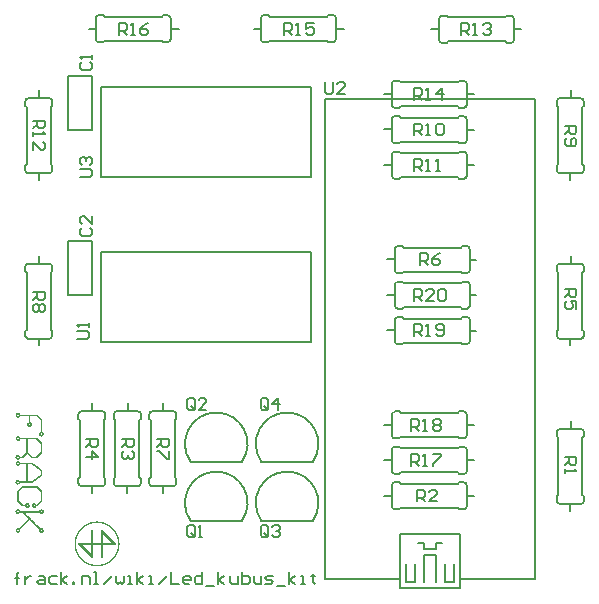
<source format=gto>
G04 Layer_Color=65535*
%FSLAX25Y25*%
%MOIN*%
G70*
G01*
G75*
%ADD19C,0.00787*%
G36*
X2933Y42966D02*
X3038D01*
Y42940D01*
X3116D01*
Y42914D01*
X3168D01*
Y42888D01*
X3194D01*
Y42862D01*
X3246D01*
Y42836D01*
X3272D01*
Y42810D01*
X3298D01*
Y42784D01*
X3324D01*
Y42758D01*
X3351D01*
Y42732D01*
X3377D01*
Y42706D01*
X3403D01*
Y42680D01*
X3429D01*
Y42654D01*
X3455D01*
Y42601D01*
X3481D01*
Y42549D01*
X3507D01*
Y42497D01*
X3533D01*
Y42471D01*
X7601D01*
Y42445D01*
X7653D01*
Y42419D01*
X7679D01*
Y42393D01*
X7705D01*
Y42367D01*
X7757D01*
Y42341D01*
X7783D01*
Y42315D01*
X7809D01*
Y42289D01*
X7862D01*
Y42262D01*
X7888D01*
Y42236D01*
X7914D01*
Y42210D01*
X7966D01*
Y42184D01*
X7992D01*
Y42158D01*
X8018D01*
Y42132D01*
X8070D01*
Y42106D01*
X8096D01*
Y42080D01*
X8122D01*
Y42054D01*
X8174D01*
Y42028D01*
X8201D01*
Y42002D01*
X8227D01*
Y41976D01*
X8279D01*
Y41949D01*
X8305D01*
Y41923D01*
X8331D01*
Y41897D01*
X8383D01*
Y41871D01*
X8409D01*
Y41845D01*
X8435D01*
Y41819D01*
X8487D01*
Y41793D01*
X8513D01*
Y41767D01*
X8540D01*
Y41741D01*
X8592D01*
Y41715D01*
X8618D01*
Y41689D01*
X8644D01*
Y41663D01*
X8696D01*
Y41637D01*
X8722D01*
Y41611D01*
X8748D01*
Y41585D01*
X8800D01*
Y41558D01*
X8826D01*
Y41532D01*
X8852D01*
Y41506D01*
X8905D01*
Y41480D01*
X8931D01*
Y41454D01*
X8957D01*
Y41428D01*
X9009D01*
Y41402D01*
X9035D01*
Y41376D01*
X9061D01*
Y41350D01*
X9113D01*
Y41324D01*
X9139D01*
Y41298D01*
X9165D01*
Y41272D01*
X9217D01*
Y41245D01*
X9244D01*
Y41219D01*
X9270D01*
Y41193D01*
X9322D01*
Y41167D01*
X9348D01*
Y41141D01*
X9374D01*
Y41115D01*
X9426D01*
Y41089D01*
X9452D01*
Y41063D01*
X9478D01*
Y41037D01*
X9530D01*
Y41011D01*
X9556D01*
Y40985D01*
X9583D01*
Y40959D01*
X9635D01*
Y40933D01*
X9661D01*
Y40907D01*
X9687D01*
Y40880D01*
X9739D01*
Y40854D01*
X9765D01*
Y40828D01*
X9791D01*
Y40802D01*
X9843D01*
Y40776D01*
X9869D01*
Y40750D01*
X9895D01*
Y40724D01*
X9948D01*
Y40698D01*
X9974D01*
Y40672D01*
X10000D01*
Y40646D01*
X10052D01*
Y40620D01*
X10078D01*
Y40594D01*
X10104D01*
Y40567D01*
X10156D01*
Y40541D01*
X10182D01*
Y40515D01*
X10208D01*
Y40489D01*
X10261D01*
Y40463D01*
X10287D01*
Y40437D01*
X10313D01*
Y40411D01*
X10365D01*
Y40385D01*
X10391D01*
Y40359D01*
X10417D01*
Y40333D01*
X10469D01*
Y40307D01*
X10495D01*
Y40281D01*
X10521D01*
Y40255D01*
X10573D01*
Y40229D01*
X10599D01*
Y40202D01*
X10626D01*
Y40176D01*
X10678D01*
Y40150D01*
X10704D01*
Y40124D01*
X10730D01*
Y40098D01*
X10782D01*
Y40072D01*
X10808D01*
Y40046D01*
X10834D01*
Y40020D01*
X10886D01*
Y38142D01*
X10834D01*
Y38116D01*
X10808D01*
Y38090D01*
X10782D01*
Y38064D01*
X10730D01*
Y38038D01*
X10704D01*
Y38012D01*
X10678D01*
Y37986D01*
X10626D01*
Y37960D01*
X10599D01*
Y37934D01*
X10573D01*
Y37908D01*
X10521D01*
Y37882D01*
X10495D01*
Y37856D01*
X10469D01*
Y37830D01*
X10417D01*
Y37804D01*
X10391D01*
Y37777D01*
X10365D01*
Y37751D01*
X10313D01*
Y37725D01*
X10287D01*
Y37699D01*
X10261D01*
Y37673D01*
X10208D01*
Y37647D01*
X10182D01*
Y37621D01*
X10156D01*
Y37595D01*
X10104D01*
Y37569D01*
X10078D01*
Y37543D01*
X10052D01*
Y37517D01*
X10000D01*
Y37491D01*
X9974D01*
Y37464D01*
X9948D01*
Y37438D01*
X9895D01*
Y37412D01*
X9869D01*
Y37386D01*
X9843D01*
Y37360D01*
X9791D01*
Y37334D01*
X9765D01*
Y37308D01*
X9739D01*
Y37282D01*
X9687D01*
Y37256D01*
X9661D01*
Y37230D01*
X9635D01*
Y37204D01*
X9583D01*
Y37178D01*
X9556D01*
Y37152D01*
X9530D01*
Y37126D01*
X9478D01*
Y37099D01*
X9452D01*
Y37073D01*
X9426D01*
Y37047D01*
X9374D01*
Y37021D01*
X9348D01*
Y36995D01*
X9322D01*
Y36969D01*
X9270D01*
Y36943D01*
X9244D01*
Y36917D01*
X9217D01*
Y36891D01*
X9165D01*
Y36865D01*
X9139D01*
Y36839D01*
X9113D01*
Y36813D01*
X9061D01*
Y36786D01*
X9035D01*
Y36761D01*
X9009D01*
Y36734D01*
X8957D01*
Y36708D01*
X8931D01*
Y36682D01*
X8905D01*
Y36656D01*
X8852D01*
Y36630D01*
X8826D01*
Y36604D01*
X8800D01*
Y36578D01*
X8748D01*
Y36552D01*
X8722D01*
Y36526D01*
X8696D01*
Y36500D01*
X8644D01*
Y36474D01*
X8618D01*
Y36448D01*
X8592D01*
Y36421D01*
X8540D01*
Y36395D01*
X8513D01*
Y36369D01*
X8487D01*
Y36343D01*
X8435D01*
Y36317D01*
X8409D01*
Y36291D01*
X8383D01*
Y36265D01*
X8331D01*
Y36239D01*
X8305D01*
Y36213D01*
X8279D01*
Y36187D01*
X8227D01*
Y36161D01*
X8201D01*
Y36135D01*
X8174D01*
Y36109D01*
X8122D01*
Y36083D01*
X8096D01*
Y36056D01*
X8070D01*
Y36030D01*
X8018D01*
Y36004D01*
X7992D01*
Y35978D01*
X7966D01*
Y35952D01*
X7914D01*
Y35926D01*
X7888D01*
Y35900D01*
X7862D01*
Y35874D01*
X7809D01*
Y35848D01*
X7783D01*
Y35822D01*
X7757D01*
Y35796D01*
X7705D01*
Y35770D01*
X7679D01*
Y35743D01*
X7653D01*
Y35717D01*
X7601D01*
Y35691D01*
X3507D01*
Y35665D01*
X3481D01*
Y35613D01*
X3455D01*
Y35561D01*
X3429D01*
Y35509D01*
X3403D01*
Y35483D01*
X3377D01*
Y35431D01*
X3351D01*
Y35405D01*
X3324D01*
Y35379D01*
X3298D01*
Y35352D01*
X3272D01*
Y35326D01*
X3220D01*
Y35300D01*
X3194D01*
Y35274D01*
X3142D01*
Y35248D01*
X3090D01*
Y35222D01*
X3038D01*
Y35196D01*
X2959D01*
Y35170D01*
X2542D01*
Y35196D01*
X2464D01*
Y35222D01*
X2412D01*
Y35248D01*
X2360D01*
Y35274D01*
X2307D01*
Y35300D01*
X2281D01*
Y35326D01*
X2255D01*
Y35352D01*
X2203D01*
Y35379D01*
X2177D01*
Y35405D01*
X2151D01*
Y35457D01*
X2125D01*
Y35483D01*
X2099D01*
Y35535D01*
X2073D01*
Y35561D01*
X2047D01*
Y35613D01*
X2021D01*
Y35691D01*
X1995D01*
Y35770D01*
X1969D01*
Y36109D01*
X1995D01*
Y36213D01*
X2021D01*
Y36265D01*
X2047D01*
Y36317D01*
X2073D01*
Y36369D01*
X2099D01*
Y36395D01*
X2125D01*
Y36448D01*
X2151D01*
Y36474D01*
X2177D01*
Y36500D01*
X2203D01*
Y36526D01*
X2229D01*
Y36552D01*
X2255D01*
Y36578D01*
X2307D01*
Y36604D01*
X2334D01*
Y36630D01*
X2386D01*
Y36656D01*
X2438D01*
Y36682D01*
X2490D01*
Y36708D01*
X2594D01*
Y36734D01*
X2907D01*
Y36708D01*
X3012D01*
Y36682D01*
X3064D01*
Y36656D01*
X3116D01*
Y36630D01*
X3168D01*
Y36604D01*
X3220D01*
Y36578D01*
X3246D01*
Y36552D01*
X3272D01*
Y36526D01*
X3298D01*
Y36500D01*
X3324D01*
Y36474D01*
X3351D01*
Y36448D01*
X3377D01*
Y36421D01*
X3403D01*
Y36369D01*
X3429D01*
Y36343D01*
X3455D01*
Y36291D01*
X3481D01*
Y36239D01*
X3507D01*
Y36213D01*
X5645D01*
Y41949D01*
X3533D01*
Y41923D01*
X3507D01*
Y41845D01*
X3481D01*
Y41793D01*
X3455D01*
Y41767D01*
X3429D01*
Y41715D01*
X3403D01*
Y41689D01*
X3377D01*
Y41663D01*
X3351D01*
Y41637D01*
X3324D01*
Y41611D01*
X3298D01*
Y41585D01*
X3272D01*
Y41558D01*
X3220D01*
Y41532D01*
X3194D01*
Y41506D01*
X3142D01*
Y41480D01*
X3064D01*
Y41454D01*
X2985D01*
Y41428D01*
X2568D01*
Y41454D01*
X2490D01*
Y41480D01*
X2438D01*
Y41506D01*
X2386D01*
Y41532D01*
X2334D01*
Y41558D01*
X2307D01*
Y41585D01*
X2281D01*
Y41611D01*
X2255D01*
Y41637D01*
X2229D01*
Y41663D01*
X2203D01*
Y41689D01*
X2177D01*
Y41715D01*
X2151D01*
Y41741D01*
X2125D01*
Y41793D01*
X2099D01*
Y41845D01*
X2073D01*
Y41897D01*
X2047D01*
Y41949D01*
X2021D01*
Y42054D01*
X1995D01*
Y42341D01*
X2021D01*
Y42445D01*
X2047D01*
Y42523D01*
X2073D01*
Y42575D01*
X2099D01*
Y42628D01*
X2125D01*
Y42654D01*
X2151D01*
Y42706D01*
X2177D01*
Y42732D01*
X2203D01*
Y42758D01*
X2229D01*
Y42784D01*
X2255D01*
Y42810D01*
X2281D01*
Y42836D01*
X2334D01*
Y42862D01*
X2360D01*
Y42888D01*
X2412D01*
Y42914D01*
X2464D01*
Y42940D01*
X2542D01*
Y42966D01*
X2647D01*
Y42992D01*
X2933D01*
Y42966D01*
D02*
G37*
G36*
Y51258D02*
X3064D01*
Y51232D01*
X3116D01*
Y51206D01*
X3194D01*
Y51180D01*
X3220D01*
Y51154D01*
X3272D01*
Y51128D01*
X3298D01*
Y51102D01*
X3351D01*
Y51076D01*
X3377D01*
Y51050D01*
X3403D01*
Y51024D01*
X3429D01*
Y50998D01*
X3455D01*
Y50946D01*
X3481D01*
Y50920D01*
X3507D01*
Y50867D01*
X3533D01*
Y50815D01*
X3559D01*
Y50763D01*
X9191D01*
Y50737D01*
X9217D01*
Y50711D01*
X9244D01*
Y50685D01*
X9270D01*
Y50659D01*
X9296D01*
Y50633D01*
X9322D01*
Y50607D01*
X9348D01*
Y50581D01*
X9374D01*
Y50555D01*
X9400D01*
Y50528D01*
X9426D01*
Y50502D01*
X9452D01*
Y50476D01*
X9478D01*
Y50450D01*
X9504D01*
Y50424D01*
X9530D01*
Y50398D01*
X9556D01*
Y50372D01*
X9583D01*
Y50346D01*
X9609D01*
Y50320D01*
X9635D01*
Y50294D01*
X9661D01*
Y50268D01*
X9687D01*
Y50242D01*
X9713D01*
Y50216D01*
X9739D01*
Y50189D01*
X9765D01*
Y50163D01*
X9791D01*
Y50137D01*
X9817D01*
Y50111D01*
X9843D01*
Y50085D01*
X9869D01*
Y50059D01*
X9895D01*
Y50033D01*
X9922D01*
Y50007D01*
X9948D01*
Y49981D01*
X9974D01*
Y49955D01*
X10000D01*
Y49929D01*
X10026D01*
Y49903D01*
X10052D01*
Y49876D01*
X10078D01*
Y49850D01*
X10104D01*
Y49824D01*
X10130D01*
Y49798D01*
X10156D01*
Y49772D01*
X10182D01*
Y49746D01*
X10208D01*
Y49720D01*
X10234D01*
Y49694D01*
X10261D01*
Y49668D01*
X10287D01*
Y49642D01*
X10313D01*
Y49616D01*
X10339D01*
Y49590D01*
X10365D01*
Y49564D01*
X10391D01*
Y49538D01*
X10417D01*
Y49511D01*
X10443D01*
Y49485D01*
X10469D01*
Y49459D01*
X10495D01*
Y49433D01*
X10521D01*
Y49407D01*
X10547D01*
Y49381D01*
X10573D01*
Y49355D01*
X10599D01*
Y49329D01*
X10626D01*
Y49303D01*
X10652D01*
Y49277D01*
X10678D01*
Y49251D01*
X10704D01*
Y49225D01*
X10730D01*
Y49198D01*
X10756D01*
Y49172D01*
X10782D01*
Y49146D01*
X10808D01*
Y49120D01*
X10834D01*
Y49094D01*
X10860D01*
Y49068D01*
X10886D01*
Y45678D01*
X10860D01*
Y45652D01*
X10834D01*
Y45626D01*
X10808D01*
Y45600D01*
X10782D01*
Y45574D01*
X10756D01*
Y45548D01*
X10730D01*
Y45522D01*
X10704D01*
Y45496D01*
X10678D01*
Y45470D01*
X10652D01*
Y45444D01*
X10626D01*
Y45418D01*
X10599D01*
Y45391D01*
X10573D01*
Y45365D01*
X10547D01*
Y45339D01*
X10521D01*
Y45313D01*
X10495D01*
Y45287D01*
X10469D01*
Y45261D01*
X10443D01*
Y45235D01*
X10417D01*
Y45209D01*
X10391D01*
Y45183D01*
X10365D01*
Y45157D01*
X10339D01*
Y45131D01*
X10313D01*
Y45105D01*
X10287D01*
Y45079D01*
X10261D01*
Y45052D01*
X10234D01*
Y45026D01*
X10208D01*
Y45000D01*
X10182D01*
Y44974D01*
X10156D01*
Y44948D01*
X10130D01*
Y44922D01*
X10104D01*
Y44896D01*
X10078D01*
Y44870D01*
X10052D01*
Y44844D01*
X10026D01*
Y44818D01*
X10000D01*
Y44792D01*
X9974D01*
Y44766D01*
X9948D01*
Y44740D01*
X9922D01*
Y44714D01*
X9895D01*
Y44688D01*
X9869D01*
Y44661D01*
X9843D01*
Y44635D01*
X9817D01*
Y44609D01*
X9791D01*
Y44583D01*
X9765D01*
Y44557D01*
X9739D01*
Y44531D01*
X9713D01*
Y44505D01*
X9687D01*
Y44479D01*
X9661D01*
Y44453D01*
X9635D01*
Y44427D01*
X9609D01*
Y44401D01*
X9583D01*
Y44374D01*
X9556D01*
Y44348D01*
X9530D01*
Y44322D01*
X9504D01*
Y44296D01*
X9478D01*
Y44270D01*
X9452D01*
Y44244D01*
X9426D01*
Y44218D01*
X9400D01*
Y44192D01*
X9374D01*
Y44166D01*
X9348D01*
Y44140D01*
X9322D01*
Y44114D01*
X9296D01*
Y44088D01*
X9270D01*
Y44062D01*
X9244D01*
Y44036D01*
X9217D01*
Y44010D01*
X9191D01*
Y43983D01*
X9165D01*
Y43957D01*
X7366D01*
Y43983D01*
X7340D01*
Y44010D01*
X7314D01*
Y44036D01*
X7288D01*
Y44062D01*
X7262D01*
Y44088D01*
X7236D01*
Y44114D01*
X7210D01*
Y44140D01*
X7184D01*
Y44166D01*
X7158D01*
Y44192D01*
X7131D01*
Y44218D01*
X7105D01*
Y44244D01*
X7079D01*
Y44270D01*
X7053D01*
Y44296D01*
X7027D01*
Y44322D01*
X7001D01*
Y44348D01*
X6975D01*
Y44374D01*
X6949D01*
Y44401D01*
X6923D01*
Y44427D01*
X6897D01*
Y44453D01*
X6871D01*
Y44479D01*
X6845D01*
Y44505D01*
X6819D01*
Y44531D01*
X6792D01*
Y44557D01*
X6766D01*
Y44583D01*
X6740D01*
Y44609D01*
X6714D01*
Y44635D01*
X6688D01*
Y44661D01*
X6662D01*
Y44688D01*
X6636D01*
Y44714D01*
X6610D01*
Y44740D01*
X6584D01*
Y44766D01*
X6558D01*
Y44792D01*
X6532D01*
Y44818D01*
X6506D01*
Y44844D01*
X6480D01*
Y44870D01*
X6453D01*
Y44896D01*
X6427D01*
Y44922D01*
X6401D01*
Y44948D01*
X6375D01*
Y44974D01*
X6349D01*
Y45000D01*
X6323D01*
Y45026D01*
X6297D01*
Y45052D01*
X6271D01*
Y45079D01*
X6245D01*
Y45105D01*
X6219D01*
Y45131D01*
X6193D01*
Y45157D01*
X6167D01*
Y45183D01*
X6141D01*
Y45209D01*
X6115D01*
Y45235D01*
X6089D01*
Y45261D01*
X6062D01*
Y45287D01*
X6036D01*
Y45313D01*
X6010D01*
Y45339D01*
X5984D01*
Y45365D01*
X5958D01*
Y45391D01*
X5932D01*
Y45418D01*
X5906D01*
Y45391D01*
X5880D01*
Y45365D01*
X5854D01*
Y45339D01*
X5828D01*
Y45313D01*
X5802D01*
Y45287D01*
X5776D01*
Y45261D01*
X5750D01*
Y45235D01*
X5723D01*
Y45209D01*
X5697D01*
Y45183D01*
X5671D01*
Y45157D01*
X5645D01*
Y45131D01*
X5619D01*
Y45105D01*
X5593D01*
Y45079D01*
X5567D01*
Y45052D01*
X5541D01*
Y45026D01*
X5515D01*
Y45000D01*
X5489D01*
Y44974D01*
X5463D01*
Y44948D01*
X5437D01*
Y44922D01*
X5410D01*
Y44896D01*
X5384D01*
Y44870D01*
X5358D01*
Y44844D01*
X5332D01*
Y44818D01*
X5306D01*
Y44792D01*
X5280D01*
Y44766D01*
X5254D01*
Y44740D01*
X5228D01*
Y44714D01*
X5202D01*
Y44688D01*
X5176D01*
Y44661D01*
X5150D01*
Y44635D01*
X5124D01*
Y44609D01*
X5098D01*
Y44583D01*
X5071D01*
Y44557D01*
X5045D01*
Y44531D01*
X5019D01*
Y44505D01*
X4993D01*
Y44479D01*
X4967D01*
Y44453D01*
X4941D01*
Y44427D01*
X4915D01*
Y44401D01*
X4889D01*
Y44374D01*
X4863D01*
Y44348D01*
X4837D01*
Y44322D01*
X4811D01*
Y44296D01*
X4785D01*
Y44270D01*
X4759D01*
Y44244D01*
X4733D01*
Y44218D01*
X4706D01*
Y44192D01*
X4680D01*
Y44166D01*
X4654D01*
Y44140D01*
X4628D01*
Y44114D01*
X4602D01*
Y44088D01*
X4576D01*
Y44062D01*
X4550D01*
Y44036D01*
X4524D01*
Y44010D01*
X4498D01*
Y43983D01*
X4472D01*
Y43957D01*
X3481D01*
Y43905D01*
X3455D01*
Y43853D01*
X3429D01*
Y43801D01*
X3403D01*
Y43749D01*
X3377D01*
Y43723D01*
X3351D01*
Y43697D01*
X3324D01*
Y43670D01*
X3298D01*
Y43644D01*
X3272D01*
Y43618D01*
X3246D01*
Y43592D01*
X3194D01*
Y43566D01*
X3168D01*
Y43540D01*
X3116D01*
Y43514D01*
X3064D01*
Y43488D01*
X2985D01*
Y43462D01*
X2855D01*
Y43436D01*
X2647D01*
Y43462D01*
X2516D01*
Y43488D01*
X2438D01*
Y43514D01*
X2386D01*
Y43540D01*
X2360D01*
Y43566D01*
X2307D01*
Y43592D01*
X2281D01*
Y43618D01*
X2229D01*
Y43644D01*
X2203D01*
Y43670D01*
X2177D01*
Y43697D01*
X2151D01*
Y43723D01*
X2125D01*
Y43775D01*
X2099D01*
Y43801D01*
X2073D01*
Y43853D01*
X2047D01*
Y43905D01*
X2021D01*
Y43957D01*
X1995D01*
Y44062D01*
X1969D01*
Y44401D01*
X1995D01*
Y44505D01*
X2021D01*
Y44557D01*
X2047D01*
Y44609D01*
X2073D01*
Y44661D01*
X2099D01*
Y44688D01*
X2125D01*
Y44740D01*
X2151D01*
Y44766D01*
X2177D01*
Y44792D01*
X2203D01*
Y44818D01*
X2229D01*
Y44844D01*
X2281D01*
Y44870D01*
X2307D01*
Y44896D01*
X2334D01*
Y44922D01*
X2386D01*
Y44948D01*
X2438D01*
Y44974D01*
X2516D01*
Y45000D01*
X2647D01*
Y45026D01*
X2855D01*
Y45000D01*
X2985D01*
Y44974D01*
X3064D01*
Y44948D01*
X3116D01*
Y44922D01*
X3168D01*
Y44896D01*
X3194D01*
Y44870D01*
X3246D01*
Y44844D01*
X3272D01*
Y44818D01*
X3298D01*
Y44792D01*
X3324D01*
Y44766D01*
X3351D01*
Y44740D01*
X3377D01*
Y44714D01*
X3403D01*
Y44661D01*
X3429D01*
Y44609D01*
X3455D01*
Y44583D01*
X3481D01*
Y44505D01*
X4237D01*
Y44531D01*
X4263D01*
Y44557D01*
X4289D01*
Y44583D01*
X4315D01*
Y44609D01*
X4341D01*
Y44635D01*
X4368D01*
Y44661D01*
X4394D01*
Y44688D01*
X4420D01*
Y44714D01*
X4446D01*
Y44740D01*
X4472D01*
Y44766D01*
X4498D01*
Y44792D01*
X4524D01*
Y44818D01*
X4550D01*
Y44844D01*
X4576D01*
Y44870D01*
X4602D01*
Y44896D01*
X4628D01*
Y44922D01*
X4654D01*
Y44948D01*
X4680D01*
Y44974D01*
X4706D01*
Y45000D01*
X4733D01*
Y45026D01*
X4759D01*
Y45052D01*
X4785D01*
Y45079D01*
X4811D01*
Y45105D01*
X4837D01*
Y45131D01*
X4863D01*
Y45157D01*
X4889D01*
Y45183D01*
X4915D01*
Y45209D01*
X4941D01*
Y45235D01*
X4967D01*
Y45261D01*
X4993D01*
Y45287D01*
X5019D01*
Y45313D01*
X5045D01*
Y45339D01*
X5071D01*
Y45365D01*
X5098D01*
Y45391D01*
X5124D01*
Y45418D01*
X5150D01*
Y45444D01*
X5176D01*
Y45470D01*
X5202D01*
Y45496D01*
X5228D01*
Y45522D01*
X5254D01*
Y45548D01*
X5280D01*
Y45574D01*
X5306D01*
Y45600D01*
X5332D01*
Y45626D01*
X5358D01*
Y45652D01*
X5384D01*
Y45678D01*
X5410D01*
Y45704D01*
X5437D01*
Y45731D01*
X5463D01*
Y45757D01*
X5489D01*
Y45783D01*
X5515D01*
Y45809D01*
X5541D01*
Y45835D01*
X5567D01*
Y45861D01*
X5593D01*
Y45887D01*
X5619D01*
Y45913D01*
X5645D01*
Y50216D01*
X3559D01*
Y50163D01*
X3533D01*
Y50111D01*
X3507D01*
Y50059D01*
X3481D01*
Y50033D01*
X3455D01*
Y49981D01*
X3429D01*
Y49955D01*
X3403D01*
Y49929D01*
X3377D01*
Y49903D01*
X3351D01*
Y49876D01*
X3324D01*
Y49850D01*
X3272D01*
Y49824D01*
X3246D01*
Y49798D01*
X3194D01*
Y49772D01*
X3142D01*
Y49746D01*
X3064D01*
Y49720D01*
X2933D01*
Y49694D01*
X2699D01*
Y49720D01*
X2594D01*
Y49746D01*
X2516D01*
Y49772D01*
X2464D01*
Y49798D01*
X2412D01*
Y49824D01*
X2386D01*
Y49850D01*
X2334D01*
Y49876D01*
X2307D01*
Y49903D01*
X2281D01*
Y49929D01*
X2255D01*
Y49955D01*
X2229D01*
Y49981D01*
X2203D01*
Y50007D01*
X2177D01*
Y50059D01*
X2151D01*
Y50111D01*
X2125D01*
Y50137D01*
X2099D01*
Y50216D01*
X2073D01*
Y50294D01*
X2047D01*
Y50685D01*
X2073D01*
Y50763D01*
X2099D01*
Y50815D01*
X2125D01*
Y50867D01*
X2151D01*
Y50920D01*
X2177D01*
Y50972D01*
X2203D01*
Y50998D01*
X2229D01*
Y51024D01*
X2255D01*
Y51050D01*
X2281D01*
Y51076D01*
X2307D01*
Y51102D01*
X2334D01*
Y51128D01*
X2386D01*
Y51154D01*
X2412D01*
Y51180D01*
X2464D01*
Y51206D01*
X2516D01*
Y51232D01*
X2594D01*
Y51258D01*
X2725D01*
Y51285D01*
X2933D01*
Y51258D01*
D02*
G37*
G36*
X9217Y34622D02*
X9244D01*
Y34596D01*
X9270D01*
Y34570D01*
X9296D01*
Y34544D01*
X9322D01*
Y34518D01*
X9348D01*
Y34492D01*
X9374D01*
Y34466D01*
X9400D01*
Y34440D01*
X9426D01*
Y34414D01*
X9452D01*
Y34388D01*
X9478D01*
Y34361D01*
X9504D01*
Y34335D01*
X9530D01*
Y34309D01*
X9556D01*
Y34283D01*
X9583D01*
Y34257D01*
X9609D01*
Y34231D01*
X9635D01*
Y34205D01*
X9661D01*
Y34179D01*
X9687D01*
Y34153D01*
X9713D01*
Y34127D01*
X9739D01*
Y34101D01*
X9765D01*
Y34075D01*
X9791D01*
Y34049D01*
X9817D01*
Y34023D01*
X9843D01*
Y33996D01*
X9869D01*
Y33970D01*
X9895D01*
Y33944D01*
X9922D01*
Y33918D01*
X9948D01*
Y33892D01*
X9974D01*
Y33866D01*
X10000D01*
Y33840D01*
X10026D01*
Y33814D01*
X10052D01*
Y33788D01*
X10078D01*
Y33762D01*
X10104D01*
Y33736D01*
X10130D01*
Y33710D01*
X10156D01*
Y33683D01*
X10182D01*
Y33658D01*
X10208D01*
Y33631D01*
X10234D01*
Y33605D01*
X10261D01*
Y33579D01*
X10287D01*
Y33553D01*
X10313D01*
Y33527D01*
X10339D01*
Y33501D01*
X10365D01*
Y33475D01*
X10391D01*
Y33449D01*
X10417D01*
Y33423D01*
X10443D01*
Y33397D01*
X10469D01*
Y33371D01*
X10495D01*
Y33345D01*
X10521D01*
Y33318D01*
X10547D01*
Y33292D01*
X10573D01*
Y33266D01*
X10599D01*
Y33240D01*
X10626D01*
Y33214D01*
X10652D01*
Y33188D01*
X10678D01*
Y33162D01*
X10704D01*
Y33136D01*
X10730D01*
Y33110D01*
X10756D01*
Y33084D01*
X10782D01*
Y33058D01*
X10808D01*
Y33032D01*
X10834D01*
Y33006D01*
X10860D01*
Y32980D01*
X10886D01*
Y32953D01*
X10912D01*
Y29590D01*
X10886D01*
Y29564D01*
X10860D01*
Y29537D01*
X10834D01*
Y29511D01*
X10808D01*
Y29485D01*
X10782D01*
Y29459D01*
X10756D01*
Y29433D01*
X10730D01*
Y29407D01*
X10704D01*
Y29381D01*
X10678D01*
Y29355D01*
X10652D01*
Y29329D01*
X10626D01*
Y29303D01*
X10599D01*
Y29277D01*
X10573D01*
Y29251D01*
X10547D01*
Y29225D01*
X10521D01*
Y29199D01*
X10495D01*
Y29173D01*
X10469D01*
Y29146D01*
X10443D01*
Y29120D01*
X10417D01*
Y29094D01*
X10391D01*
Y29068D01*
X10365D01*
Y29042D01*
X10339D01*
Y29016D01*
X10313D01*
Y28990D01*
X10287D01*
Y28964D01*
X10261D01*
Y28938D01*
X10234D01*
Y28912D01*
X10208D01*
Y28886D01*
X10182D01*
Y28860D01*
X10156D01*
Y28833D01*
X10130D01*
Y28807D01*
X10104D01*
Y28781D01*
X10078D01*
Y28755D01*
X10052D01*
Y28729D01*
X10026D01*
Y28703D01*
X10000D01*
Y28677D01*
X9974D01*
Y28651D01*
X9948D01*
Y28625D01*
X9922D01*
Y28599D01*
X9895D01*
Y28573D01*
X9869D01*
Y28547D01*
X9843D01*
Y28521D01*
X9817D01*
Y28495D01*
X9791D01*
Y28468D01*
X9765D01*
Y28442D01*
X9739D01*
Y28416D01*
X9713D01*
Y28390D01*
X9687D01*
Y28364D01*
X9661D01*
Y28338D01*
X9635D01*
Y28312D01*
X9609D01*
Y28286D01*
X9583D01*
Y28260D01*
X9556D01*
Y28234D01*
X9530D01*
Y28208D01*
X9504D01*
Y28182D01*
X9478D01*
Y28155D01*
X9452D01*
Y28129D01*
X9426D01*
Y28103D01*
X9400D01*
Y28077D01*
X9374D01*
Y28051D01*
X9348D01*
Y28025D01*
X9322D01*
Y27999D01*
X9296D01*
Y27973D01*
X9270D01*
Y27947D01*
X9244D01*
Y27921D01*
X9217D01*
Y27895D01*
X9191D01*
Y27869D01*
X8983D01*
Y27817D01*
X8957D01*
Y27764D01*
X8931D01*
Y27738D01*
X8905D01*
Y27686D01*
X8879D01*
Y27660D01*
X8852D01*
Y27634D01*
X8826D01*
Y27608D01*
X8800D01*
Y27582D01*
X8774D01*
Y27556D01*
X8748D01*
Y27530D01*
X8722D01*
Y27504D01*
X8670D01*
Y27478D01*
X8644D01*
Y27452D01*
X8592D01*
Y27425D01*
X8513D01*
Y27399D01*
X8435D01*
Y27373D01*
X8044D01*
Y27399D01*
X7966D01*
Y27425D01*
X7914D01*
Y27452D01*
X7862D01*
Y27478D01*
X7809D01*
Y27504D01*
X7783D01*
Y27530D01*
X7731D01*
Y27556D01*
X7705D01*
Y27582D01*
X7679D01*
Y27608D01*
X7653D01*
Y27634D01*
X7627D01*
Y27686D01*
X7601D01*
Y27712D01*
X7575D01*
Y27764D01*
X7549D01*
Y27817D01*
X7523D01*
Y27869D01*
X7497D01*
Y27947D01*
X7470D01*
Y28364D01*
X7497D01*
Y28442D01*
X7523D01*
Y28495D01*
X7549D01*
Y28547D01*
X7575D01*
Y28599D01*
X7601D01*
Y28625D01*
X7627D01*
Y28651D01*
X7653D01*
Y28703D01*
X7679D01*
Y28729D01*
X7705D01*
Y28755D01*
X7757D01*
Y28781D01*
X7783D01*
Y28807D01*
X7809D01*
Y28833D01*
X7862D01*
Y28860D01*
X7914D01*
Y28886D01*
X7992D01*
Y28912D01*
X8070D01*
Y28938D01*
X8435D01*
Y28912D01*
X8513D01*
Y28886D01*
X8566D01*
Y28860D01*
X8618D01*
Y28833D01*
X8670D01*
Y28807D01*
X8722D01*
Y28781D01*
X8748D01*
Y28755D01*
X8774D01*
Y28729D01*
X8800D01*
Y28703D01*
X8826D01*
Y28677D01*
X8852D01*
Y28651D01*
X8879D01*
Y28625D01*
X8905D01*
Y28573D01*
X8931D01*
Y28521D01*
X8957D01*
Y28468D01*
X8983D01*
Y28442D01*
X9009D01*
Y28468D01*
X9035D01*
Y28495D01*
X9061D01*
Y28521D01*
X9087D01*
Y28547D01*
X9113D01*
Y28573D01*
X9139D01*
Y28599D01*
X9165D01*
Y28625D01*
X9191D01*
Y28651D01*
X9217D01*
Y28677D01*
X9244D01*
Y28703D01*
X9270D01*
Y28729D01*
X9296D01*
Y28755D01*
X9322D01*
Y28781D01*
X9348D01*
Y28807D01*
X9374D01*
Y28833D01*
X9400D01*
Y28860D01*
X9426D01*
Y28886D01*
X9452D01*
Y28912D01*
X9478D01*
Y28938D01*
X9504D01*
Y28964D01*
X9530D01*
Y28990D01*
X9556D01*
Y29016D01*
X9583D01*
Y29042D01*
X9609D01*
Y29068D01*
X9635D01*
Y29094D01*
X9661D01*
Y29120D01*
X9687D01*
Y29146D01*
X9713D01*
Y29173D01*
X9739D01*
Y29199D01*
X9765D01*
Y29225D01*
X9791D01*
Y29251D01*
X9817D01*
Y29277D01*
X9843D01*
Y29303D01*
X9869D01*
Y29329D01*
X9895D01*
Y29355D01*
X9922D01*
Y29381D01*
X9948D01*
Y29407D01*
X9974D01*
Y29433D01*
X10000D01*
Y29459D01*
X10026D01*
Y29485D01*
X10052D01*
Y29511D01*
X10078D01*
Y29537D01*
X10104D01*
Y29564D01*
X10130D01*
Y29590D01*
X10156D01*
Y29616D01*
X10182D01*
Y29642D01*
X10208D01*
Y29668D01*
X10234D01*
Y29694D01*
X10261D01*
Y29720D01*
X10287D01*
Y29746D01*
X10313D01*
Y29772D01*
X10339D01*
Y29798D01*
X10365D01*
Y32719D01*
X10339D01*
Y32745D01*
X10313D01*
Y32771D01*
X10287D01*
Y32797D01*
X10261D01*
Y32823D01*
X10234D01*
Y32849D01*
X10208D01*
Y32875D01*
X10182D01*
Y32901D01*
X10156D01*
Y32927D01*
X10130D01*
Y32953D01*
X10104D01*
Y32980D01*
X10078D01*
Y33006D01*
X10052D01*
Y33032D01*
X10026D01*
Y33058D01*
X10000D01*
Y33084D01*
X9974D01*
Y33110D01*
X9948D01*
Y33136D01*
X9922D01*
Y33162D01*
X9895D01*
Y33188D01*
X9869D01*
Y33214D01*
X9843D01*
Y33240D01*
X9817D01*
Y33266D01*
X9791D01*
Y33292D01*
X9765D01*
Y33318D01*
X9739D01*
Y33345D01*
X9713D01*
Y33371D01*
X9687D01*
Y33397D01*
X9661D01*
Y33423D01*
X9635D01*
Y33449D01*
X9609D01*
Y33475D01*
X9583D01*
Y33501D01*
X9556D01*
Y33527D01*
X9530D01*
Y33553D01*
X9504D01*
Y33579D01*
X9478D01*
Y33605D01*
X9452D01*
Y33631D01*
X9426D01*
Y33658D01*
X9400D01*
Y33683D01*
X9374D01*
Y33710D01*
X9348D01*
Y33736D01*
X9322D01*
Y33762D01*
X9296D01*
Y33788D01*
X9270D01*
Y33814D01*
X9244D01*
Y33840D01*
X9217D01*
Y33866D01*
X9191D01*
Y33892D01*
X9165D01*
Y33918D01*
X9139D01*
Y33944D01*
X9113D01*
Y33970D01*
X9087D01*
Y33996D01*
X9061D01*
Y34023D01*
X9035D01*
Y34049D01*
X9009D01*
Y34075D01*
X8983D01*
Y34101D01*
X8957D01*
Y34127D01*
X4472D01*
Y34101D01*
X4446D01*
Y34075D01*
X4420D01*
Y34049D01*
X4394D01*
Y34023D01*
X4368D01*
Y33996D01*
X4341D01*
Y33970D01*
X4315D01*
Y33944D01*
X4289D01*
Y33918D01*
X4263D01*
Y33892D01*
X4237D01*
Y33866D01*
X4211D01*
Y33840D01*
X4185D01*
Y33814D01*
X4159D01*
Y33788D01*
X4133D01*
Y33762D01*
X4107D01*
Y33736D01*
X4081D01*
Y33710D01*
X4055D01*
Y33683D01*
X4028D01*
Y33658D01*
X4002D01*
Y33631D01*
X3976D01*
Y33605D01*
X3950D01*
Y33579D01*
X3924D01*
Y33553D01*
X3898D01*
Y33527D01*
X3872D01*
Y33501D01*
X3846D01*
Y33475D01*
X3820D01*
Y33449D01*
X3794D01*
Y33423D01*
X3768D01*
Y33397D01*
X3742D01*
Y33371D01*
X3716D01*
Y33345D01*
X3689D01*
Y33318D01*
X3663D01*
Y33292D01*
X3637D01*
Y33266D01*
X3611D01*
Y33240D01*
X3585D01*
Y33214D01*
X3559D01*
Y33188D01*
X3533D01*
Y33162D01*
X3507D01*
Y33136D01*
X3481D01*
Y33110D01*
X3455D01*
Y33084D01*
X3429D01*
Y33058D01*
X3403D01*
Y33032D01*
X3377D01*
Y33006D01*
X3351D01*
Y32980D01*
X3324D01*
Y32953D01*
X3298D01*
Y32927D01*
X3272D01*
Y32901D01*
X3246D01*
Y32875D01*
X3220D01*
Y32849D01*
X3194D01*
Y32823D01*
X3168D01*
Y32797D01*
X3142D01*
Y32771D01*
X3116D01*
Y32745D01*
X3090D01*
Y29798D01*
X3116D01*
Y29772D01*
X3142D01*
Y29746D01*
X3168D01*
Y29720D01*
X3194D01*
Y29694D01*
X3220D01*
Y29668D01*
X3246D01*
Y29642D01*
X3272D01*
Y29616D01*
X3298D01*
Y29590D01*
X3324D01*
Y29564D01*
X3351D01*
Y29537D01*
X3377D01*
Y29511D01*
X3403D01*
Y29485D01*
X3429D01*
Y29459D01*
X3455D01*
Y29433D01*
X3481D01*
Y29407D01*
X3507D01*
Y29381D01*
X3533D01*
Y29355D01*
X3559D01*
Y29329D01*
X3585D01*
Y29303D01*
X3611D01*
Y29277D01*
X3637D01*
Y29251D01*
X3663D01*
Y29225D01*
X3689D01*
Y29199D01*
X3716D01*
Y29173D01*
X3742D01*
Y29146D01*
X3768D01*
Y29120D01*
X3794D01*
Y29094D01*
X3820D01*
Y29068D01*
X3846D01*
Y29042D01*
X3872D01*
Y29016D01*
X3898D01*
Y28990D01*
X3924D01*
Y28964D01*
X3950D01*
Y28938D01*
X3976D01*
Y28912D01*
X4002D01*
Y28886D01*
X4028D01*
Y28860D01*
X4055D01*
Y28833D01*
X4081D01*
Y28807D01*
X4107D01*
Y28781D01*
X4133D01*
Y28755D01*
X4159D01*
Y28729D01*
X4185D01*
Y28703D01*
X4211D01*
Y28677D01*
X4237D01*
Y28651D01*
X4263D01*
Y28625D01*
X4289D01*
Y28599D01*
X4315D01*
Y28573D01*
X4341D01*
Y28547D01*
X4368D01*
Y28521D01*
X4394D01*
Y28495D01*
X4420D01*
Y28468D01*
X4446D01*
Y28442D01*
X4472D01*
Y28416D01*
X4498D01*
Y28390D01*
X5176D01*
Y28416D01*
X5202D01*
Y28468D01*
X5228D01*
Y28521D01*
X5254D01*
Y28573D01*
X5280D01*
Y28599D01*
X5306D01*
Y28651D01*
X5332D01*
Y28677D01*
X5358D01*
Y28703D01*
X5384D01*
Y28729D01*
X5410D01*
Y28755D01*
X5437D01*
Y28781D01*
X5463D01*
Y28807D01*
X5515D01*
Y28833D01*
X5567D01*
Y28860D01*
X5619D01*
Y28886D01*
X5671D01*
Y28912D01*
X5776D01*
Y28938D01*
X6115D01*
Y28912D01*
X6219D01*
Y28886D01*
X6271D01*
Y28860D01*
X6323D01*
Y28833D01*
X6375D01*
Y28807D01*
X6401D01*
Y28781D01*
X6427D01*
Y28755D01*
X6480D01*
Y28729D01*
X6506D01*
Y28703D01*
X6532D01*
Y28677D01*
X6558D01*
Y28625D01*
X6584D01*
Y28599D01*
X6610D01*
Y28547D01*
X6636D01*
Y28495D01*
X6662D01*
Y28442D01*
X6688D01*
Y28364D01*
X6714D01*
Y27947D01*
X6688D01*
Y27869D01*
X6662D01*
Y27817D01*
X6636D01*
Y27764D01*
X6610D01*
Y27712D01*
X6584D01*
Y27686D01*
X6558D01*
Y27634D01*
X6532D01*
Y27608D01*
X6506D01*
Y27582D01*
X6480D01*
Y27556D01*
X6453D01*
Y27530D01*
X6401D01*
Y27504D01*
X6375D01*
Y27478D01*
X6323D01*
Y27452D01*
X6271D01*
Y27425D01*
X6219D01*
Y27399D01*
X6141D01*
Y27373D01*
X5750D01*
Y27399D01*
X5671D01*
Y27425D01*
X5593D01*
Y27452D01*
X5541D01*
Y27478D01*
X5515D01*
Y27504D01*
X5463D01*
Y27530D01*
X5437D01*
Y27556D01*
X5410D01*
Y27582D01*
X5384D01*
Y27608D01*
X5358D01*
Y27634D01*
X5332D01*
Y27660D01*
X5306D01*
Y27686D01*
X5280D01*
Y27738D01*
X5254D01*
Y27790D01*
X5228D01*
Y27843D01*
X5202D01*
Y27869D01*
X4237D01*
Y27895D01*
X4211D01*
Y27921D01*
X4185D01*
Y27947D01*
X4159D01*
Y27973D01*
X4133D01*
Y27999D01*
X4107D01*
Y28025D01*
X4081D01*
Y28051D01*
X4055D01*
Y28077D01*
X4028D01*
Y28103D01*
X4002D01*
Y28129D01*
X3976D01*
Y28155D01*
X3950D01*
Y28182D01*
X3924D01*
Y28208D01*
X3898D01*
Y28234D01*
X3872D01*
Y28260D01*
X3846D01*
Y28286D01*
X3820D01*
Y28312D01*
X3794D01*
Y28338D01*
X3768D01*
Y28364D01*
X3742D01*
Y28390D01*
X3716D01*
Y28416D01*
X3689D01*
Y28442D01*
X3663D01*
Y28468D01*
X3637D01*
Y28495D01*
X3611D01*
Y28521D01*
X3585D01*
Y28547D01*
X3559D01*
Y28573D01*
X3533D01*
Y28599D01*
X3507D01*
Y28625D01*
X3481D01*
Y28651D01*
X3455D01*
Y28677D01*
X3429D01*
Y28703D01*
X3403D01*
Y28729D01*
X3377D01*
Y28755D01*
X3351D01*
Y28781D01*
X3324D01*
Y28807D01*
X3298D01*
Y28833D01*
X3272D01*
Y28860D01*
X3246D01*
Y28886D01*
X3220D01*
Y28912D01*
X3194D01*
Y28938D01*
X3168D01*
Y28964D01*
X3142D01*
Y28990D01*
X3116D01*
Y29016D01*
X3090D01*
Y29042D01*
X3064D01*
Y29068D01*
X3038D01*
Y29094D01*
X3012D01*
Y29120D01*
X2985D01*
Y29146D01*
X2959D01*
Y29173D01*
X2933D01*
Y29199D01*
X2907D01*
Y29225D01*
X2881D01*
Y29251D01*
X2855D01*
Y29277D01*
X2829D01*
Y29303D01*
X2803D01*
Y29329D01*
X2777D01*
Y29355D01*
X2751D01*
Y29381D01*
X2725D01*
Y29407D01*
X2699D01*
Y29433D01*
X2672D01*
Y29459D01*
X2647D01*
Y29485D01*
X2620D01*
Y29511D01*
X2594D01*
Y29537D01*
X2568D01*
Y29564D01*
X2542D01*
Y32953D01*
X2568D01*
Y32980D01*
X2594D01*
Y33006D01*
X2620D01*
Y33032D01*
X2647D01*
Y33058D01*
X2672D01*
Y33084D01*
X2699D01*
Y33110D01*
X2725D01*
Y33136D01*
X2751D01*
Y33162D01*
X2777D01*
Y33188D01*
X2803D01*
Y33214D01*
X2829D01*
Y33240D01*
X2855D01*
Y33266D01*
X2881D01*
Y33292D01*
X2907D01*
Y33318D01*
X2933D01*
Y33345D01*
X2959D01*
Y33371D01*
X2985D01*
Y33397D01*
X3012D01*
Y33423D01*
X3038D01*
Y33449D01*
X3064D01*
Y33475D01*
X3090D01*
Y33501D01*
X3116D01*
Y33527D01*
X3142D01*
Y33553D01*
X3168D01*
Y33579D01*
X3194D01*
Y33605D01*
X3220D01*
Y33631D01*
X3246D01*
Y33658D01*
X3272D01*
Y33683D01*
X3298D01*
Y33710D01*
X3324D01*
Y33736D01*
X3351D01*
Y33762D01*
X3377D01*
Y33788D01*
X3403D01*
Y33814D01*
X3429D01*
Y33840D01*
X3455D01*
Y33866D01*
X3481D01*
Y33892D01*
X3507D01*
Y33918D01*
X3533D01*
Y33944D01*
X3559D01*
Y33970D01*
X3585D01*
Y33996D01*
X3611D01*
Y34023D01*
X3637D01*
Y34049D01*
X3663D01*
Y34075D01*
X3689D01*
Y34101D01*
X3716D01*
Y34127D01*
X3742D01*
Y34153D01*
X3768D01*
Y34179D01*
X3794D01*
Y34205D01*
X3820D01*
Y34231D01*
X3846D01*
Y34257D01*
X3872D01*
Y34283D01*
X3898D01*
Y34309D01*
X3924D01*
Y34335D01*
X3950D01*
Y34361D01*
X3976D01*
Y34388D01*
X4002D01*
Y34414D01*
X4028D01*
Y34440D01*
X4055D01*
Y34466D01*
X4081D01*
Y34492D01*
X4107D01*
Y34518D01*
X4133D01*
Y34544D01*
X4159D01*
Y34570D01*
X4185D01*
Y34596D01*
X4211D01*
Y34622D01*
X4237D01*
Y34648D01*
X9217D01*
Y34622D01*
D02*
G37*
G36*
X29622Y22845D02*
X29974D01*
Y22815D01*
X30208D01*
Y22786D01*
X30384D01*
Y22757D01*
X30560D01*
Y22727D01*
X30706D01*
Y22698D01*
X30823D01*
Y22669D01*
X30970D01*
Y22640D01*
X31087D01*
Y22610D01*
X31175D01*
Y22581D01*
X31292D01*
Y22552D01*
X31380D01*
Y22523D01*
X31468D01*
Y22493D01*
X31556D01*
Y22464D01*
X31644D01*
Y22435D01*
X31732D01*
Y22405D01*
X31820D01*
Y22376D01*
X31878D01*
Y22347D01*
X31966D01*
Y22317D01*
X32025D01*
Y22288D01*
X32113D01*
Y22259D01*
X32171D01*
Y22230D01*
X32230D01*
Y22200D01*
X32288D01*
Y22171D01*
X32347D01*
Y22142D01*
X32405D01*
Y22112D01*
X32464D01*
Y22083D01*
X32523D01*
Y22054D01*
X32581D01*
Y22024D01*
X32640D01*
Y21995D01*
X32699D01*
Y21966D01*
X32757D01*
Y21937D01*
X32816D01*
Y21907D01*
X32874D01*
Y21878D01*
X32904D01*
Y21849D01*
X32962D01*
Y21819D01*
X33021D01*
Y21790D01*
X33050D01*
Y21761D01*
X33109D01*
Y21731D01*
X33167D01*
Y21702D01*
X33196D01*
Y21673D01*
X33255D01*
Y21644D01*
X33284D01*
Y21614D01*
X33343D01*
Y21585D01*
X33372D01*
Y21556D01*
X33431D01*
Y21526D01*
X33460D01*
Y21497D01*
X33519D01*
Y21468D01*
X33548D01*
Y21439D01*
X33577D01*
Y21409D01*
X33636D01*
Y21380D01*
X33665D01*
Y21351D01*
X33695D01*
Y21321D01*
X33753D01*
Y21292D01*
X33783D01*
Y21263D01*
X33812D01*
Y21233D01*
X33841D01*
Y21204D01*
X33900D01*
Y21175D01*
X33929D01*
Y21146D01*
X33958D01*
Y21116D01*
X33988D01*
Y21087D01*
X34017D01*
Y21058D01*
X34075D01*
Y21028D01*
X34105D01*
Y20999D01*
X34134D01*
Y20970D01*
X34163D01*
Y20940D01*
X34193D01*
Y20911D01*
X34222D01*
Y20882D01*
X34251D01*
Y20853D01*
X34280D01*
Y20823D01*
X34310D01*
Y20794D01*
X34339D01*
Y20765D01*
X34368D01*
Y20735D01*
X34398D01*
Y20706D01*
X34456D01*
Y20677D01*
X34486D01*
Y20648D01*
Y20618D01*
X34515D01*
Y20589D01*
X34544D01*
Y20560D01*
X34574D01*
Y20530D01*
X34603D01*
Y20501D01*
X34632D01*
Y20472D01*
X34661D01*
Y20442D01*
X34691D01*
Y20413D01*
X34720D01*
Y20384D01*
X34749D01*
Y20355D01*
X34778D01*
Y20325D01*
X34808D01*
Y20296D01*
X34837D01*
Y20267D01*
Y20237D01*
X34866D01*
Y20208D01*
X34896D01*
Y20179D01*
X34925D01*
Y20149D01*
X34954D01*
Y20120D01*
X34984D01*
Y20091D01*
Y20062D01*
X35013D01*
Y20032D01*
X35042D01*
Y20003D01*
X35072D01*
Y19974D01*
X35101D01*
Y19944D01*
Y19915D01*
X35130D01*
Y19886D01*
X35159D01*
Y19856D01*
X35189D01*
Y19827D01*
Y19798D01*
X35218D01*
Y19769D01*
X35247D01*
Y19739D01*
X35277D01*
Y19710D01*
Y19681D01*
X35306D01*
Y19651D01*
X35335D01*
Y19622D01*
Y19593D01*
X35364D01*
Y19564D01*
X35394D01*
Y19534D01*
Y19505D01*
X35423D01*
Y19476D01*
X35452D01*
Y19446D01*
Y19417D01*
X35482D01*
Y19388D01*
X35511D01*
Y19358D01*
Y19329D01*
X35540D01*
Y19300D01*
Y19271D01*
X35570D01*
Y19241D01*
X35599D01*
Y19212D01*
Y19183D01*
X35628D01*
Y19153D01*
Y19124D01*
X35658D01*
Y19095D01*
X35687D01*
Y19065D01*
Y19036D01*
X35716D01*
Y19007D01*
Y18978D01*
X35745D01*
Y18948D01*
Y18919D01*
X35775D01*
Y18890D01*
Y18860D01*
X35804D01*
Y18831D01*
Y18802D01*
X35833D01*
Y18772D01*
Y18743D01*
X35862D01*
Y18714D01*
Y18685D01*
X35892D01*
Y18655D01*
Y18626D01*
X35921D01*
Y18597D01*
Y18567D01*
X35950D01*
Y18538D01*
Y18509D01*
X35980D01*
Y18480D01*
Y18450D01*
X36009D01*
Y18421D01*
Y18392D01*
X36038D01*
Y18362D01*
Y18333D01*
X36068D01*
Y18304D01*
Y18274D01*
Y18245D01*
X36097D01*
Y18216D01*
Y18187D01*
X36126D01*
Y18157D01*
Y18128D01*
Y18099D01*
X36156D01*
Y18069D01*
Y18040D01*
X36185D01*
Y18011D01*
Y17981D01*
Y17952D01*
X36214D01*
Y17923D01*
Y17894D01*
Y17864D01*
X36243D01*
Y17835D01*
Y17806D01*
Y17776D01*
X36273D01*
Y17747D01*
Y17718D01*
Y17688D01*
X36302D01*
Y17659D01*
Y17630D01*
Y17601D01*
X36331D01*
Y17571D01*
Y17542D01*
Y17513D01*
X36361D01*
Y17483D01*
Y17454D01*
Y17425D01*
Y17395D01*
X36390D01*
Y17366D01*
Y17337D01*
Y17308D01*
X36419D01*
Y17278D01*
Y17249D01*
Y17220D01*
Y17190D01*
X36448D01*
Y17161D01*
Y17132D01*
Y17102D01*
Y17073D01*
Y17044D01*
X36478D01*
Y17015D01*
Y16985D01*
Y16956D01*
Y16927D01*
X36507D01*
Y16897D01*
Y16868D01*
Y16839D01*
Y16810D01*
Y16780D01*
X36536D01*
Y16751D01*
Y16722D01*
Y16692D01*
Y16663D01*
Y16634D01*
Y16604D01*
X36566D01*
Y16575D01*
Y16546D01*
Y16517D01*
Y16487D01*
Y16458D01*
Y16429D01*
X36595D01*
Y16399D01*
Y16370D01*
Y16341D01*
Y16311D01*
Y16282D01*
Y16253D01*
Y16224D01*
Y16194D01*
X36624D01*
Y16165D01*
Y16136D01*
Y16106D01*
Y16077D01*
Y16048D01*
Y16018D01*
Y15989D01*
Y15960D01*
Y15931D01*
Y15901D01*
Y15872D01*
Y15843D01*
X36654D01*
Y15813D01*
Y15784D01*
Y15755D01*
Y15726D01*
Y15696D01*
Y15667D01*
Y15638D01*
Y15608D01*
Y15579D01*
Y15550D01*
Y15520D01*
Y15491D01*
Y15462D01*
Y15433D01*
Y15403D01*
Y15374D01*
Y15345D01*
Y15315D01*
Y15286D01*
Y15257D01*
Y15227D01*
Y15198D01*
Y15169D01*
Y15140D01*
Y15110D01*
Y15081D01*
Y15052D01*
Y15022D01*
Y14993D01*
Y14964D01*
Y14935D01*
Y14905D01*
X36624D01*
Y14876D01*
Y14847D01*
Y14817D01*
Y14788D01*
Y14759D01*
Y14729D01*
Y14700D01*
Y14671D01*
Y14642D01*
Y14612D01*
Y14583D01*
Y14554D01*
X36595D01*
Y14524D01*
Y14495D01*
Y14466D01*
Y14436D01*
Y14407D01*
Y14378D01*
Y14349D01*
Y14319D01*
X36566D01*
Y14290D01*
Y14261D01*
Y14231D01*
Y14202D01*
Y14173D01*
Y14143D01*
X36536D01*
Y14114D01*
Y14085D01*
Y14056D01*
Y14026D01*
Y13997D01*
Y13968D01*
X36507D01*
Y13938D01*
Y13909D01*
Y13880D01*
Y13851D01*
Y13821D01*
X36478D01*
Y13792D01*
Y13763D01*
Y13733D01*
Y13704D01*
X36448D01*
Y13675D01*
Y13645D01*
Y13616D01*
Y13587D01*
Y13558D01*
X36419D01*
Y13528D01*
Y13499D01*
Y13470D01*
Y13440D01*
X36390D01*
Y13411D01*
Y13382D01*
Y13352D01*
X36361D01*
Y13323D01*
Y13294D01*
Y13265D01*
Y13235D01*
X36331D01*
Y13206D01*
Y13177D01*
Y13148D01*
X36302D01*
Y13118D01*
Y13089D01*
Y13060D01*
X36273D01*
Y13030D01*
Y13001D01*
Y12972D01*
X36243D01*
Y12942D01*
Y12913D01*
Y12884D01*
X36214D01*
Y12855D01*
Y12825D01*
Y12796D01*
X36185D01*
Y12767D01*
Y12737D01*
Y12708D01*
X36156D01*
Y12679D01*
Y12649D01*
X36126D01*
Y12620D01*
Y12591D01*
Y12562D01*
X36097D01*
Y12532D01*
Y12503D01*
X36068D01*
Y12474D01*
Y12444D01*
Y12415D01*
X36038D01*
Y12386D01*
Y12356D01*
X36009D01*
Y12327D01*
Y12298D01*
X35980D01*
Y12269D01*
Y12239D01*
X35950D01*
Y12210D01*
Y12181D01*
X35921D01*
Y12151D01*
Y12122D01*
X35892D01*
Y12093D01*
Y12064D01*
X35862D01*
Y12034D01*
Y12005D01*
X35833D01*
Y11976D01*
Y11946D01*
X35804D01*
Y11917D01*
Y11888D01*
X35775D01*
Y11858D01*
Y11829D01*
X35745D01*
Y11800D01*
Y11771D01*
X35716D01*
Y11741D01*
Y11712D01*
X35687D01*
Y11683D01*
Y11653D01*
X35658D01*
Y11624D01*
X35628D01*
Y11595D01*
Y11565D01*
X35599D01*
Y11536D01*
Y11507D01*
X35570D01*
Y11478D01*
X35540D01*
Y11448D01*
Y11419D01*
X35511D01*
Y11390D01*
Y11360D01*
X35482D01*
Y11331D01*
X35452D01*
Y11302D01*
Y11272D01*
X35423D01*
Y11243D01*
X35394D01*
Y11214D01*
Y11185D01*
X35364D01*
Y11155D01*
X35335D01*
Y11126D01*
Y11097D01*
X35306D01*
Y11067D01*
X35277D01*
Y11038D01*
Y11009D01*
X35247D01*
Y10979D01*
X35218D01*
Y10950D01*
X35189D01*
Y10921D01*
Y10892D01*
X35159D01*
Y10862D01*
X35130D01*
Y10833D01*
X35101D01*
Y10804D01*
Y10774D01*
X35072D01*
Y10745D01*
X35042D01*
Y10716D01*
X35013D01*
Y10687D01*
X34984D01*
Y10657D01*
Y10628D01*
X34954D01*
Y10599D01*
X34925D01*
Y10569D01*
X34896D01*
Y10540D01*
X34866D01*
Y10511D01*
X34837D01*
Y10481D01*
Y10452D01*
X34808D01*
Y10423D01*
X34778D01*
Y10394D01*
X34749D01*
Y10364D01*
X34720D01*
Y10335D01*
X34691D01*
Y10306D01*
X34661D01*
Y10276D01*
X34632D01*
Y10247D01*
X34603D01*
Y10218D01*
X34574D01*
Y10188D01*
X34544D01*
Y10159D01*
X34515D01*
Y10130D01*
Y10101D01*
X34486D01*
Y10071D01*
X34456D01*
Y10042D01*
X34427D01*
Y10013D01*
X34368D01*
Y9983D01*
X34339D01*
Y9954D01*
X34310D01*
Y9925D01*
X34280D01*
Y9895D01*
X34251D01*
Y9866D01*
X34222D01*
Y9837D01*
X34193D01*
Y9808D01*
X34163D01*
Y9778D01*
X34134D01*
Y9749D01*
X34105D01*
Y9720D01*
X34075D01*
Y9690D01*
X34017D01*
Y9661D01*
X33988D01*
Y9632D01*
X33958D01*
Y9602D01*
X33929D01*
Y9573D01*
X33900D01*
Y9544D01*
X33841D01*
Y9515D01*
X33812D01*
Y9485D01*
X33783D01*
Y9456D01*
X33753D01*
Y9427D01*
X33695D01*
Y9398D01*
X33665D01*
Y9368D01*
X33636D01*
Y9339D01*
X33577D01*
Y9310D01*
X33548D01*
Y9280D01*
X33519D01*
Y9251D01*
X33460D01*
Y9222D01*
X33431D01*
Y9192D01*
X33372D01*
Y9163D01*
X33343D01*
Y9134D01*
X33284D01*
Y9104D01*
X33255D01*
Y9075D01*
X33196D01*
Y9046D01*
X33167D01*
Y9017D01*
X33109D01*
Y8987D01*
X33050D01*
Y8958D01*
X33021D01*
Y8929D01*
X32962D01*
Y8899D01*
X32904D01*
Y8870D01*
X32874D01*
Y8841D01*
X32816D01*
Y8811D01*
X32757D01*
Y8782D01*
X32699D01*
Y8753D01*
X32640D01*
Y8724D01*
X32581D01*
Y8694D01*
X32523D01*
Y8665D01*
X32464D01*
Y8636D01*
X32405D01*
Y8606D01*
X32347D01*
Y8577D01*
X32288D01*
Y8548D01*
X32230D01*
Y8519D01*
X32171D01*
Y8489D01*
X32113D01*
Y8460D01*
X32025D01*
Y8431D01*
X31966D01*
Y8401D01*
X31878D01*
Y8372D01*
X31820D01*
Y8343D01*
X31732D01*
Y8314D01*
X31644D01*
Y8284D01*
X31556D01*
Y8255D01*
X31468D01*
Y8226D01*
X31380D01*
Y8196D01*
X31292D01*
Y8167D01*
X31175D01*
Y8138D01*
X31087D01*
Y8108D01*
X30970D01*
Y8079D01*
X30823D01*
Y8050D01*
X30706D01*
Y8021D01*
X30560D01*
Y7991D01*
X30384D01*
Y7962D01*
X30208D01*
Y7933D01*
X29974D01*
Y7903D01*
X29622D01*
Y7874D01*
X28685D01*
Y7903D01*
X28333D01*
Y7933D01*
X28099D01*
Y7962D01*
X27923D01*
Y7991D01*
X27747D01*
Y8021D01*
X27601D01*
Y8050D01*
X27484D01*
Y8079D01*
X27337D01*
Y8108D01*
X27220D01*
Y8138D01*
X27132D01*
Y8167D01*
X27015D01*
Y8196D01*
X26927D01*
Y8226D01*
X26839D01*
Y8255D01*
X26751D01*
Y8284D01*
X26663D01*
Y8314D01*
X26575D01*
Y8343D01*
X26487D01*
Y8372D01*
X26429D01*
Y8401D01*
X26341D01*
Y8431D01*
X26283D01*
Y8460D01*
X26195D01*
Y8489D01*
X26136D01*
Y8519D01*
X26077D01*
Y8548D01*
X26019D01*
Y8577D01*
X25960D01*
Y8606D01*
X25902D01*
Y8636D01*
X25843D01*
Y8665D01*
X25784D01*
Y8694D01*
X25726D01*
Y8724D01*
X25667D01*
Y8753D01*
X25609D01*
Y8782D01*
X25550D01*
Y8811D01*
X25491D01*
Y8841D01*
X25433D01*
Y8870D01*
X25403D01*
Y8899D01*
X25345D01*
Y8929D01*
X25286D01*
Y8958D01*
X25257D01*
Y8987D01*
X25199D01*
Y9017D01*
X25140D01*
Y9046D01*
X25111D01*
Y9075D01*
X25052D01*
Y9104D01*
X25023D01*
Y9134D01*
X24964D01*
Y9163D01*
X24935D01*
Y9192D01*
X24876D01*
Y9222D01*
X24847D01*
Y9251D01*
X24788D01*
Y9280D01*
X24759D01*
Y9310D01*
X24730D01*
Y9339D01*
X24671D01*
Y9368D01*
X24642D01*
Y9398D01*
X24612D01*
Y9427D01*
X24554D01*
Y9456D01*
X24525D01*
Y9485D01*
X24495D01*
Y9515D01*
X24466D01*
Y9544D01*
X24408D01*
Y9573D01*
X24378D01*
Y9602D01*
X24349D01*
Y9632D01*
X24320D01*
Y9661D01*
X24290D01*
Y9690D01*
X24232D01*
Y9720D01*
X24202D01*
Y9749D01*
X24173D01*
Y9778D01*
X24144D01*
Y9808D01*
X24114D01*
Y9837D01*
X24085D01*
Y9866D01*
X24056D01*
Y9895D01*
X24027D01*
Y9925D01*
X23997D01*
Y9954D01*
X23968D01*
Y9983D01*
X23939D01*
Y10013D01*
X23909D01*
Y10042D01*
X23851D01*
Y10071D01*
X23821D01*
Y10101D01*
Y10130D01*
X23792D01*
Y10159D01*
X23763D01*
Y10188D01*
X23734D01*
Y10218D01*
X23704D01*
Y10247D01*
X23675D01*
Y10276D01*
X23646D01*
Y10306D01*
X23616D01*
Y10335D01*
X23587D01*
Y10364D01*
X23558D01*
Y10394D01*
X23528D01*
Y10423D01*
X23499D01*
Y10452D01*
X23470D01*
Y10481D01*
Y10511D01*
X23441D01*
Y10540D01*
X23411D01*
Y10569D01*
X23382D01*
Y10599D01*
X23353D01*
Y10628D01*
X23324D01*
Y10657D01*
Y10687D01*
X23294D01*
Y10716D01*
X23265D01*
Y10745D01*
X23236D01*
Y10774D01*
X23206D01*
Y10804D01*
Y10833D01*
X23177D01*
Y10862D01*
X23148D01*
Y10892D01*
X23118D01*
Y10921D01*
Y10950D01*
X23089D01*
Y10979D01*
X23060D01*
Y11009D01*
X23031D01*
Y11038D01*
Y11067D01*
X23001D01*
Y11097D01*
X22972D01*
Y11126D01*
Y11155D01*
X22943D01*
Y11185D01*
X22913D01*
Y11214D01*
Y11243D01*
X22884D01*
Y11272D01*
X22855D01*
Y11302D01*
Y11331D01*
X22825D01*
Y11360D01*
X22796D01*
Y11390D01*
Y11419D01*
X22767D01*
Y11448D01*
Y11478D01*
X22738D01*
Y11507D01*
X22708D01*
Y11536D01*
Y11565D01*
X22679D01*
Y11595D01*
Y11624D01*
X22650D01*
Y11653D01*
X22620D01*
Y11683D01*
Y11712D01*
X22591D01*
Y11741D01*
Y11771D01*
X22562D01*
Y11800D01*
Y11829D01*
X22533D01*
Y11858D01*
Y11888D01*
X22503D01*
Y11917D01*
Y11946D01*
X22474D01*
Y11976D01*
Y12005D01*
X22445D01*
Y12034D01*
Y12064D01*
X22415D01*
Y12093D01*
Y12122D01*
X22386D01*
Y12151D01*
Y12181D01*
X22357D01*
Y12210D01*
Y12239D01*
X22327D01*
Y12269D01*
Y12298D01*
X22298D01*
Y12327D01*
Y12356D01*
X22269D01*
Y12386D01*
Y12415D01*
X22240D01*
Y12444D01*
Y12474D01*
Y12503D01*
X22210D01*
Y12532D01*
Y12562D01*
X22181D01*
Y12591D01*
Y12620D01*
Y12649D01*
X22152D01*
Y12679D01*
Y12708D01*
X22122D01*
Y12737D01*
Y12767D01*
Y12796D01*
X22093D01*
Y12825D01*
Y12855D01*
Y12884D01*
X22064D01*
Y12913D01*
Y12942D01*
Y12972D01*
X22034D01*
Y13001D01*
Y13030D01*
Y13060D01*
X22005D01*
Y13089D01*
Y13118D01*
Y13148D01*
X21976D01*
Y13177D01*
Y13206D01*
Y13235D01*
X21947D01*
Y13265D01*
Y13294D01*
Y13323D01*
Y13352D01*
X21917D01*
Y13382D01*
Y13411D01*
Y13440D01*
X21888D01*
Y13470D01*
Y13499D01*
Y13528D01*
Y13558D01*
X21859D01*
Y13587D01*
Y13616D01*
Y13645D01*
Y13675D01*
Y13704D01*
X21829D01*
Y13733D01*
Y13763D01*
Y13792D01*
Y13821D01*
X21800D01*
Y13851D01*
Y13880D01*
Y13909D01*
Y13938D01*
Y13968D01*
X21771D01*
Y13997D01*
Y14026D01*
Y14056D01*
Y14085D01*
Y14114D01*
Y14143D01*
X21741D01*
Y14173D01*
Y14202D01*
Y14231D01*
Y14261D01*
Y14290D01*
Y14319D01*
X21712D01*
Y14349D01*
Y14378D01*
Y14407D01*
Y14436D01*
Y14466D01*
Y14495D01*
Y14524D01*
Y14554D01*
X21683D01*
Y14583D01*
Y14612D01*
Y14642D01*
Y14671D01*
Y14700D01*
Y14729D01*
Y14759D01*
Y14788D01*
Y14817D01*
Y14847D01*
Y14876D01*
Y14905D01*
X21654D01*
Y14935D01*
Y14964D01*
Y14993D01*
Y15022D01*
Y15052D01*
Y15081D01*
Y15110D01*
Y15140D01*
Y15169D01*
Y15198D01*
Y15227D01*
Y15257D01*
Y15286D01*
Y15315D01*
Y15345D01*
Y15374D01*
Y15403D01*
Y15433D01*
Y15462D01*
Y15491D01*
Y15520D01*
Y15550D01*
Y15579D01*
Y15608D01*
Y15638D01*
Y15667D01*
Y15696D01*
Y15726D01*
Y15755D01*
Y15784D01*
Y15813D01*
Y15843D01*
X21683D01*
Y15872D01*
Y15901D01*
Y15931D01*
Y15960D01*
Y15989D01*
Y16018D01*
Y16048D01*
Y16077D01*
Y16106D01*
Y16136D01*
Y16165D01*
Y16194D01*
X21712D01*
Y16224D01*
Y16253D01*
Y16282D01*
Y16311D01*
Y16341D01*
Y16370D01*
Y16399D01*
Y16429D01*
X21741D01*
Y16458D01*
Y16487D01*
Y16517D01*
Y16546D01*
Y16575D01*
Y16604D01*
X21771D01*
Y16634D01*
Y16663D01*
Y16692D01*
Y16722D01*
Y16751D01*
Y16780D01*
X21800D01*
Y16810D01*
Y16839D01*
Y16868D01*
Y16897D01*
Y16927D01*
X21829D01*
Y16956D01*
Y16985D01*
Y17015D01*
Y17044D01*
X21859D01*
Y17073D01*
Y17102D01*
Y17132D01*
Y17161D01*
Y17190D01*
X21888D01*
Y17220D01*
Y17249D01*
Y17278D01*
Y17308D01*
X21917D01*
Y17337D01*
Y17366D01*
Y17395D01*
X21947D01*
Y17425D01*
Y17454D01*
Y17483D01*
Y17513D01*
X21976D01*
Y17542D01*
Y17571D01*
Y17601D01*
X22005D01*
Y17630D01*
Y17659D01*
Y17688D01*
X22034D01*
Y17718D01*
Y17747D01*
Y17776D01*
X22064D01*
Y17806D01*
Y17835D01*
Y17864D01*
X22093D01*
Y17894D01*
Y17923D01*
Y17952D01*
X22122D01*
Y17981D01*
Y18011D01*
Y18040D01*
X22152D01*
Y18069D01*
Y18099D01*
X22181D01*
Y18128D01*
Y18157D01*
Y18187D01*
X22210D01*
Y18216D01*
Y18245D01*
X22240D01*
Y18274D01*
Y18304D01*
Y18333D01*
X22269D01*
Y18362D01*
Y18392D01*
X22298D01*
Y18421D01*
Y18450D01*
X22327D01*
Y18480D01*
Y18509D01*
X22357D01*
Y18538D01*
Y18567D01*
X22386D01*
Y18597D01*
Y18626D01*
X22415D01*
Y18655D01*
Y18685D01*
X22445D01*
Y18714D01*
Y18743D01*
X22474D01*
Y18772D01*
Y18802D01*
X22503D01*
Y18831D01*
Y18860D01*
X22533D01*
Y18890D01*
Y18919D01*
X22562D01*
Y18948D01*
Y18978D01*
X22591D01*
Y19007D01*
Y19036D01*
X22620D01*
Y19065D01*
Y19095D01*
X22650D01*
Y19124D01*
X22679D01*
Y19153D01*
Y19183D01*
X22708D01*
Y19212D01*
Y19241D01*
X22738D01*
Y19271D01*
X22767D01*
Y19300D01*
Y19329D01*
X22796D01*
Y19358D01*
Y19388D01*
X22825D01*
Y19417D01*
X22855D01*
Y19446D01*
Y19476D01*
X22884D01*
Y19505D01*
X22913D01*
Y19534D01*
Y19564D01*
X22943D01*
Y19593D01*
X22972D01*
Y19622D01*
Y19651D01*
X23001D01*
Y19681D01*
X23031D01*
Y19710D01*
Y19739D01*
X23060D01*
Y19769D01*
X23089D01*
Y19798D01*
X23118D01*
Y19827D01*
Y19856D01*
X23148D01*
Y19886D01*
X23177D01*
Y19915D01*
X23206D01*
Y19944D01*
Y19974D01*
X23236D01*
Y20003D01*
X23265D01*
Y20032D01*
X23294D01*
Y20062D01*
X23324D01*
Y20091D01*
Y20120D01*
X23353D01*
Y20149D01*
X23382D01*
Y20179D01*
X23411D01*
Y20208D01*
X23441D01*
Y20237D01*
X23470D01*
Y20267D01*
Y20296D01*
X23499D01*
Y20325D01*
X23528D01*
Y20355D01*
X23558D01*
Y20384D01*
X23587D01*
Y20413D01*
X23616D01*
Y20442D01*
X23646D01*
Y20472D01*
X23675D01*
Y20501D01*
X23704D01*
Y20530D01*
X23734D01*
Y20560D01*
X23763D01*
Y20589D01*
X23792D01*
Y20618D01*
Y20648D01*
X23821D01*
Y20677D01*
X23851D01*
Y20706D01*
X23880D01*
Y20735D01*
X23939D01*
Y20765D01*
X23968D01*
Y20794D01*
X23997D01*
Y20823D01*
X24027D01*
Y20853D01*
X24056D01*
Y20882D01*
X24085D01*
Y20911D01*
X24114D01*
Y20940D01*
X24144D01*
Y20970D01*
X24173D01*
Y20999D01*
X24202D01*
Y21028D01*
X24232D01*
Y21058D01*
X24290D01*
Y21087D01*
X24320D01*
Y21116D01*
X24349D01*
Y21146D01*
X24378D01*
Y21175D01*
X24408D01*
Y21204D01*
X24466D01*
Y21233D01*
X24495D01*
Y21263D01*
X24525D01*
Y21292D01*
X24554D01*
Y21321D01*
X24612D01*
Y21351D01*
X24642D01*
Y21380D01*
X24671D01*
Y21409D01*
X24730D01*
Y21439D01*
X24759D01*
Y21468D01*
X24788D01*
Y21497D01*
X24847D01*
Y21526D01*
X24876D01*
Y21556D01*
X24935D01*
Y21585D01*
X24964D01*
Y21614D01*
X25023D01*
Y21644D01*
X25052D01*
Y21673D01*
X25111D01*
Y21702D01*
X25140D01*
Y21731D01*
X25199D01*
Y21761D01*
X25257D01*
Y21790D01*
X25286D01*
Y21819D01*
X25345D01*
Y21849D01*
X25403D01*
Y21878D01*
X25433D01*
Y21907D01*
X25491D01*
Y21937D01*
X25550D01*
Y21966D01*
X25609D01*
Y21995D01*
X25667D01*
Y22024D01*
X25726D01*
Y22054D01*
X25784D01*
Y22083D01*
X25843D01*
Y22112D01*
X25902D01*
Y22142D01*
X25960D01*
Y22171D01*
X26019D01*
Y22200D01*
X26077D01*
Y22230D01*
X26136D01*
Y22259D01*
X26195D01*
Y22288D01*
X26283D01*
Y22317D01*
X26341D01*
Y22347D01*
X26429D01*
Y22376D01*
X26487D01*
Y22405D01*
X26575D01*
Y22435D01*
X26663D01*
Y22464D01*
X26751D01*
Y22493D01*
X26839D01*
Y22523D01*
X26927D01*
Y22552D01*
X27015D01*
Y22581D01*
X27132D01*
Y22610D01*
X27220D01*
Y22640D01*
X27337D01*
Y22669D01*
X27484D01*
Y22698D01*
X27601D01*
Y22727D01*
X27747D01*
Y22757D01*
X27923D01*
Y22786D01*
X28099D01*
Y22815D01*
X28333D01*
Y22845D01*
X28685D01*
Y22874D01*
X29622D01*
Y22845D01*
D02*
G37*
G36*
X10782Y26878D02*
X10886D01*
Y26852D01*
X10965D01*
Y26826D01*
X11017D01*
Y26800D01*
X11069D01*
Y26774D01*
X11095D01*
Y26747D01*
X11147D01*
Y26721D01*
X11173D01*
Y26695D01*
X11199D01*
Y26669D01*
X11225D01*
Y26643D01*
X11251D01*
Y26617D01*
X11277D01*
Y26565D01*
X11304D01*
Y26539D01*
X11330D01*
Y26487D01*
X11356D01*
Y26434D01*
X11382D01*
Y26382D01*
X11408D01*
Y26278D01*
X11434D01*
Y25939D01*
X11408D01*
Y25835D01*
X11382D01*
Y25783D01*
X11356D01*
Y25730D01*
X11330D01*
Y25678D01*
X11304D01*
Y25652D01*
X11277D01*
Y25626D01*
X11251D01*
Y25574D01*
X11225D01*
Y25548D01*
X11199D01*
Y25522D01*
X11173D01*
Y25496D01*
X11121D01*
Y25470D01*
X11095D01*
Y25444D01*
X11043D01*
Y25418D01*
X10991D01*
Y25392D01*
X10938D01*
Y25365D01*
X10860D01*
Y25339D01*
X10704D01*
Y25313D01*
X10573D01*
Y25339D01*
X10417D01*
Y25365D01*
X10365D01*
Y25392D01*
X10287D01*
Y25418D01*
X10261D01*
Y25444D01*
X10208D01*
Y25470D01*
X10182D01*
Y25496D01*
X10130D01*
Y25522D01*
X10104D01*
Y25548D01*
X10078D01*
Y25574D01*
X10052D01*
Y25600D01*
X10026D01*
Y25652D01*
X10000D01*
Y25678D01*
X9974D01*
Y25730D01*
X9948D01*
Y25783D01*
X9922D01*
Y25835D01*
X5019D01*
Y25809D01*
X5045D01*
Y25783D01*
X5071D01*
Y25756D01*
X5098D01*
Y25730D01*
X5124D01*
Y25704D01*
X5150D01*
Y25678D01*
X5176D01*
Y25652D01*
X5202D01*
Y25626D01*
X5228D01*
Y25600D01*
X5254D01*
Y25574D01*
X5280D01*
Y25548D01*
X5306D01*
Y25522D01*
X5332D01*
Y25496D01*
X5358D01*
Y25470D01*
X5384D01*
Y25444D01*
X5410D01*
Y25418D01*
X5437D01*
Y25392D01*
X5463D01*
Y25365D01*
X5489D01*
Y25339D01*
X5515D01*
Y25313D01*
X5541D01*
Y25287D01*
X5567D01*
Y25261D01*
X5593D01*
Y25235D01*
X5619D01*
Y25209D01*
X5645D01*
Y25183D01*
X5671D01*
Y25157D01*
X5697D01*
Y25131D01*
X5723D01*
Y25105D01*
X5750D01*
Y25079D01*
X5776D01*
Y25052D01*
X5802D01*
Y25026D01*
X5828D01*
Y25000D01*
X5854D01*
Y24974D01*
X5880D01*
Y24948D01*
X5906D01*
Y24922D01*
X5932D01*
Y24896D01*
X5958D01*
Y24870D01*
X5984D01*
Y24844D01*
X6010D01*
Y24818D01*
X6036D01*
Y24792D01*
X6062D01*
Y24766D01*
X6089D01*
Y24740D01*
X6115D01*
Y24713D01*
X6141D01*
Y24688D01*
X6167D01*
Y24661D01*
X6193D01*
Y24635D01*
X6219D01*
Y24609D01*
X6245D01*
Y24583D01*
X6271D01*
Y24557D01*
X6297D01*
Y24531D01*
X6323D01*
Y24505D01*
X6349D01*
Y24479D01*
X6375D01*
Y24453D01*
X6401D01*
Y24427D01*
X6427D01*
Y24401D01*
X6453D01*
Y24374D01*
X6480D01*
Y24349D01*
X6506D01*
Y24322D01*
X6532D01*
Y24296D01*
X6558D01*
Y24270D01*
X6584D01*
Y24244D01*
X6610D01*
Y24218D01*
X6636D01*
Y24192D01*
X6662D01*
Y24166D01*
X6688D01*
Y24140D01*
X6714D01*
Y24114D01*
X6740D01*
Y24088D01*
X6766D01*
Y24062D01*
X6792D01*
Y24036D01*
X6819D01*
Y24010D01*
X6845D01*
Y23983D01*
X6871D01*
Y23957D01*
X6897D01*
Y23931D01*
X6923D01*
Y23905D01*
X6949D01*
Y23879D01*
X6975D01*
Y23853D01*
X7001D01*
Y23827D01*
X7027D01*
Y23801D01*
X7053D01*
Y23775D01*
X7079D01*
Y23749D01*
X7105D01*
Y23723D01*
X7131D01*
Y23697D01*
X7158D01*
Y23671D01*
X7184D01*
Y23644D01*
X7210D01*
Y23618D01*
X7236D01*
Y23592D01*
X7262D01*
Y23566D01*
X7288D01*
Y23540D01*
X7314D01*
Y23514D01*
X7340D01*
Y23488D01*
X7366D01*
Y23462D01*
X7392D01*
Y23436D01*
X7418D01*
Y23410D01*
X7444D01*
Y23384D01*
X7470D01*
Y23358D01*
X7497D01*
Y23332D01*
X7523D01*
Y23305D01*
X7549D01*
Y23279D01*
X7575D01*
Y23253D01*
X7601D01*
Y23227D01*
X7627D01*
Y23201D01*
X7653D01*
Y23175D01*
X7679D01*
Y23149D01*
X7705D01*
Y23123D01*
X7731D01*
Y23097D01*
X7757D01*
Y23071D01*
X7783D01*
Y23045D01*
X7809D01*
Y23019D01*
X7835D01*
Y22993D01*
X7862D01*
Y22966D01*
X7888D01*
Y22940D01*
X7914D01*
Y22914D01*
X7940D01*
Y22888D01*
X7966D01*
Y22862D01*
X7992D01*
Y22836D01*
X8018D01*
Y22810D01*
X8044D01*
Y22784D01*
X8070D01*
Y22758D01*
X8096D01*
Y22732D01*
X8122D01*
Y22706D01*
X8148D01*
Y22680D01*
X8174D01*
Y22654D01*
X8201D01*
Y22627D01*
X8227D01*
Y22601D01*
X8253D01*
Y22575D01*
X8279D01*
Y22549D01*
X8305D01*
Y22523D01*
X8331D01*
Y22497D01*
X8357D01*
Y22471D01*
X8383D01*
Y22445D01*
X8409D01*
Y22419D01*
X8435D01*
Y22393D01*
X8461D01*
Y22367D01*
X8487D01*
Y22341D01*
X8513D01*
Y22315D01*
X8540D01*
Y22288D01*
X8566D01*
Y22262D01*
X8592D01*
Y22236D01*
X8618D01*
Y22210D01*
X8644D01*
Y22184D01*
X8670D01*
Y22158D01*
X8696D01*
Y22132D01*
X8722D01*
Y22106D01*
X8748D01*
Y22080D01*
X8774D01*
Y22054D01*
X8800D01*
Y22028D01*
X8826D01*
Y22002D01*
X8852D01*
Y21976D01*
X8879D01*
Y21949D01*
X8905D01*
Y21923D01*
X8931D01*
Y21897D01*
X8957D01*
Y21871D01*
X8983D01*
Y21845D01*
X9009D01*
Y21819D01*
X9035D01*
Y21793D01*
X9061D01*
Y21767D01*
X9087D01*
Y21741D01*
X9113D01*
Y21715D01*
X9139D01*
Y21689D01*
X9165D01*
Y21663D01*
X9191D01*
Y21637D01*
X9217D01*
Y21610D01*
X9244D01*
Y21585D01*
X9270D01*
Y21558D01*
X9296D01*
Y21532D01*
X9322D01*
Y21506D01*
X9348D01*
Y21480D01*
X9374D01*
Y21454D01*
X9400D01*
Y21428D01*
X9426D01*
Y21402D01*
X9452D01*
Y21376D01*
X9478D01*
Y21350D01*
X9504D01*
Y21324D01*
X9530D01*
Y21298D01*
X9556D01*
Y21271D01*
X9583D01*
Y21246D01*
X9609D01*
Y21219D01*
X9635D01*
Y21193D01*
X9661D01*
Y21167D01*
X9687D01*
Y21141D01*
X9713D01*
Y21115D01*
X9739D01*
Y21089D01*
X9765D01*
Y21063D01*
X9791D01*
Y21037D01*
X9817D01*
Y21011D01*
X9843D01*
Y20985D01*
X9869D01*
Y20959D01*
X9895D01*
Y20933D01*
X9922D01*
Y20907D01*
X9948D01*
Y20880D01*
X9974D01*
Y20854D01*
X10000D01*
Y20828D01*
X10026D01*
Y20802D01*
X10052D01*
Y20776D01*
X10078D01*
Y20750D01*
X10104D01*
Y20724D01*
X10130D01*
Y20698D01*
X10156D01*
Y20672D01*
X10182D01*
Y20646D01*
X10208D01*
Y20620D01*
X10234D01*
Y20594D01*
X10261D01*
Y20568D01*
X10339D01*
Y20594D01*
X10417D01*
Y20620D01*
X10782D01*
Y20594D01*
X10886D01*
Y20568D01*
X10938D01*
Y20541D01*
X10991D01*
Y20515D01*
X11043D01*
Y20489D01*
X11069D01*
Y20463D01*
X11095D01*
Y20437D01*
X11147D01*
Y20411D01*
X11173D01*
Y20385D01*
X11199D01*
Y20333D01*
X11225D01*
Y20307D01*
X11251D01*
Y20281D01*
X11277D01*
Y20229D01*
X11304D01*
Y20176D01*
X11330D01*
Y20124D01*
X11356D01*
Y20046D01*
X11382D01*
Y19629D01*
X11356D01*
Y19551D01*
X11330D01*
Y19498D01*
X11304D01*
Y19446D01*
X11277D01*
Y19394D01*
X11251D01*
Y19368D01*
X11225D01*
Y19342D01*
X11199D01*
Y19290D01*
X11173D01*
Y19264D01*
X11147D01*
Y19238D01*
X11095D01*
Y19212D01*
X11069D01*
Y19185D01*
X11043D01*
Y19159D01*
X10991D01*
Y19133D01*
X10938D01*
Y19107D01*
X10886D01*
Y19081D01*
X10782D01*
Y19055D01*
X10417D01*
Y19081D01*
X10339D01*
Y19107D01*
X10261D01*
Y19133D01*
X10208D01*
Y19159D01*
X10182D01*
Y19185D01*
X10130D01*
Y19212D01*
X10104D01*
Y19238D01*
X10078D01*
Y19264D01*
X10052D01*
Y19290D01*
X10026D01*
Y19316D01*
X10000D01*
Y19342D01*
X9974D01*
Y19368D01*
X9948D01*
Y19420D01*
X9922D01*
Y19472D01*
X9895D01*
Y19524D01*
X9869D01*
Y19577D01*
X9843D01*
Y19681D01*
X9817D01*
Y19994D01*
X9843D01*
Y20098D01*
X9869D01*
Y20150D01*
X9895D01*
Y20176D01*
X9869D01*
Y20202D01*
X9843D01*
Y20229D01*
X9817D01*
Y20255D01*
X9791D01*
Y20281D01*
X9765D01*
Y20307D01*
X9739D01*
Y20333D01*
X9713D01*
Y20359D01*
X9687D01*
Y20385D01*
X9661D01*
Y20411D01*
X9635D01*
Y20437D01*
X9609D01*
Y20463D01*
X9583D01*
Y20489D01*
X9556D01*
Y20515D01*
X9530D01*
Y20541D01*
X9504D01*
Y20568D01*
X9478D01*
Y20594D01*
X9452D01*
Y20620D01*
X9426D01*
Y20646D01*
X9400D01*
Y20672D01*
X9374D01*
Y20698D01*
X9348D01*
Y20724D01*
X9322D01*
Y20750D01*
X9296D01*
Y20776D01*
X9270D01*
Y20802D01*
X9244D01*
Y20828D01*
X9217D01*
Y20854D01*
X9191D01*
Y20880D01*
X9165D01*
Y20907D01*
X9139D01*
Y20933D01*
X9113D01*
Y20959D01*
X9087D01*
Y20985D01*
X9061D01*
Y21011D01*
X9035D01*
Y21037D01*
X9009D01*
Y21063D01*
X8983D01*
Y21089D01*
X8957D01*
Y21115D01*
X8931D01*
Y21141D01*
X8905D01*
Y21167D01*
X8879D01*
Y21193D01*
X8852D01*
Y21219D01*
X8826D01*
Y21246D01*
X8800D01*
Y21271D01*
X8774D01*
Y21298D01*
X8748D01*
Y21324D01*
X8722D01*
Y21350D01*
X8696D01*
Y21376D01*
X8670D01*
Y21402D01*
X8644D01*
Y21428D01*
X8618D01*
Y21454D01*
X8592D01*
Y21480D01*
X8566D01*
Y21506D01*
X8540D01*
Y21532D01*
X8513D01*
Y21558D01*
X8487D01*
Y21585D01*
X8461D01*
Y21610D01*
X8435D01*
Y21637D01*
X8409D01*
Y21663D01*
X8383D01*
Y21689D01*
X8357D01*
Y21715D01*
X8331D01*
Y21741D01*
X8305D01*
Y21767D01*
X8279D01*
Y21793D01*
X8253D01*
Y21819D01*
X8227D01*
Y21845D01*
X8201D01*
Y21871D01*
X8174D01*
Y21897D01*
X8148D01*
Y21923D01*
X8122D01*
Y21949D01*
X8096D01*
Y21976D01*
X8070D01*
Y22002D01*
X8044D01*
Y22028D01*
X8018D01*
Y22054D01*
X7992D01*
Y22080D01*
X7966D01*
Y22106D01*
X7940D01*
Y22132D01*
X7914D01*
Y22158D01*
X7888D01*
Y22184D01*
X7862D01*
Y22210D01*
X7835D01*
Y22236D01*
X7809D01*
Y22262D01*
X7783D01*
Y22288D01*
X7757D01*
Y22315D01*
X7731D01*
Y22341D01*
X7705D01*
Y22367D01*
X7679D01*
Y22393D01*
X7653D01*
Y22419D01*
X7627D01*
Y22445D01*
X7601D01*
Y22471D01*
X7575D01*
Y22497D01*
X7549D01*
Y22523D01*
X7523D01*
Y22549D01*
X7497D01*
Y22575D01*
X7470D01*
Y22601D01*
X7444D01*
Y22627D01*
X7418D01*
Y22654D01*
X7392D01*
Y22680D01*
X7366D01*
Y22706D01*
X7340D01*
Y22732D01*
X7314D01*
Y22758D01*
X7288D01*
Y22784D01*
X7262D01*
Y22810D01*
X7236D01*
Y22836D01*
X7210D01*
Y22862D01*
X7184D01*
Y22888D01*
X7158D01*
Y22914D01*
X7131D01*
Y22940D01*
X7105D01*
Y22966D01*
X7079D01*
Y22993D01*
X7053D01*
Y23019D01*
X7027D01*
Y23045D01*
X7001D01*
Y23071D01*
X6975D01*
Y23097D01*
X6949D01*
Y23123D01*
X6923D01*
Y23149D01*
X6897D01*
Y23175D01*
X6871D01*
Y23201D01*
X6845D01*
Y23227D01*
X6819D01*
Y23253D01*
X6792D01*
Y23279D01*
X6766D01*
Y23305D01*
X6740D01*
Y23332D01*
X6714D01*
Y23358D01*
X6688D01*
Y23332D01*
X6662D01*
Y23305D01*
X6636D01*
Y23279D01*
X6610D01*
Y23253D01*
X6584D01*
Y23227D01*
X6558D01*
Y23201D01*
X6532D01*
Y23175D01*
X6506D01*
Y23149D01*
X6480D01*
Y23123D01*
X6453D01*
Y23097D01*
X6427D01*
Y23071D01*
X6401D01*
Y23045D01*
X6375D01*
Y23019D01*
X6349D01*
Y22993D01*
X6323D01*
Y22966D01*
X6297D01*
Y22940D01*
X6271D01*
Y22914D01*
X6245D01*
Y22888D01*
X6219D01*
Y22862D01*
X6193D01*
Y22836D01*
X6167D01*
Y22810D01*
X6141D01*
Y22784D01*
X6115D01*
Y22758D01*
X6089D01*
Y22732D01*
X6062D01*
Y22706D01*
X6036D01*
Y22680D01*
X6010D01*
Y22654D01*
X5984D01*
Y22627D01*
X5958D01*
Y22601D01*
X5932D01*
Y22575D01*
X5906D01*
Y22549D01*
X5880D01*
Y22523D01*
X5854D01*
Y22497D01*
X5828D01*
Y22471D01*
X5802D01*
Y22445D01*
X5776D01*
Y22419D01*
X5750D01*
Y22393D01*
X5723D01*
Y22367D01*
X5697D01*
Y22341D01*
X5671D01*
Y22315D01*
X5645D01*
Y22288D01*
X5619D01*
Y22262D01*
X5593D01*
Y22236D01*
X5567D01*
Y22210D01*
X5541D01*
Y22184D01*
X5515D01*
Y22158D01*
X5489D01*
Y22132D01*
X5463D01*
Y22106D01*
X5437D01*
Y22080D01*
X5410D01*
Y22054D01*
X5384D01*
Y22028D01*
X5358D01*
Y22002D01*
X5332D01*
Y21976D01*
X5306D01*
Y21949D01*
X5280D01*
Y21923D01*
X5254D01*
Y21897D01*
X5228D01*
Y21871D01*
X5202D01*
Y21845D01*
X5176D01*
Y21819D01*
X5150D01*
Y21793D01*
X5124D01*
Y21767D01*
X5098D01*
Y21741D01*
X5071D01*
Y21715D01*
X5045D01*
Y21689D01*
X5019D01*
Y21663D01*
X4993D01*
Y21637D01*
X4967D01*
Y21610D01*
X4941D01*
Y21585D01*
X4915D01*
Y21558D01*
X4889D01*
Y21532D01*
X4863D01*
Y21506D01*
X4837D01*
Y21480D01*
X4811D01*
Y21454D01*
X4785D01*
Y21428D01*
X4759D01*
Y21402D01*
X4733D01*
Y21376D01*
X4706D01*
Y21350D01*
X4680D01*
Y21324D01*
X4654D01*
Y21298D01*
X4628D01*
Y21271D01*
X4602D01*
Y21246D01*
X4576D01*
Y21219D01*
X4550D01*
Y21193D01*
X4524D01*
Y21167D01*
X4498D01*
Y21141D01*
X4472D01*
Y21115D01*
X4446D01*
Y21089D01*
X4420D01*
Y21063D01*
X4394D01*
Y21037D01*
X4368D01*
Y21011D01*
X4341D01*
Y20985D01*
X4315D01*
Y20959D01*
X4289D01*
Y20933D01*
X4263D01*
Y20907D01*
X4237D01*
Y20880D01*
X4211D01*
Y20854D01*
X4185D01*
Y20828D01*
X4159D01*
Y20802D01*
X4133D01*
Y20776D01*
X4107D01*
Y20750D01*
X4081D01*
Y20724D01*
X4055D01*
Y20698D01*
X4028D01*
Y20672D01*
X4002D01*
Y20646D01*
X3976D01*
Y20620D01*
X3950D01*
Y20594D01*
X3924D01*
Y20568D01*
X3898D01*
Y20541D01*
X3872D01*
Y20515D01*
X3846D01*
Y20489D01*
X3820D01*
Y20463D01*
X3794D01*
Y20437D01*
X3768D01*
Y20411D01*
X3742D01*
Y20385D01*
X3716D01*
Y20359D01*
X3689D01*
Y20333D01*
X3663D01*
Y20307D01*
X3637D01*
Y20281D01*
X3611D01*
Y20255D01*
X3585D01*
Y20229D01*
X3559D01*
Y20202D01*
X3533D01*
Y20176D01*
X3507D01*
Y20150D01*
X3533D01*
Y20072D01*
X3559D01*
Y19655D01*
X3533D01*
Y19577D01*
X3507D01*
Y19524D01*
X3481D01*
Y19472D01*
X3455D01*
Y19420D01*
X3429D01*
Y19394D01*
X3403D01*
Y19368D01*
X3377D01*
Y19316D01*
X3351D01*
Y19290D01*
X3298D01*
Y19264D01*
X3272D01*
Y19238D01*
X3246D01*
Y19212D01*
X3220D01*
Y19185D01*
X3168D01*
Y19159D01*
X3116D01*
Y19133D01*
X3038D01*
Y19107D01*
X2959D01*
Y19081D01*
X2594D01*
Y19107D01*
X2516D01*
Y19133D01*
X2464D01*
Y19159D01*
X2412D01*
Y19185D01*
X2360D01*
Y19212D01*
X2307D01*
Y19238D01*
X2281D01*
Y19264D01*
X2255D01*
Y19290D01*
X2229D01*
Y19316D01*
X2203D01*
Y19342D01*
X2177D01*
Y19368D01*
X2151D01*
Y19394D01*
X2125D01*
Y19446D01*
X2099D01*
Y19498D01*
X2073D01*
Y19551D01*
X2047D01*
Y19603D01*
X2021D01*
Y19707D01*
X1995D01*
Y20020D01*
X2021D01*
Y20124D01*
X2047D01*
Y20202D01*
X2073D01*
Y20255D01*
X2099D01*
Y20281D01*
X2125D01*
Y20333D01*
X2151D01*
Y20359D01*
X2177D01*
Y20385D01*
X2203D01*
Y20411D01*
X2229D01*
Y20437D01*
X2255D01*
Y20463D01*
X2281D01*
Y20489D01*
X2307D01*
Y20515D01*
X2360D01*
Y20541D01*
X2386D01*
Y20568D01*
X2438D01*
Y20594D01*
X2490D01*
Y20620D01*
X2594D01*
Y20646D01*
X2959D01*
Y20620D01*
X3064D01*
Y20594D01*
X3116D01*
Y20568D01*
X3142D01*
Y20594D01*
X3168D01*
Y20620D01*
X3194D01*
Y20646D01*
X3220D01*
Y20672D01*
X3246D01*
Y20698D01*
X3272D01*
Y20724D01*
X3298D01*
Y20750D01*
X3324D01*
Y20776D01*
X3351D01*
Y20802D01*
X3377D01*
Y20828D01*
X3403D01*
Y20854D01*
X3429D01*
Y20880D01*
X3455D01*
Y20907D01*
X3481D01*
Y20933D01*
X3507D01*
Y20959D01*
X3533D01*
Y20985D01*
X3559D01*
Y21011D01*
X3585D01*
Y21037D01*
X3611D01*
Y21063D01*
X3637D01*
Y21089D01*
X3663D01*
Y21115D01*
X3689D01*
Y21141D01*
X3716D01*
Y21167D01*
X3742D01*
Y21193D01*
X3768D01*
Y21219D01*
X3794D01*
Y21246D01*
X3820D01*
Y21271D01*
X3846D01*
Y21298D01*
X3872D01*
Y21324D01*
X3898D01*
Y21350D01*
X3924D01*
Y21376D01*
X3950D01*
Y21402D01*
X3976D01*
Y21428D01*
X4002D01*
Y21454D01*
X4028D01*
Y21480D01*
X4055D01*
Y21506D01*
X4081D01*
Y21532D01*
X4107D01*
Y21558D01*
X4133D01*
Y21585D01*
X4159D01*
Y21610D01*
X4185D01*
Y21637D01*
X4211D01*
Y21663D01*
X4237D01*
Y21689D01*
X4263D01*
Y21715D01*
X4289D01*
Y21741D01*
X4315D01*
Y21767D01*
X4341D01*
Y21793D01*
X4368D01*
Y21819D01*
X4394D01*
Y21845D01*
X4420D01*
Y21871D01*
X4446D01*
Y21897D01*
X4472D01*
Y21923D01*
X4498D01*
Y21949D01*
X4524D01*
Y21976D01*
X4550D01*
Y22002D01*
X4576D01*
Y22028D01*
X4602D01*
Y22054D01*
X4628D01*
Y22080D01*
X4654D01*
Y22106D01*
X4680D01*
Y22132D01*
X4706D01*
Y22158D01*
X4733D01*
Y22184D01*
X4759D01*
Y22210D01*
X4785D01*
Y22236D01*
X4811D01*
Y22262D01*
X4837D01*
Y22288D01*
X4863D01*
Y22315D01*
X4889D01*
Y22341D01*
X4915D01*
Y22367D01*
X4941D01*
Y22393D01*
X4967D01*
Y22419D01*
X4993D01*
Y22445D01*
X5019D01*
Y22471D01*
X5045D01*
Y22497D01*
X5071D01*
Y22523D01*
X5098D01*
Y22549D01*
X5124D01*
Y22575D01*
X5150D01*
Y22601D01*
X5176D01*
Y22627D01*
X5202D01*
Y22654D01*
X5228D01*
Y22680D01*
X5254D01*
Y22706D01*
X5280D01*
Y22732D01*
X5306D01*
Y22758D01*
X5332D01*
Y22784D01*
X5358D01*
Y22810D01*
X5384D01*
Y22836D01*
X5410D01*
Y22862D01*
X5437D01*
Y22888D01*
X5463D01*
Y22914D01*
X5489D01*
Y22940D01*
X5515D01*
Y22966D01*
X5541D01*
Y22993D01*
X5567D01*
Y23019D01*
X5593D01*
Y23045D01*
X5619D01*
Y23071D01*
X5645D01*
Y23097D01*
X5671D01*
Y23123D01*
X5697D01*
Y23149D01*
X5723D01*
Y23175D01*
X5750D01*
Y23201D01*
X5776D01*
Y23227D01*
X5802D01*
Y23253D01*
X5828D01*
Y23279D01*
X5854D01*
Y23305D01*
X5880D01*
Y23332D01*
X5906D01*
Y23358D01*
X5932D01*
Y23384D01*
X5958D01*
Y23410D01*
X5984D01*
Y23436D01*
X6010D01*
Y23462D01*
X6036D01*
Y23488D01*
X6062D01*
Y23514D01*
X6089D01*
Y23540D01*
X6115D01*
Y23566D01*
X6141D01*
Y23592D01*
X6167D01*
Y23618D01*
X6193D01*
Y23644D01*
X6219D01*
Y23671D01*
X6245D01*
Y23697D01*
X6271D01*
Y23723D01*
X6297D01*
Y23775D01*
X6271D01*
Y23801D01*
X6245D01*
Y23827D01*
X6219D01*
Y23853D01*
X6193D01*
Y23879D01*
X6167D01*
Y23905D01*
X6141D01*
Y23931D01*
X6115D01*
Y23957D01*
X6089D01*
Y23983D01*
X6062D01*
Y24010D01*
X6036D01*
Y24036D01*
X6010D01*
Y24062D01*
X5984D01*
Y24088D01*
X5958D01*
Y24114D01*
X5932D01*
Y24140D01*
X5906D01*
Y24166D01*
X5880D01*
Y24192D01*
X5854D01*
Y24218D01*
X5828D01*
Y24244D01*
X5802D01*
Y24270D01*
X5776D01*
Y24296D01*
X5750D01*
Y24322D01*
X5723D01*
Y24349D01*
X5697D01*
Y24374D01*
X5671D01*
Y24401D01*
X5645D01*
Y24427D01*
X5619D01*
Y24453D01*
X5593D01*
Y24479D01*
X5567D01*
Y24505D01*
X5541D01*
Y24531D01*
X5515D01*
Y24557D01*
X5489D01*
Y24583D01*
X5463D01*
Y24609D01*
X5437D01*
Y24635D01*
X5410D01*
Y24661D01*
X5384D01*
Y24688D01*
X5358D01*
Y24713D01*
X5332D01*
Y24740D01*
X5306D01*
Y24766D01*
X5280D01*
Y24792D01*
X5254D01*
Y24818D01*
X5228D01*
Y24844D01*
X5202D01*
Y24870D01*
X5176D01*
Y24896D01*
X5150D01*
Y24922D01*
X5124D01*
Y24948D01*
X5098D01*
Y24974D01*
X5071D01*
Y25000D01*
X5045D01*
Y25026D01*
X5019D01*
Y25052D01*
X4993D01*
Y25079D01*
X4967D01*
Y25105D01*
X4941D01*
Y25131D01*
X4915D01*
Y25157D01*
X4889D01*
Y25183D01*
X4863D01*
Y25209D01*
X4837D01*
Y25235D01*
X4811D01*
Y25261D01*
X4785D01*
Y25287D01*
X4759D01*
Y25313D01*
X4733D01*
Y25339D01*
X4706D01*
Y25365D01*
X4680D01*
Y25392D01*
X4654D01*
Y25418D01*
X4628D01*
Y25444D01*
X4602D01*
Y25470D01*
X4576D01*
Y25496D01*
X4550D01*
Y25522D01*
X4524D01*
Y25548D01*
X4498D01*
Y25574D01*
X4472D01*
Y25600D01*
X4446D01*
Y25626D01*
X4420D01*
Y25652D01*
X4394D01*
Y25678D01*
X4368D01*
Y25704D01*
X4341D01*
Y25730D01*
X4315D01*
Y25756D01*
X4289D01*
Y25783D01*
X4263D01*
Y25809D01*
X4237D01*
Y25835D01*
X3481D01*
Y25783D01*
X3455D01*
Y25730D01*
X3429D01*
Y25678D01*
X3403D01*
Y25652D01*
X3377D01*
Y25600D01*
X3351D01*
Y25574D01*
X3324D01*
Y25548D01*
X3298D01*
Y25522D01*
X3272D01*
Y25496D01*
X3220D01*
Y25470D01*
X3194D01*
Y25444D01*
X3142D01*
Y25418D01*
X3116D01*
Y25392D01*
X3038D01*
Y25365D01*
X2985D01*
Y25339D01*
X2829D01*
Y25313D01*
X2699D01*
Y25339D01*
X2542D01*
Y25365D01*
X2464D01*
Y25392D01*
X2412D01*
Y25418D01*
X2360D01*
Y25444D01*
X2307D01*
Y25470D01*
X2281D01*
Y25496D01*
X2229D01*
Y25522D01*
X2203D01*
Y25548D01*
X2177D01*
Y25574D01*
X2151D01*
Y25626D01*
X2125D01*
Y25652D01*
X2099D01*
Y25678D01*
X2073D01*
Y25730D01*
X2047D01*
Y25783D01*
X2021D01*
Y25861D01*
X1995D01*
Y25939D01*
X1969D01*
Y26278D01*
X1995D01*
Y26382D01*
X2021D01*
Y26434D01*
X2047D01*
Y26487D01*
X2073D01*
Y26539D01*
X2099D01*
Y26565D01*
X2125D01*
Y26617D01*
X2151D01*
Y26643D01*
X2177D01*
Y26669D01*
X2203D01*
Y26695D01*
X2229D01*
Y26721D01*
X2255D01*
Y26747D01*
X2307D01*
Y26774D01*
X2334D01*
Y26800D01*
X2386D01*
Y26826D01*
X2438D01*
Y26852D01*
X2516D01*
Y26878D01*
X2620D01*
Y26904D01*
X2881D01*
Y26878D01*
X3012D01*
Y26852D01*
X3064D01*
Y26826D01*
X3116D01*
Y26800D01*
X3168D01*
Y26774D01*
X3220D01*
Y26747D01*
X3246D01*
Y26721D01*
X3272D01*
Y26695D01*
X3298D01*
Y26669D01*
X3324D01*
Y26643D01*
X3351D01*
Y26617D01*
X3377D01*
Y26591D01*
X3403D01*
Y26539D01*
X3429D01*
Y26513D01*
X3455D01*
Y26461D01*
X3481D01*
Y26382D01*
X9922D01*
Y26461D01*
X9948D01*
Y26513D01*
X9974D01*
Y26539D01*
X10000D01*
Y26591D01*
X10026D01*
Y26617D01*
X10052D01*
Y26643D01*
X10078D01*
Y26669D01*
X10104D01*
Y26695D01*
X10130D01*
Y26721D01*
X10156D01*
Y26747D01*
X10182D01*
Y26774D01*
X10234D01*
Y26800D01*
X10287D01*
Y26826D01*
X10339D01*
Y26852D01*
X10391D01*
Y26878D01*
X10521D01*
Y26904D01*
X10782D01*
Y26878D01*
D02*
G37*
G36*
X2907Y59029D02*
X3064D01*
Y59003D01*
X3116D01*
Y58977D01*
X3194D01*
Y58951D01*
X3220D01*
Y58925D01*
X3272D01*
Y58899D01*
X3298D01*
Y58873D01*
X3351D01*
Y58846D01*
X3377D01*
Y58820D01*
X3403D01*
Y58794D01*
X3429D01*
Y58742D01*
X3455D01*
Y58716D01*
X3481D01*
Y58690D01*
X3507D01*
Y58638D01*
X3533D01*
Y58586D01*
X3559D01*
Y58534D01*
X3585D01*
Y58508D01*
X9165D01*
Y58482D01*
X9191D01*
Y58455D01*
X9217D01*
Y58429D01*
X9244D01*
Y58403D01*
X9270D01*
Y58377D01*
X9296D01*
Y58351D01*
X9322D01*
Y58325D01*
X9348D01*
Y58299D01*
X9374D01*
Y58273D01*
X9400D01*
Y58247D01*
X9426D01*
Y58221D01*
X9452D01*
Y58195D01*
X9478D01*
Y58169D01*
X9504D01*
Y58143D01*
X9530D01*
Y58116D01*
X9556D01*
Y58090D01*
X9583D01*
Y58064D01*
X9609D01*
Y58038D01*
X9635D01*
Y58012D01*
X9661D01*
Y57986D01*
X9687D01*
Y57960D01*
X9713D01*
Y57934D01*
X9739D01*
Y57908D01*
X9765D01*
Y57882D01*
X9791D01*
Y57856D01*
X9817D01*
Y57830D01*
X9843D01*
Y57803D01*
X9869D01*
Y57777D01*
X9895D01*
Y57751D01*
X9922D01*
Y57725D01*
X9948D01*
Y57699D01*
X9974D01*
Y57673D01*
X10000D01*
Y57647D01*
X10026D01*
Y57621D01*
X10052D01*
Y57595D01*
X10078D01*
Y57569D01*
X10104D01*
Y57543D01*
X10130D01*
Y57517D01*
X10156D01*
Y57491D01*
X10182D01*
Y57464D01*
X10208D01*
Y57438D01*
X10234D01*
Y57412D01*
X10261D01*
Y57386D01*
X10287D01*
Y57360D01*
X10313D01*
Y57334D01*
X10339D01*
Y57308D01*
X10365D01*
Y57282D01*
X10391D01*
Y57256D01*
X10417D01*
Y57230D01*
X10443D01*
Y57204D01*
X10469D01*
Y57178D01*
X10495D01*
Y57152D01*
X10521D01*
Y57126D01*
X10547D01*
Y57099D01*
X10573D01*
Y57073D01*
X10599D01*
Y57047D01*
X10626D01*
Y57021D01*
X10652D01*
Y56995D01*
X10678D01*
Y56969D01*
X10704D01*
Y56943D01*
X10730D01*
Y56917D01*
X10756D01*
Y56891D01*
X10782D01*
Y56865D01*
X10808D01*
Y56839D01*
X10834D01*
Y56813D01*
X10860D01*
Y56787D01*
X10886D01*
Y52693D01*
X10938D01*
Y52667D01*
X10991D01*
Y52640D01*
X11017D01*
Y52614D01*
X11069D01*
Y52588D01*
X11095D01*
Y52562D01*
X11121D01*
Y52536D01*
X11173D01*
Y52484D01*
X11199D01*
Y52458D01*
X11225D01*
Y52432D01*
X11251D01*
Y52406D01*
X11277D01*
Y52354D01*
X11304D01*
Y52302D01*
X11330D01*
Y52249D01*
X11356D01*
Y52171D01*
X11382D01*
Y51754D01*
X11356D01*
Y51676D01*
X11330D01*
Y51624D01*
X11304D01*
Y51571D01*
X11277D01*
Y51519D01*
X11251D01*
Y51493D01*
X11225D01*
Y51441D01*
X11199D01*
Y51415D01*
X11173D01*
Y51389D01*
X11147D01*
Y51363D01*
X11121D01*
Y51337D01*
X11069D01*
Y51311D01*
X11043D01*
Y51285D01*
X10991D01*
Y51258D01*
X10938D01*
Y51232D01*
X10886D01*
Y51206D01*
X10808D01*
Y51180D01*
X10417D01*
Y51206D01*
X10313D01*
Y51232D01*
X10261D01*
Y51258D01*
X10208D01*
Y51285D01*
X10182D01*
Y51311D01*
X10130D01*
Y51337D01*
X10104D01*
Y51363D01*
X10078D01*
Y51389D01*
X10052D01*
Y51415D01*
X10026D01*
Y51441D01*
X10000D01*
Y51467D01*
X9974D01*
Y51493D01*
X9948D01*
Y51545D01*
X9922D01*
Y51571D01*
X9895D01*
Y51624D01*
X9869D01*
Y51702D01*
X9843D01*
Y51806D01*
X9817D01*
Y52119D01*
X9843D01*
Y52223D01*
X9869D01*
Y52276D01*
X9895D01*
Y52328D01*
X9922D01*
Y52380D01*
X9948D01*
Y52432D01*
X9974D01*
Y52458D01*
X10000D01*
Y52484D01*
X10026D01*
Y52510D01*
X10052D01*
Y52536D01*
X10078D01*
Y52562D01*
X10104D01*
Y52588D01*
X10130D01*
Y52614D01*
X10182D01*
Y52640D01*
X10234D01*
Y52667D01*
X10287D01*
Y52693D01*
X10339D01*
Y56552D01*
X10313D01*
Y56578D01*
X10287D01*
Y56604D01*
X10261D01*
Y56630D01*
X10234D01*
Y56656D01*
X10208D01*
Y56682D01*
X10182D01*
Y56708D01*
X10156D01*
Y56734D01*
X10130D01*
Y56761D01*
X10104D01*
Y56787D01*
X10078D01*
Y56813D01*
X10052D01*
Y56839D01*
X10026D01*
Y56865D01*
X10000D01*
Y56891D01*
X9974D01*
Y56917D01*
X9948D01*
Y56943D01*
X9922D01*
Y56969D01*
X9895D01*
Y56995D01*
X9869D01*
Y57021D01*
X9843D01*
Y57047D01*
X9817D01*
Y57073D01*
X9791D01*
Y57099D01*
X9765D01*
Y57126D01*
X9739D01*
Y57152D01*
X9713D01*
Y57178D01*
X9687D01*
Y57204D01*
X9661D01*
Y57230D01*
X9635D01*
Y57256D01*
X9609D01*
Y57282D01*
X9583D01*
Y57308D01*
X9556D01*
Y57334D01*
X9530D01*
Y57360D01*
X9504D01*
Y57386D01*
X9478D01*
Y57412D01*
X9452D01*
Y57438D01*
X9426D01*
Y57464D01*
X9400D01*
Y57491D01*
X9374D01*
Y57517D01*
X9348D01*
Y57543D01*
X9322D01*
Y57569D01*
X9296D01*
Y57595D01*
X9270D01*
Y57621D01*
X9244D01*
Y57647D01*
X9217D01*
Y57673D01*
X9191D01*
Y57699D01*
X9165D01*
Y57725D01*
X9139D01*
Y57751D01*
X9113D01*
Y57777D01*
X9087D01*
Y57803D01*
X9061D01*
Y57830D01*
X9035D01*
Y57856D01*
X9009D01*
Y57882D01*
X8983D01*
Y57908D01*
X8957D01*
Y57934D01*
X8931D01*
Y57960D01*
X6975D01*
Y55874D01*
X7001D01*
Y55848D01*
X7053D01*
Y55822D01*
X7079D01*
Y55796D01*
X7131D01*
Y55770D01*
X7158D01*
Y55743D01*
X7184D01*
Y55717D01*
X7210D01*
Y55691D01*
X7236D01*
Y55665D01*
X7262D01*
Y55639D01*
X7288D01*
Y55613D01*
X7314D01*
Y55561D01*
X7340D01*
Y55509D01*
X7366D01*
Y55457D01*
X7392D01*
Y55405D01*
X7418D01*
Y55300D01*
X7444D01*
Y55013D01*
X7418D01*
Y54883D01*
X7392D01*
Y54831D01*
X7366D01*
Y54779D01*
X7340D01*
Y54727D01*
X7314D01*
Y54700D01*
X7288D01*
Y54648D01*
X7262D01*
Y54622D01*
X7236D01*
Y54596D01*
X7210D01*
Y54570D01*
X7184D01*
Y54544D01*
X7158D01*
Y54518D01*
X7105D01*
Y54492D01*
X7079D01*
Y54466D01*
X7027D01*
Y54440D01*
X6975D01*
Y54414D01*
X6923D01*
Y54388D01*
X6819D01*
Y54361D01*
X6480D01*
Y54388D01*
X6401D01*
Y54414D01*
X6323D01*
Y54440D01*
X6271D01*
Y54466D01*
X6219D01*
Y54492D01*
X6193D01*
Y54518D01*
X6167D01*
Y54544D01*
X6115D01*
Y54570D01*
X6089D01*
Y54596D01*
X6062D01*
Y54648D01*
X6036D01*
Y54674D01*
X6010D01*
Y54700D01*
X5984D01*
Y54753D01*
X5958D01*
Y54805D01*
X5932D01*
Y54857D01*
X5906D01*
Y54935D01*
X5880D01*
Y55118D01*
X5854D01*
Y55170D01*
X5880D01*
Y55352D01*
X5906D01*
Y55431D01*
X5932D01*
Y55509D01*
X5958D01*
Y55535D01*
X5984D01*
Y55587D01*
X6010D01*
Y55613D01*
X6036D01*
Y55665D01*
X6062D01*
Y55691D01*
X6089D01*
Y55717D01*
X6115D01*
Y55743D01*
X6141D01*
Y55770D01*
X6193D01*
Y55796D01*
X6219D01*
Y55822D01*
X6271D01*
Y55848D01*
X6323D01*
Y55874D01*
X6375D01*
Y55900D01*
X6427D01*
Y57960D01*
X3559D01*
Y57934D01*
X3533D01*
Y57882D01*
X3507D01*
Y57830D01*
X3481D01*
Y57803D01*
X3455D01*
Y57751D01*
X3429D01*
Y57725D01*
X3403D01*
Y57699D01*
X3377D01*
Y57673D01*
X3351D01*
Y57647D01*
X3324D01*
Y57621D01*
X3272D01*
Y57595D01*
X3246D01*
Y57569D01*
X3194D01*
Y57543D01*
X3142D01*
Y57517D01*
X3064D01*
Y57491D01*
X2959D01*
Y57464D01*
X2699D01*
Y57491D01*
X2594D01*
Y57517D01*
X2516D01*
Y57543D01*
X2464D01*
Y57569D01*
X2412D01*
Y57595D01*
X2386D01*
Y57621D01*
X2334D01*
Y57647D01*
X2307D01*
Y57673D01*
X2281D01*
Y57699D01*
X2255D01*
Y57725D01*
X2229D01*
Y57751D01*
X2203D01*
Y57777D01*
X2177D01*
Y57830D01*
X2151D01*
Y57856D01*
X2125D01*
Y57908D01*
X2099D01*
Y57986D01*
X2073D01*
Y58064D01*
X2047D01*
Y58455D01*
X2073D01*
Y58534D01*
X2099D01*
Y58586D01*
X2125D01*
Y58638D01*
X2151D01*
Y58690D01*
X2177D01*
Y58716D01*
X2203D01*
Y58768D01*
X2229D01*
Y58794D01*
X2255D01*
Y58820D01*
X2281D01*
Y58846D01*
X2307D01*
Y58873D01*
X2334D01*
Y58899D01*
X2386D01*
Y58925D01*
X2412D01*
Y58951D01*
X2464D01*
Y58977D01*
X2516D01*
Y59003D01*
X2594D01*
Y59029D01*
X2751D01*
Y59055D01*
X2907D01*
Y59029D01*
D02*
G37*
%LPC*%
G36*
X2855Y42445D02*
X2699D01*
Y42419D01*
X2647D01*
Y42393D01*
X2620D01*
Y42367D01*
X2594D01*
Y42341D01*
X2568D01*
Y42262D01*
X2542D01*
Y42132D01*
X2568D01*
Y42080D01*
X2594D01*
Y42054D01*
X2620D01*
Y42028D01*
X2647D01*
Y42002D01*
X2672D01*
Y41976D01*
X2751D01*
Y41949D01*
X2803D01*
Y41976D01*
X2907D01*
Y42002D01*
X2933D01*
Y42028D01*
X2959D01*
Y42054D01*
X2985D01*
Y42080D01*
X3012D01*
Y42158D01*
X3038D01*
Y42236D01*
X3012D01*
Y42315D01*
X2985D01*
Y42367D01*
X2959D01*
Y42393D01*
X2907D01*
Y42419D01*
X2855D01*
Y42445D01*
D02*
G37*
G36*
X7392Y41949D02*
X6193D01*
Y36213D01*
X7392D01*
Y36239D01*
X7418D01*
Y36265D01*
X7470D01*
Y36291D01*
X7497D01*
Y36317D01*
X7523D01*
Y36343D01*
X7575D01*
Y36369D01*
X7601D01*
Y36395D01*
X7627D01*
Y36421D01*
X7679D01*
Y36448D01*
X7705D01*
Y36474D01*
X7731D01*
Y36500D01*
X7783D01*
Y36526D01*
X7809D01*
Y36552D01*
X7835D01*
Y36578D01*
X7888D01*
Y36604D01*
X7914D01*
Y36630D01*
X7940D01*
Y36656D01*
X7992D01*
Y36682D01*
X8018D01*
Y36708D01*
X8044D01*
Y36734D01*
X8096D01*
Y36761D01*
X8122D01*
Y36786D01*
X8148D01*
Y36813D01*
X8201D01*
Y36839D01*
X8227D01*
Y36865D01*
X8253D01*
Y36891D01*
X8305D01*
Y36917D01*
X8331D01*
Y36943D01*
X8357D01*
Y36969D01*
X8409D01*
Y36995D01*
X8435D01*
Y37021D01*
X8461D01*
Y37047D01*
X8513D01*
Y37073D01*
X8540D01*
Y37099D01*
X8566D01*
Y37126D01*
X8618D01*
Y37152D01*
X8644D01*
Y37178D01*
X8670D01*
Y37204D01*
X8722D01*
Y37230D01*
X8748D01*
Y37256D01*
X8774D01*
Y37282D01*
X8826D01*
Y37308D01*
X8852D01*
Y37334D01*
X8879D01*
Y37360D01*
X8931D01*
Y37386D01*
X8957D01*
Y37412D01*
X8983D01*
Y37438D01*
X9035D01*
Y37464D01*
X9061D01*
Y37491D01*
X9087D01*
Y37517D01*
X9139D01*
Y37543D01*
X9165D01*
Y37569D01*
X9191D01*
Y37595D01*
X9244D01*
Y37621D01*
X9270D01*
Y37647D01*
X9296D01*
Y37673D01*
X9348D01*
Y37699D01*
X9374D01*
Y37725D01*
X9400D01*
Y37751D01*
X9452D01*
Y37777D01*
X9478D01*
Y37804D01*
X9504D01*
Y37830D01*
X9556D01*
Y37856D01*
X9583D01*
Y37882D01*
X9609D01*
Y37908D01*
X9661D01*
Y37934D01*
X9687D01*
Y37960D01*
X9713D01*
Y37986D01*
X9765D01*
Y38012D01*
X9791D01*
Y38038D01*
X9817D01*
Y38064D01*
X9869D01*
Y38090D01*
X9895D01*
Y38116D01*
X9922D01*
Y38142D01*
X9974D01*
Y38168D01*
X10000D01*
Y38195D01*
X10026D01*
Y38221D01*
X10078D01*
Y38247D01*
X10104D01*
Y38273D01*
X10130D01*
Y38299D01*
X10182D01*
Y38325D01*
X10208D01*
Y38351D01*
X10234D01*
Y38377D01*
X10287D01*
Y38403D01*
X10313D01*
Y38429D01*
X10339D01*
Y39733D01*
X10313D01*
Y39759D01*
X10287D01*
Y39785D01*
X10234D01*
Y39811D01*
X10208D01*
Y39837D01*
X10182D01*
Y39863D01*
X10130D01*
Y39889D01*
X10104D01*
Y39916D01*
X10078D01*
Y39942D01*
X10026D01*
Y39968D01*
X10000D01*
Y39994D01*
X9974D01*
Y40020D01*
X9922D01*
Y40046D01*
X9895D01*
Y40072D01*
X9869D01*
Y40098D01*
X9817D01*
Y40124D01*
X9791D01*
Y40150D01*
X9765D01*
Y40176D01*
X9713D01*
Y40202D01*
X9687D01*
Y40229D01*
X9661D01*
Y40255D01*
X9609D01*
Y40281D01*
X9583D01*
Y40307D01*
X9556D01*
Y40333D01*
X9504D01*
Y40359D01*
X9478D01*
Y40385D01*
X9452D01*
Y40411D01*
X9400D01*
Y40437D01*
X9374D01*
Y40463D01*
X9348D01*
Y40489D01*
X9296D01*
Y40515D01*
X9270D01*
Y40541D01*
X9244D01*
Y40567D01*
X9191D01*
Y40594D01*
X9165D01*
Y40620D01*
X9139D01*
Y40646D01*
X9087D01*
Y40672D01*
X9061D01*
Y40698D01*
X9035D01*
Y40724D01*
X8983D01*
Y40750D01*
X8957D01*
Y40776D01*
X8931D01*
Y40802D01*
X8879D01*
Y40828D01*
X8852D01*
Y40854D01*
X8826D01*
Y40880D01*
X8774D01*
Y40907D01*
X8748D01*
Y40933D01*
X8722D01*
Y40959D01*
X8670D01*
Y40985D01*
X8644D01*
Y41011D01*
X8618D01*
Y41037D01*
X8566D01*
Y41063D01*
X8540D01*
Y41089D01*
X8513D01*
Y41115D01*
X8461D01*
Y41141D01*
X8435D01*
Y41167D01*
X8409D01*
Y41193D01*
X8357D01*
Y41219D01*
X8331D01*
Y41245D01*
X8305D01*
Y41272D01*
X8253D01*
Y41298D01*
X8227D01*
Y41324D01*
X8201D01*
Y41350D01*
X8148D01*
Y41376D01*
X8122D01*
Y41402D01*
X8096D01*
Y41428D01*
X8044D01*
Y41454D01*
X8018D01*
Y41480D01*
X7992D01*
Y41506D01*
X7940D01*
Y41532D01*
X7914D01*
Y41558D01*
X7888D01*
Y41585D01*
X7835D01*
Y41611D01*
X7809D01*
Y41637D01*
X7783D01*
Y41663D01*
X7731D01*
Y41689D01*
X7705D01*
Y41715D01*
X7679D01*
Y41741D01*
X7627D01*
Y41767D01*
X7601D01*
Y41793D01*
X7575D01*
Y41819D01*
X7523D01*
Y41845D01*
X7497D01*
Y41871D01*
X7470D01*
Y41897D01*
X7418D01*
Y41923D01*
X7392D01*
Y41949D01*
D02*
G37*
G36*
X2829Y36187D02*
X2672D01*
Y36161D01*
X2620D01*
Y36135D01*
X2594D01*
Y36109D01*
X2568D01*
Y36083D01*
X2542D01*
Y36030D01*
X2516D01*
Y35848D01*
X2542D01*
Y35822D01*
X2568D01*
Y35770D01*
X2594D01*
Y35743D01*
X2647D01*
Y35717D01*
X2725D01*
Y35691D01*
X2777D01*
Y35717D01*
X2855D01*
Y35743D01*
X2907D01*
Y35770D01*
X2933D01*
Y35796D01*
X2959D01*
Y35848D01*
X2985D01*
Y36056D01*
X2959D01*
Y36083D01*
X2933D01*
Y36109D01*
X2907D01*
Y36135D01*
X2881D01*
Y36161D01*
X2829D01*
Y36187D01*
D02*
G37*
G36*
X2881Y50737D02*
X2777D01*
Y50711D01*
X2699D01*
Y50685D01*
X2672D01*
Y50659D01*
X2647D01*
Y50633D01*
X2620D01*
Y50581D01*
X2594D01*
Y50398D01*
X2620D01*
Y50346D01*
X2647D01*
Y50320D01*
X2672D01*
Y50294D01*
X2699D01*
Y50268D01*
X2777D01*
Y50242D01*
X2881D01*
Y50268D01*
X2959D01*
Y50294D01*
X2985D01*
Y50320D01*
X3012D01*
Y50346D01*
X3038D01*
Y50398D01*
X3064D01*
Y50581D01*
X3038D01*
Y50633D01*
X3012D01*
Y50659D01*
X2985D01*
Y50685D01*
X2933D01*
Y50711D01*
X2881D01*
Y50737D01*
D02*
G37*
G36*
X8957Y50216D02*
X6193D01*
Y45913D01*
X6219D01*
Y45887D01*
X6245D01*
Y45861D01*
X6271D01*
Y45835D01*
X6297D01*
Y45809D01*
X6323D01*
Y45783D01*
X6349D01*
Y45757D01*
X6375D01*
Y45731D01*
X6401D01*
Y45704D01*
X6427D01*
Y45678D01*
X6453D01*
Y45652D01*
X6480D01*
Y45626D01*
X6506D01*
Y45600D01*
X6532D01*
Y45574D01*
X6558D01*
Y45548D01*
X6584D01*
Y45522D01*
X6610D01*
Y45496D01*
X6636D01*
Y45470D01*
X6662D01*
Y45444D01*
X6688D01*
Y45418D01*
X6714D01*
Y45391D01*
X6740D01*
Y45365D01*
X6766D01*
Y45339D01*
X6792D01*
Y45313D01*
X6819D01*
Y45287D01*
X6845D01*
Y45261D01*
X6871D01*
Y45235D01*
X6897D01*
Y45209D01*
X6923D01*
Y45183D01*
X6949D01*
Y45157D01*
X6975D01*
Y45131D01*
X7001D01*
Y45105D01*
X7027D01*
Y45079D01*
X7053D01*
Y45052D01*
X7079D01*
Y45026D01*
X7105D01*
Y45000D01*
X7131D01*
Y44974D01*
X7158D01*
Y44948D01*
X7184D01*
Y44922D01*
X7210D01*
Y44896D01*
X7236D01*
Y44870D01*
X7262D01*
Y44844D01*
X7288D01*
Y44818D01*
X7314D01*
Y44792D01*
X7340D01*
Y44766D01*
X7366D01*
Y44740D01*
X7392D01*
Y44714D01*
X7418D01*
Y44688D01*
X7444D01*
Y44661D01*
X7470D01*
Y44635D01*
X7497D01*
Y44609D01*
X7523D01*
Y44583D01*
X7549D01*
Y44557D01*
X7575D01*
Y44531D01*
X7601D01*
Y44505D01*
X8931D01*
Y44531D01*
X8957D01*
Y44557D01*
X8983D01*
Y44583D01*
X9009D01*
Y44609D01*
X9035D01*
Y44635D01*
X9061D01*
Y44661D01*
X9087D01*
Y44688D01*
X9113D01*
Y44714D01*
X9139D01*
Y44740D01*
X9165D01*
Y44766D01*
X9191D01*
Y44792D01*
X9217D01*
Y44818D01*
X9244D01*
Y44844D01*
X9270D01*
Y44870D01*
X9296D01*
Y44896D01*
X9322D01*
Y44922D01*
X9348D01*
Y44948D01*
X9374D01*
Y44974D01*
X9400D01*
Y45000D01*
X9426D01*
Y45026D01*
X9452D01*
Y45052D01*
X9478D01*
Y45079D01*
X9504D01*
Y45105D01*
X9530D01*
Y45131D01*
X9556D01*
Y45157D01*
X9583D01*
Y45183D01*
X9609D01*
Y45209D01*
X9635D01*
Y45235D01*
X9661D01*
Y45261D01*
X9687D01*
Y45287D01*
X9713D01*
Y45313D01*
X9739D01*
Y45339D01*
X9765D01*
Y45365D01*
X9791D01*
Y45391D01*
X9817D01*
Y45418D01*
X9843D01*
Y45444D01*
X9869D01*
Y45470D01*
X9895D01*
Y45496D01*
X9922D01*
Y45522D01*
X9948D01*
Y45548D01*
X9974D01*
Y45574D01*
X10000D01*
Y45600D01*
X10026D01*
Y45626D01*
X10052D01*
Y45652D01*
X10078D01*
Y45678D01*
X10104D01*
Y45704D01*
X10130D01*
Y45731D01*
X10156D01*
Y45757D01*
X10182D01*
Y45783D01*
X10208D01*
Y45809D01*
X10234D01*
Y45835D01*
X10261D01*
Y45861D01*
X10287D01*
Y45887D01*
X10313D01*
Y45913D01*
X10339D01*
Y48834D01*
X10313D01*
Y48860D01*
X10287D01*
Y48886D01*
X10261D01*
Y48912D01*
X10234D01*
Y48938D01*
X10208D01*
Y48964D01*
X10182D01*
Y48990D01*
X10156D01*
Y49016D01*
X10130D01*
Y49042D01*
X10104D01*
Y49068D01*
X10078D01*
Y49094D01*
X10052D01*
Y49120D01*
X10026D01*
Y49146D01*
X10000D01*
Y49172D01*
X9974D01*
Y49198D01*
X9948D01*
Y49225D01*
X9922D01*
Y49251D01*
X9895D01*
Y49277D01*
X9869D01*
Y49303D01*
X9843D01*
Y49329D01*
X9817D01*
Y49355D01*
X9791D01*
Y49381D01*
X9765D01*
Y49407D01*
X9739D01*
Y49433D01*
X9713D01*
Y49459D01*
X9687D01*
Y49485D01*
X9661D01*
Y49511D01*
X9635D01*
Y49538D01*
X9609D01*
Y49564D01*
X9583D01*
Y49590D01*
X9556D01*
Y49616D01*
X9530D01*
Y49642D01*
X9504D01*
Y49668D01*
X9478D01*
Y49694D01*
X9452D01*
Y49720D01*
X9426D01*
Y49746D01*
X9400D01*
Y49772D01*
X9374D01*
Y49798D01*
X9348D01*
Y49824D01*
X9322D01*
Y49850D01*
X9296D01*
Y49876D01*
X9270D01*
Y49903D01*
X9244D01*
Y49929D01*
X9217D01*
Y49955D01*
X9191D01*
Y49981D01*
X9165D01*
Y50007D01*
X9139D01*
Y50033D01*
X9113D01*
Y50059D01*
X9087D01*
Y50085D01*
X9061D01*
Y50111D01*
X9035D01*
Y50137D01*
X9009D01*
Y50163D01*
X8983D01*
Y50189D01*
X8957D01*
Y50216D01*
D02*
G37*
G36*
X2803Y44479D02*
X2699D01*
Y44453D01*
X2620D01*
Y44427D01*
X2594D01*
Y44401D01*
X2568D01*
Y44374D01*
X2542D01*
Y44322D01*
X2516D01*
Y44140D01*
X2542D01*
Y44088D01*
X2568D01*
Y44062D01*
X2594D01*
Y44036D01*
X2647D01*
Y44010D01*
X2699D01*
Y43983D01*
X2803D01*
Y44010D01*
X2881D01*
Y44036D01*
X2907D01*
Y44062D01*
X2933D01*
Y44088D01*
X2959D01*
Y44140D01*
X2985D01*
Y44322D01*
X2959D01*
Y44374D01*
X2933D01*
Y44401D01*
X2907D01*
Y44427D01*
X2881D01*
Y44453D01*
X2803D01*
Y44479D01*
D02*
G37*
G36*
X5984Y28416D02*
X5906D01*
Y28390D01*
X5828D01*
Y28364D01*
X5776D01*
Y28338D01*
X5750D01*
Y28312D01*
X5723D01*
Y28260D01*
X5697D01*
Y28051D01*
X5723D01*
Y27999D01*
X5750D01*
Y27973D01*
X5776D01*
Y27947D01*
X5802D01*
Y27921D01*
X5880D01*
Y27895D01*
X6010D01*
Y27921D01*
X6062D01*
Y27947D01*
X6115D01*
Y27973D01*
X6141D01*
Y28025D01*
X6167D01*
Y28077D01*
X6193D01*
Y28234D01*
X6167D01*
Y28286D01*
X6141D01*
Y28312D01*
X6115D01*
Y28338D01*
X6089D01*
Y28364D01*
X6062D01*
Y28390D01*
X5984D01*
Y28416D01*
D02*
G37*
G36*
X8305D02*
X8201D01*
Y28390D01*
X8122D01*
Y28364D01*
X8096D01*
Y28338D01*
X8070D01*
Y28312D01*
X8044D01*
Y28286D01*
X8018D01*
Y28234D01*
X7992D01*
Y28077D01*
X8018D01*
Y28025D01*
X8044D01*
Y27973D01*
X8070D01*
Y27947D01*
X8122D01*
Y27921D01*
X8174D01*
Y27895D01*
X8305D01*
Y27921D01*
X8383D01*
Y27947D01*
X8409D01*
Y27973D01*
X8435D01*
Y27999D01*
X8461D01*
Y28051D01*
X8487D01*
Y28260D01*
X8461D01*
Y28312D01*
X8435D01*
Y28338D01*
X8409D01*
Y28364D01*
X8357D01*
Y28390D01*
X8305D01*
Y28416D01*
D02*
G37*
G36*
X29593Y22405D02*
X28714D01*
Y22376D01*
X28363D01*
Y22347D01*
X28128D01*
Y22317D01*
X27952D01*
Y22288D01*
X27806D01*
Y22259D01*
X27659D01*
Y22230D01*
X27542D01*
Y22200D01*
X27396D01*
Y22171D01*
X27308D01*
Y22142D01*
X27191D01*
Y22112D01*
X27103D01*
Y22083D01*
X27015D01*
Y22054D01*
X26927D01*
Y22024D01*
X26839D01*
Y21995D01*
X26751D01*
Y21966D01*
X26663D01*
Y21937D01*
X26605D01*
Y21907D01*
X26517D01*
Y21878D01*
X26458D01*
Y21849D01*
X26370D01*
Y21819D01*
X26312D01*
Y21790D01*
X26253D01*
Y21761D01*
X26195D01*
Y21731D01*
X26107D01*
Y21702D01*
X26048D01*
Y21673D01*
X25989D01*
Y21644D01*
X25960D01*
Y21614D01*
X25902D01*
Y21585D01*
X25843D01*
Y21556D01*
X25784D01*
Y21526D01*
X25726D01*
Y21497D01*
X25667D01*
Y21468D01*
X25609D01*
Y21439D01*
X25579D01*
Y21409D01*
X25521D01*
Y21380D01*
X25462D01*
Y21351D01*
X25433D01*
Y21321D01*
X25374D01*
Y21292D01*
X25345D01*
Y21263D01*
X25286D01*
Y21233D01*
X25257D01*
Y21204D01*
X25199D01*
Y21175D01*
X25169D01*
Y21146D01*
X25111D01*
Y21116D01*
X25081D01*
Y21087D01*
X25052D01*
Y21058D01*
X24993D01*
Y21028D01*
X24964D01*
Y20999D01*
X24905D01*
Y20970D01*
X24876D01*
Y20940D01*
X24847D01*
Y20911D01*
X24818D01*
Y20882D01*
X24759D01*
Y20853D01*
X24730D01*
Y20823D01*
X24700D01*
Y20794D01*
X24671D01*
Y20765D01*
X24612D01*
Y20735D01*
X24583D01*
Y20706D01*
X24554D01*
Y20677D01*
X24525D01*
Y20648D01*
X24495D01*
Y20618D01*
X24466D01*
Y20589D01*
X24408D01*
Y20560D01*
X24378D01*
Y20530D01*
X24349D01*
Y20501D01*
X24320D01*
Y20472D01*
X24290D01*
Y20442D01*
X24261D01*
Y20413D01*
X24232D01*
Y20384D01*
X24202D01*
Y20355D01*
X24173D01*
Y20325D01*
X24144D01*
Y20296D01*
X24114D01*
Y20267D01*
X24085D01*
Y20237D01*
X24056D01*
Y20208D01*
X24027D01*
Y20179D01*
X23997D01*
Y20149D01*
X23968D01*
Y20120D01*
X23939D01*
Y20091D01*
Y20062D01*
X23909D01*
Y20032D01*
X23880D01*
Y20003D01*
X23851D01*
Y19974D01*
X23821D01*
Y19944D01*
X23792D01*
Y19915D01*
X23763D01*
Y19886D01*
Y19856D01*
X23734D01*
Y19827D01*
X23704D01*
Y19798D01*
X23675D01*
Y19769D01*
X23646D01*
Y19739D01*
Y19710D01*
X23616D01*
Y19681D01*
X23587D01*
Y19651D01*
X23558D01*
Y19622D01*
X23528D01*
Y19593D01*
Y19564D01*
X23499D01*
Y19534D01*
X23470D01*
Y19505D01*
Y19476D01*
X23441D01*
Y19446D01*
X23411D01*
Y19417D01*
X23382D01*
Y19388D01*
Y19358D01*
X23353D01*
Y19329D01*
X23324D01*
Y19300D01*
Y19271D01*
X23294D01*
Y19241D01*
X23265D01*
Y19212D01*
Y19183D01*
X23236D01*
Y19153D01*
X23206D01*
Y19124D01*
Y19095D01*
X23177D01*
Y19065D01*
X23148D01*
Y19036D01*
Y19007D01*
X23118D01*
Y18978D01*
Y18948D01*
X23089D01*
Y18919D01*
X23060D01*
Y18890D01*
Y18860D01*
X23031D01*
Y18831D01*
Y18802D01*
X23001D01*
Y18772D01*
Y18743D01*
X22972D01*
Y18714D01*
Y18685D01*
X22943D01*
Y18655D01*
Y18626D01*
X22913D01*
Y18597D01*
Y18567D01*
X22884D01*
Y18538D01*
X22855D01*
Y18509D01*
Y18480D01*
X22825D01*
Y18450D01*
Y18421D01*
X22796D01*
Y18392D01*
Y18362D01*
Y18333D01*
X22767D01*
Y18304D01*
Y18274D01*
X22738D01*
Y18245D01*
Y18216D01*
X22708D01*
Y18187D01*
Y18157D01*
X22679D01*
Y18128D01*
Y18099D01*
Y18069D01*
X22650D01*
Y18040D01*
Y18011D01*
X22620D01*
Y17981D01*
Y17952D01*
Y17923D01*
X22591D01*
Y17894D01*
Y17864D01*
X22562D01*
Y17835D01*
Y17806D01*
Y17776D01*
X22533D01*
Y17747D01*
Y17718D01*
Y17688D01*
X22503D01*
Y17659D01*
Y17630D01*
Y17601D01*
X22474D01*
Y17571D01*
Y17542D01*
Y17513D01*
X22445D01*
Y17483D01*
Y17454D01*
Y17425D01*
X22415D01*
Y17395D01*
Y17366D01*
Y17337D01*
X22386D01*
Y17308D01*
Y17278D01*
Y17249D01*
Y17220D01*
X22357D01*
Y17190D01*
Y17161D01*
Y17132D01*
X22327D01*
Y17102D01*
Y17073D01*
Y17044D01*
Y17015D01*
Y16985D01*
X22298D01*
Y16956D01*
Y16927D01*
Y16897D01*
Y16868D01*
X22269D01*
Y16839D01*
Y16810D01*
Y16780D01*
Y16751D01*
Y16722D01*
X22240D01*
Y16692D01*
Y16663D01*
Y16634D01*
Y16604D01*
Y16575D01*
X22210D01*
Y16546D01*
Y16517D01*
Y16487D01*
Y16458D01*
Y16429D01*
Y16399D01*
X22181D01*
Y16370D01*
Y16341D01*
Y16311D01*
Y16282D01*
Y16253D01*
Y16224D01*
Y16194D01*
Y16165D01*
X22152D01*
Y16136D01*
Y16106D01*
Y16077D01*
Y16048D01*
Y16018D01*
Y15989D01*
Y15960D01*
Y15931D01*
Y15901D01*
Y15872D01*
Y15843D01*
Y15813D01*
X22122D01*
Y15784D01*
Y15755D01*
Y15726D01*
Y15696D01*
Y15667D01*
Y15638D01*
Y15608D01*
Y15579D01*
Y15550D01*
Y15520D01*
Y15491D01*
Y15462D01*
Y15433D01*
Y15403D01*
Y15374D01*
Y15345D01*
Y15315D01*
Y15286D01*
Y15257D01*
Y15227D01*
Y15198D01*
Y15169D01*
Y15140D01*
Y15110D01*
Y15081D01*
Y15052D01*
Y15022D01*
Y14993D01*
Y14964D01*
Y14935D01*
X22152D01*
Y14905D01*
Y14876D01*
Y14847D01*
Y14817D01*
Y14788D01*
Y14759D01*
Y14729D01*
Y14700D01*
Y14671D01*
Y14642D01*
Y14612D01*
Y14583D01*
X22181D01*
Y14554D01*
Y14524D01*
Y14495D01*
Y14466D01*
Y14436D01*
Y14407D01*
Y14378D01*
Y14349D01*
X22210D01*
Y14319D01*
Y14290D01*
Y14261D01*
Y14231D01*
Y14202D01*
Y14173D01*
X22240D01*
Y14143D01*
Y14114D01*
Y14085D01*
Y14056D01*
Y14026D01*
X22269D01*
Y13997D01*
Y13968D01*
Y13938D01*
Y13909D01*
Y13880D01*
X22298D01*
Y13851D01*
Y13821D01*
Y13792D01*
Y13763D01*
X22327D01*
Y13733D01*
Y13704D01*
Y13675D01*
Y13645D01*
Y13616D01*
X22357D01*
Y13587D01*
Y13558D01*
Y13528D01*
X22386D01*
Y13499D01*
Y13470D01*
Y13440D01*
Y13411D01*
X22415D01*
Y13382D01*
Y13352D01*
Y13323D01*
X22445D01*
Y13294D01*
Y13265D01*
Y13235D01*
X22474D01*
Y13206D01*
Y13177D01*
Y13148D01*
X22503D01*
Y13118D01*
Y13089D01*
Y13060D01*
X22533D01*
Y13030D01*
Y13001D01*
Y12972D01*
X22562D01*
Y12942D01*
Y12913D01*
Y12884D01*
X22591D01*
Y12855D01*
Y12825D01*
X22620D01*
Y12796D01*
Y12767D01*
Y12737D01*
X22650D01*
Y12708D01*
Y12679D01*
X22679D01*
Y12649D01*
Y12620D01*
Y12591D01*
X22708D01*
Y12562D01*
Y12532D01*
X22738D01*
Y12503D01*
Y12474D01*
X22767D01*
Y12444D01*
Y12415D01*
X22796D01*
Y12386D01*
Y12356D01*
Y12327D01*
X22825D01*
Y12298D01*
Y12269D01*
X22855D01*
Y12239D01*
Y12210D01*
X22884D01*
Y12181D01*
Y12151D01*
X22913D01*
Y12122D01*
X22943D01*
Y12093D01*
Y12064D01*
X22972D01*
Y12034D01*
Y12005D01*
X23001D01*
Y11976D01*
Y11946D01*
X23031D01*
Y11917D01*
Y11888D01*
X23060D01*
Y11858D01*
Y11829D01*
X23089D01*
Y11800D01*
X23118D01*
Y11771D01*
Y11741D01*
X23148D01*
Y11712D01*
Y11683D01*
X23177D01*
Y11653D01*
X23206D01*
Y11624D01*
Y11595D01*
X23236D01*
Y11565D01*
X23265D01*
Y11536D01*
Y11507D01*
X23294D01*
Y11478D01*
X23324D01*
Y11448D01*
Y11419D01*
X23353D01*
Y11390D01*
X23382D01*
Y11360D01*
Y11331D01*
X23411D01*
Y11302D01*
X23441D01*
Y11272D01*
X23470D01*
Y11243D01*
Y11214D01*
X23499D01*
Y11185D01*
X23528D01*
Y11155D01*
Y11126D01*
X23558D01*
Y11097D01*
X23587D01*
Y11067D01*
X23616D01*
Y11038D01*
X23646D01*
Y11009D01*
Y10979D01*
X23675D01*
Y10950D01*
X23704D01*
Y10921D01*
X23734D01*
Y10892D01*
X23763D01*
Y10862D01*
Y10833D01*
X23792D01*
Y10804D01*
X23821D01*
Y10774D01*
X23851D01*
Y10745D01*
X23880D01*
Y10716D01*
X23909D01*
Y10687D01*
X23939D01*
Y10657D01*
Y10628D01*
X23968D01*
Y10599D01*
X23997D01*
Y10569D01*
X24027D01*
Y10540D01*
X24056D01*
Y10511D01*
X24085D01*
Y10481D01*
X24114D01*
Y10452D01*
X24144D01*
Y10423D01*
X24173D01*
Y10394D01*
X24202D01*
Y10364D01*
X24232D01*
Y10335D01*
X24261D01*
Y10306D01*
X24290D01*
Y10276D01*
X24320D01*
Y10247D01*
X24349D01*
Y10218D01*
X24378D01*
Y10188D01*
X24408D01*
Y10159D01*
X24466D01*
Y10130D01*
X24495D01*
Y10101D01*
X24525D01*
Y10071D01*
X24554D01*
Y10042D01*
X24583D01*
Y10013D01*
X24612D01*
Y9983D01*
X24671D01*
Y9954D01*
X24700D01*
Y9925D01*
X24730D01*
Y9895D01*
X24759D01*
Y9866D01*
X24818D01*
Y9837D01*
X24847D01*
Y9808D01*
X24876D01*
Y9778D01*
X24905D01*
Y9749D01*
X24964D01*
Y9720D01*
X24993D01*
Y9690D01*
X25052D01*
Y9661D01*
X25081D01*
Y9632D01*
X25111D01*
Y9602D01*
X25169D01*
Y9573D01*
X25199D01*
Y9544D01*
X25257D01*
Y9515D01*
X25286D01*
Y9485D01*
X25345D01*
Y9456D01*
X25374D01*
Y9427D01*
X25433D01*
Y9398D01*
X25462D01*
Y9368D01*
X25521D01*
Y9339D01*
X25579D01*
Y9310D01*
X25638D01*
Y9280D01*
X25667D01*
Y9251D01*
X25726D01*
Y9222D01*
X25784D01*
Y9192D01*
X25843D01*
Y9163D01*
X25902D01*
Y9134D01*
X25931D01*
Y9104D01*
X25989D01*
Y9075D01*
X26048D01*
Y9046D01*
X26107D01*
Y9017D01*
X26195D01*
Y8987D01*
X26253D01*
Y8958D01*
X26312D01*
Y8929D01*
X26370D01*
Y8899D01*
X26458D01*
Y8870D01*
X26517D01*
Y8841D01*
X26605D01*
Y8811D01*
X26663D01*
Y8782D01*
X26751D01*
Y8753D01*
X26839D01*
Y8724D01*
X26927D01*
Y8694D01*
X27015D01*
Y8665D01*
X27103D01*
Y8636D01*
X27191D01*
Y8606D01*
X27308D01*
Y8577D01*
X27396D01*
Y8548D01*
X27542D01*
Y8519D01*
X27659D01*
Y8489D01*
X27806D01*
Y8460D01*
X27952D01*
Y8431D01*
X28128D01*
Y8401D01*
X28363D01*
Y8372D01*
X28714D01*
Y8343D01*
X29593D01*
Y8372D01*
X29945D01*
Y8401D01*
X30179D01*
Y8431D01*
X30355D01*
Y8460D01*
X30501D01*
Y8489D01*
X30648D01*
Y8519D01*
X30765D01*
Y8548D01*
X30911D01*
Y8577D01*
X30999D01*
Y8606D01*
X31116D01*
Y8636D01*
X31204D01*
Y8665D01*
X31292D01*
Y8694D01*
X31380D01*
Y8724D01*
X31468D01*
Y8753D01*
X31556D01*
Y8782D01*
X31644D01*
Y8811D01*
X31702D01*
Y8841D01*
X31790D01*
Y8870D01*
X31849D01*
Y8899D01*
X31937D01*
Y8929D01*
X31995D01*
Y8958D01*
X32054D01*
Y8987D01*
X32113D01*
Y9017D01*
X32200D01*
Y9046D01*
X32259D01*
Y9075D01*
X32318D01*
Y9104D01*
X32347D01*
Y9134D01*
X32405D01*
Y9163D01*
X32464D01*
Y9192D01*
X32523D01*
Y9222D01*
X32581D01*
Y9251D01*
X32640D01*
Y9280D01*
X32699D01*
Y9310D01*
X32728D01*
Y9339D01*
X32786D01*
Y9368D01*
X32845D01*
Y9398D01*
X32874D01*
Y9427D01*
X32933D01*
Y9456D01*
X32962D01*
Y9485D01*
X33021D01*
Y9515D01*
X33050D01*
Y9544D01*
X33109D01*
Y9573D01*
X33138D01*
Y9602D01*
X33196D01*
Y9632D01*
X33226D01*
Y9661D01*
X33255D01*
Y9690D01*
X33314D01*
Y9720D01*
X33343D01*
Y9749D01*
X33402D01*
Y9778D01*
X33431D01*
Y9808D01*
X33460D01*
Y9837D01*
X33490D01*
Y9866D01*
X33548D01*
Y9895D01*
X33577D01*
Y9925D01*
X33607D01*
Y9954D01*
X33636D01*
Y9983D01*
X33695D01*
Y10013D01*
X33724D01*
Y10042D01*
X33753D01*
Y10071D01*
X33783D01*
Y10101D01*
X33812D01*
Y10130D01*
X33841D01*
Y10159D01*
X33900D01*
Y10188D01*
X33929D01*
Y10218D01*
X33958D01*
Y10247D01*
X33988D01*
Y10276D01*
X34017D01*
Y10306D01*
X34046D01*
Y10335D01*
X34075D01*
Y10364D01*
X34105D01*
Y10394D01*
X34134D01*
Y10423D01*
X34163D01*
Y10452D01*
X34193D01*
Y10481D01*
X34222D01*
Y10511D01*
X34251D01*
Y10540D01*
X34280D01*
Y10569D01*
X34310D01*
Y10599D01*
X34339D01*
Y10628D01*
X34368D01*
Y10657D01*
Y10687D01*
X34398D01*
Y10716D01*
X34427D01*
Y10745D01*
X34456D01*
Y10774D01*
X34486D01*
Y10804D01*
X34515D01*
Y10833D01*
X34544D01*
Y10862D01*
Y10892D01*
X34574D01*
Y10921D01*
X34603D01*
Y10950D01*
X34632D01*
Y10979D01*
X34661D01*
Y11009D01*
Y11038D01*
X34691D01*
Y11067D01*
X34720D01*
Y11097D01*
X34749D01*
Y11126D01*
X34778D01*
Y11155D01*
Y11185D01*
X34808D01*
Y11214D01*
X34837D01*
Y11243D01*
Y11272D01*
X34866D01*
Y11302D01*
X34896D01*
Y11331D01*
X34925D01*
Y11360D01*
Y11390D01*
X34954D01*
Y11419D01*
X34984D01*
Y11448D01*
Y11478D01*
X35013D01*
Y11507D01*
X35042D01*
Y11536D01*
Y11565D01*
X35072D01*
Y11595D01*
X35101D01*
Y11624D01*
Y11653D01*
X35130D01*
Y11683D01*
X35159D01*
Y11712D01*
Y11741D01*
X35189D01*
Y11771D01*
Y11800D01*
X35218D01*
Y11829D01*
X35247D01*
Y11858D01*
Y11888D01*
X35277D01*
Y11917D01*
Y11946D01*
X35306D01*
Y11976D01*
Y12005D01*
X35335D01*
Y12034D01*
Y12064D01*
X35364D01*
Y12093D01*
Y12122D01*
X35394D01*
Y12151D01*
Y12181D01*
X35423D01*
Y12210D01*
X35452D01*
Y12239D01*
Y12269D01*
X35482D01*
Y12298D01*
Y12327D01*
X35511D01*
Y12356D01*
Y12386D01*
Y12415D01*
X35540D01*
Y12444D01*
Y12474D01*
X35570D01*
Y12503D01*
Y12532D01*
X35599D01*
Y12562D01*
Y12591D01*
X35628D01*
Y12620D01*
Y12649D01*
Y12679D01*
X35658D01*
Y12708D01*
Y12737D01*
X35687D01*
Y12767D01*
Y12796D01*
Y12825D01*
X35716D01*
Y12855D01*
Y12884D01*
X35745D01*
Y12913D01*
Y12942D01*
Y12972D01*
X35775D01*
Y13001D01*
Y13030D01*
Y13060D01*
X35804D01*
Y13089D01*
Y13118D01*
Y13148D01*
X35833D01*
Y13177D01*
Y13206D01*
Y13235D01*
X35862D01*
Y13265D01*
Y13294D01*
Y13323D01*
X35892D01*
Y13352D01*
Y13382D01*
Y13411D01*
X35921D01*
Y13440D01*
Y13470D01*
Y13499D01*
Y13528D01*
X35950D01*
Y13558D01*
Y13587D01*
Y13616D01*
X35980D01*
Y13645D01*
Y13675D01*
Y13704D01*
Y13733D01*
Y13763D01*
X36009D01*
Y13792D01*
Y13821D01*
Y13851D01*
Y13880D01*
X36038D01*
Y13909D01*
Y13938D01*
Y13968D01*
Y13997D01*
Y14026D01*
X36068D01*
Y14056D01*
Y14085D01*
Y14114D01*
Y14143D01*
Y14173D01*
X36097D01*
Y14202D01*
Y14231D01*
Y14261D01*
Y14290D01*
Y14319D01*
Y14349D01*
X36126D01*
Y14378D01*
Y14407D01*
Y14436D01*
Y14466D01*
Y14495D01*
Y14524D01*
Y14554D01*
Y14583D01*
X36156D01*
Y14612D01*
Y14642D01*
Y14671D01*
Y14700D01*
Y14729D01*
Y14759D01*
Y14788D01*
Y14817D01*
Y14847D01*
Y14876D01*
Y14905D01*
Y14935D01*
X36185D01*
Y14964D01*
Y14993D01*
Y15022D01*
Y15052D01*
Y15081D01*
Y15110D01*
Y15140D01*
Y15169D01*
Y15198D01*
Y15227D01*
Y15257D01*
Y15286D01*
Y15315D01*
Y15345D01*
Y15374D01*
Y15403D01*
Y15433D01*
Y15462D01*
Y15491D01*
Y15520D01*
Y15550D01*
Y15579D01*
Y15608D01*
Y15638D01*
Y15667D01*
Y15696D01*
Y15726D01*
Y15755D01*
Y15784D01*
Y15813D01*
X36156D01*
Y15843D01*
Y15872D01*
Y15901D01*
Y15931D01*
Y15960D01*
Y15989D01*
Y16018D01*
Y16048D01*
Y16077D01*
Y16106D01*
Y16136D01*
Y16165D01*
X36126D01*
Y16194D01*
Y16224D01*
Y16253D01*
Y16282D01*
Y16311D01*
Y16341D01*
Y16370D01*
Y16399D01*
X36097D01*
Y16429D01*
Y16458D01*
Y16487D01*
Y16517D01*
Y16546D01*
Y16575D01*
X36068D01*
Y16604D01*
Y16634D01*
Y16663D01*
Y16692D01*
Y16722D01*
X36038D01*
Y16751D01*
Y16780D01*
Y16810D01*
Y16839D01*
Y16868D01*
X36009D01*
Y16897D01*
Y16927D01*
Y16956D01*
Y16985D01*
X35980D01*
Y17015D01*
Y17044D01*
Y17073D01*
Y17102D01*
Y17132D01*
X35950D01*
Y17161D01*
Y17190D01*
Y17220D01*
X35921D01*
Y17249D01*
Y17278D01*
Y17308D01*
Y17337D01*
X35892D01*
Y17366D01*
Y17395D01*
Y17425D01*
X35862D01*
Y17454D01*
Y17483D01*
Y17513D01*
X35833D01*
Y17542D01*
Y17571D01*
Y17601D01*
X35804D01*
Y17630D01*
Y17659D01*
Y17688D01*
X35775D01*
Y17718D01*
Y17747D01*
Y17776D01*
X35745D01*
Y17806D01*
Y17835D01*
Y17864D01*
X35716D01*
Y17894D01*
Y17923D01*
X35687D01*
Y17952D01*
Y17981D01*
Y18011D01*
X35658D01*
Y18040D01*
Y18069D01*
X35628D01*
Y18099D01*
Y18128D01*
Y18157D01*
X35599D01*
Y18187D01*
Y18216D01*
X35570D01*
Y18245D01*
Y18274D01*
X35540D01*
Y18304D01*
Y18333D01*
X35511D01*
Y18362D01*
Y18392D01*
Y18421D01*
X35482D01*
Y18450D01*
Y18480D01*
X35452D01*
Y18509D01*
Y18538D01*
X35423D01*
Y18567D01*
Y18597D01*
X35394D01*
Y18626D01*
X35364D01*
Y18655D01*
Y18685D01*
X35335D01*
Y18714D01*
Y18743D01*
X35306D01*
Y18772D01*
Y18802D01*
X35277D01*
Y18831D01*
Y18860D01*
X35247D01*
Y18890D01*
Y18919D01*
X35218D01*
Y18948D01*
X35189D01*
Y18978D01*
Y19007D01*
X35159D01*
Y19036D01*
Y19065D01*
X35130D01*
Y19095D01*
X35101D01*
Y19124D01*
Y19153D01*
X35072D01*
Y19183D01*
X35042D01*
Y19212D01*
Y19241D01*
X35013D01*
Y19271D01*
X34984D01*
Y19300D01*
Y19329D01*
X34954D01*
Y19358D01*
X34925D01*
Y19388D01*
Y19417D01*
X34896D01*
Y19446D01*
X34866D01*
Y19476D01*
X34837D01*
Y19505D01*
Y19534D01*
X34808D01*
Y19564D01*
X34778D01*
Y19593D01*
Y19622D01*
X34749D01*
Y19651D01*
X34720D01*
Y19681D01*
X34691D01*
Y19710D01*
X34661D01*
Y19739D01*
Y19769D01*
X34632D01*
Y19798D01*
X34603D01*
Y19827D01*
X34574D01*
Y19856D01*
X34544D01*
Y19886D01*
Y19915D01*
X34515D01*
Y19944D01*
X34486D01*
Y19974D01*
X34456D01*
Y20003D01*
X34427D01*
Y20032D01*
X34398D01*
Y20062D01*
X34368D01*
Y20091D01*
Y20120D01*
X34339D01*
Y20149D01*
X34310D01*
Y20179D01*
X34280D01*
Y20208D01*
X34251D01*
Y20237D01*
X34222D01*
Y20267D01*
X34193D01*
Y20296D01*
X34163D01*
Y20325D01*
X34134D01*
Y20355D01*
X34105D01*
Y20384D01*
X34075D01*
Y20413D01*
X34046D01*
Y20442D01*
X34017D01*
Y20472D01*
X33988D01*
Y20501D01*
X33958D01*
Y20530D01*
X33929D01*
Y20560D01*
X33900D01*
Y20589D01*
X33841D01*
Y20618D01*
X33812D01*
Y20648D01*
X33783D01*
Y20677D01*
X33753D01*
Y20706D01*
X33724D01*
Y20735D01*
X33695D01*
Y20765D01*
X33636D01*
Y20794D01*
X33607D01*
Y20823D01*
X33577D01*
Y20853D01*
X33548D01*
Y20882D01*
X33490D01*
Y20911D01*
X33460D01*
Y20940D01*
X33431D01*
Y20970D01*
X33402D01*
Y20999D01*
X33343D01*
Y21028D01*
X33314D01*
Y21058D01*
X33255D01*
Y21087D01*
X33226D01*
Y21116D01*
X33196D01*
Y21146D01*
X33138D01*
Y21175D01*
X33109D01*
Y21204D01*
X33050D01*
Y21233D01*
X33021D01*
Y21263D01*
X32962D01*
Y21292D01*
X32933D01*
Y21321D01*
X32874D01*
Y21351D01*
X32845D01*
Y21380D01*
X32786D01*
Y21409D01*
X32728D01*
Y21439D01*
X32669D01*
Y21468D01*
X32640D01*
Y21497D01*
X32581D01*
Y21526D01*
X32523D01*
Y21556D01*
X32464D01*
Y21585D01*
X32405D01*
Y21614D01*
X32376D01*
Y21644D01*
X32318D01*
Y21673D01*
X32259D01*
Y21702D01*
X32200D01*
Y21731D01*
X32113D01*
Y21761D01*
X32054D01*
Y21790D01*
X31995D01*
Y21819D01*
X31937D01*
Y21849D01*
X31849D01*
Y21878D01*
X31790D01*
Y21907D01*
X31702D01*
Y21937D01*
X31644D01*
Y21966D01*
X31556D01*
Y21995D01*
X31468D01*
Y22024D01*
X31380D01*
Y22054D01*
X31292D01*
Y22083D01*
X31204D01*
Y22112D01*
X31116D01*
Y22142D01*
X30999D01*
Y22171D01*
X30911D01*
Y22200D01*
X30765D01*
Y22230D01*
X30648D01*
Y22259D01*
X30501D01*
Y22288D01*
X30355D01*
Y22317D01*
X30179D01*
Y22347D01*
X29945D01*
Y22376D01*
X29593D01*
Y22405D01*
D02*
G37*
%LPD*%
G36*
X30941Y20032D02*
X31029D01*
Y20003D01*
X31087D01*
Y19974D01*
X31116D01*
Y19944D01*
X31146D01*
Y19915D01*
X31175D01*
Y19886D01*
X31204D01*
Y19856D01*
X31234D01*
Y19827D01*
X31263D01*
Y19798D01*
X31292D01*
Y19769D01*
X31321D01*
Y19739D01*
X31351D01*
Y19710D01*
X31380D01*
Y19681D01*
X31409D01*
Y19651D01*
X31439D01*
Y19622D01*
X31468D01*
Y19593D01*
X31497D01*
Y19564D01*
X31527D01*
Y19534D01*
X31556D01*
Y19505D01*
X31585D01*
Y19476D01*
X31615D01*
Y19446D01*
X31644D01*
Y19417D01*
X31673D01*
Y19388D01*
X31702D01*
Y19358D01*
X31732D01*
Y19329D01*
X31761D01*
Y19300D01*
X31790D01*
Y19271D01*
X31820D01*
Y19241D01*
X31849D01*
Y19212D01*
X31878D01*
Y19183D01*
X31907D01*
Y19153D01*
X31937D01*
Y19124D01*
X31966D01*
Y19095D01*
X31995D01*
Y19065D01*
X32025D01*
Y19036D01*
X32054D01*
Y19007D01*
X32083D01*
Y18978D01*
X32113D01*
Y18948D01*
X32142D01*
Y18919D01*
X32171D01*
Y18890D01*
X32200D01*
Y18860D01*
X32230D01*
Y18831D01*
X32259D01*
Y18802D01*
X32288D01*
Y18772D01*
X32318D01*
Y18743D01*
X32347D01*
Y18714D01*
X32376D01*
Y18685D01*
X32405D01*
Y18655D01*
X32435D01*
Y18626D01*
X32464D01*
Y18597D01*
X32493D01*
Y18567D01*
X32523D01*
Y18538D01*
X32552D01*
Y18509D01*
X32581D01*
Y18480D01*
X32611D01*
Y18450D01*
X32640D01*
Y18421D01*
X32669D01*
Y18392D01*
X32699D01*
Y18362D01*
X32728D01*
Y18333D01*
X32757D01*
Y18304D01*
X32786D01*
Y18274D01*
X32816D01*
Y18245D01*
X32845D01*
Y18216D01*
X32874D01*
Y18187D01*
X32904D01*
Y18157D01*
X32933D01*
Y18128D01*
X32962D01*
Y18099D01*
X32991D01*
Y18069D01*
X33021D01*
Y18040D01*
X33050D01*
Y18011D01*
X33079D01*
Y17981D01*
X33109D01*
Y17952D01*
X33138D01*
Y17923D01*
X33167D01*
Y17894D01*
X33196D01*
Y17864D01*
X33226D01*
Y17835D01*
X33255D01*
Y17806D01*
X33284D01*
Y17776D01*
X33314D01*
Y17747D01*
X33343D01*
Y17718D01*
X33372D01*
Y17688D01*
X33402D01*
Y17659D01*
X33431D01*
Y17630D01*
X33460D01*
Y17601D01*
X33490D01*
Y17571D01*
X33519D01*
Y17542D01*
X33548D01*
Y17513D01*
X33577D01*
Y17483D01*
X33607D01*
Y17454D01*
X33636D01*
Y17425D01*
X33665D01*
Y17395D01*
X33695D01*
Y17366D01*
X33724D01*
Y17337D01*
X33753D01*
Y17308D01*
X33783D01*
Y17278D01*
X33812D01*
Y17249D01*
X33841D01*
Y17220D01*
X33870D01*
Y17190D01*
X33900D01*
Y17161D01*
X33929D01*
Y17132D01*
X33958D01*
Y17102D01*
X33988D01*
Y17073D01*
X34017D01*
Y17044D01*
X34046D01*
Y17015D01*
X34075D01*
Y16985D01*
X34105D01*
Y16956D01*
X34134D01*
Y16927D01*
X34163D01*
Y16897D01*
X34193D01*
Y16868D01*
X34222D01*
Y16839D01*
X34251D01*
Y16810D01*
X34280D01*
Y16780D01*
X34310D01*
Y16751D01*
X34339D01*
Y16722D01*
X34368D01*
Y16692D01*
X34398D01*
Y16663D01*
X34427D01*
Y16634D01*
X34456D01*
Y16604D01*
X34486D01*
Y16575D01*
X34515D01*
Y16546D01*
X34544D01*
Y16517D01*
X34574D01*
Y16487D01*
X34603D01*
Y16458D01*
X34632D01*
Y16429D01*
X34661D01*
Y16399D01*
X34691D01*
Y16370D01*
X34720D01*
Y16341D01*
X34749D01*
Y16311D01*
X34778D01*
Y16282D01*
X34808D01*
Y16253D01*
X34837D01*
Y16224D01*
X34866D01*
Y16194D01*
X34896D01*
Y16165D01*
X34925D01*
Y16136D01*
X34954D01*
Y16106D01*
X34984D01*
Y16077D01*
X35013D01*
Y16048D01*
X35042D01*
Y16018D01*
X35072D01*
Y15989D01*
X35101D01*
Y15960D01*
X35130D01*
Y15931D01*
X35159D01*
Y15901D01*
X35189D01*
Y15872D01*
X35218D01*
Y15843D01*
X35247D01*
Y15813D01*
X35277D01*
Y15784D01*
X35306D01*
Y15755D01*
X35335D01*
Y15726D01*
X35364D01*
Y15696D01*
X35394D01*
Y15667D01*
X35423D01*
Y15638D01*
Y15608D01*
X35452D01*
Y15579D01*
Y15550D01*
Y15520D01*
X35482D01*
Y15491D01*
Y15462D01*
Y15433D01*
Y15403D01*
Y15374D01*
Y15345D01*
Y15315D01*
Y15286D01*
Y15257D01*
Y15227D01*
X35452D01*
Y15198D01*
Y15169D01*
Y15140D01*
X35423D01*
Y15110D01*
Y15081D01*
X35394D01*
Y15052D01*
X35364D01*
Y15022D01*
X35335D01*
Y14993D01*
X35306D01*
Y14964D01*
X35247D01*
Y14935D01*
X35159D01*
Y14905D01*
X31263D01*
Y14876D01*
Y14847D01*
Y14817D01*
Y14788D01*
Y14759D01*
Y14729D01*
Y14700D01*
Y14671D01*
Y14642D01*
Y14612D01*
Y14583D01*
Y14554D01*
Y14524D01*
Y14495D01*
Y14466D01*
Y14436D01*
Y14407D01*
Y14378D01*
Y14349D01*
Y14319D01*
Y14290D01*
Y14261D01*
Y14231D01*
Y14202D01*
Y14173D01*
Y14143D01*
Y14114D01*
Y14085D01*
Y14056D01*
Y14026D01*
Y13997D01*
Y13968D01*
Y13938D01*
Y13909D01*
Y13880D01*
Y13851D01*
Y13821D01*
Y13792D01*
Y13763D01*
Y13733D01*
Y13704D01*
Y13675D01*
Y13645D01*
Y13616D01*
Y13587D01*
Y13558D01*
Y13528D01*
Y13499D01*
Y13470D01*
Y13440D01*
Y13411D01*
Y13382D01*
Y13352D01*
Y13323D01*
Y13294D01*
Y13265D01*
Y13235D01*
Y13206D01*
Y13177D01*
Y13148D01*
Y13118D01*
Y13089D01*
Y13060D01*
Y13030D01*
Y13001D01*
Y12972D01*
Y12942D01*
Y12913D01*
Y12884D01*
Y12855D01*
Y12825D01*
Y12796D01*
Y12767D01*
Y12737D01*
Y12708D01*
Y12679D01*
Y12649D01*
Y12620D01*
Y12591D01*
Y12562D01*
Y12532D01*
Y12503D01*
Y12474D01*
Y12444D01*
Y12415D01*
Y12386D01*
Y12356D01*
Y12327D01*
Y12298D01*
Y12269D01*
Y12239D01*
Y12210D01*
Y12181D01*
Y12151D01*
Y12122D01*
Y12093D01*
Y12064D01*
Y12034D01*
Y12005D01*
Y11976D01*
Y11946D01*
Y11917D01*
Y11888D01*
Y11858D01*
Y11829D01*
Y11800D01*
Y11771D01*
Y11741D01*
Y11712D01*
Y11683D01*
Y11653D01*
Y11624D01*
Y11595D01*
Y11565D01*
Y11536D01*
Y11507D01*
Y11478D01*
Y11448D01*
Y11419D01*
Y11390D01*
Y11360D01*
Y11331D01*
Y11302D01*
Y11272D01*
Y11243D01*
Y11214D01*
Y11185D01*
Y11155D01*
Y11126D01*
Y11097D01*
Y11067D01*
Y11038D01*
Y11009D01*
X31234D01*
Y10979D01*
Y10950D01*
Y10921D01*
X31204D01*
Y10892D01*
Y10862D01*
X31175D01*
Y10833D01*
X31146D01*
Y10804D01*
X31116D01*
Y10774D01*
X31087D01*
Y10745D01*
X31029D01*
Y10716D01*
X30941D01*
Y10687D01*
X30648D01*
Y10716D01*
X30560D01*
Y10745D01*
X30501D01*
Y10774D01*
X30472D01*
Y10804D01*
X30443D01*
Y10833D01*
X30413D01*
Y10862D01*
X30384D01*
Y10892D01*
Y10921D01*
X30355D01*
Y10950D01*
Y10979D01*
Y11009D01*
X30325D01*
Y11038D01*
Y11067D01*
Y11097D01*
Y11126D01*
Y11155D01*
Y11185D01*
Y11214D01*
Y11243D01*
Y11272D01*
Y11302D01*
Y11331D01*
Y11360D01*
Y11390D01*
Y11419D01*
Y11448D01*
Y11478D01*
Y11507D01*
Y11536D01*
Y11565D01*
Y11595D01*
Y11624D01*
Y11653D01*
Y11683D01*
Y11712D01*
Y11741D01*
Y11771D01*
Y11800D01*
Y11829D01*
Y11858D01*
Y11888D01*
Y11917D01*
Y11946D01*
Y11976D01*
Y12005D01*
Y12034D01*
Y12064D01*
Y12093D01*
Y12122D01*
Y12151D01*
Y12181D01*
Y12210D01*
Y12239D01*
Y12269D01*
Y12298D01*
Y12327D01*
Y12356D01*
Y12386D01*
Y12415D01*
Y12444D01*
Y12474D01*
Y12503D01*
Y12532D01*
Y12562D01*
Y12591D01*
Y12620D01*
Y12649D01*
Y12679D01*
Y12708D01*
Y12737D01*
Y12767D01*
Y12796D01*
Y12825D01*
Y12855D01*
Y12884D01*
Y12913D01*
Y12942D01*
Y12972D01*
Y13001D01*
Y13030D01*
Y13060D01*
Y13089D01*
Y13118D01*
Y13148D01*
Y13177D01*
Y13206D01*
Y13235D01*
Y13265D01*
Y13294D01*
Y13323D01*
Y13352D01*
Y13382D01*
Y13411D01*
Y13440D01*
Y13470D01*
Y13499D01*
Y13528D01*
Y13558D01*
Y13587D01*
Y13616D01*
Y13645D01*
Y13675D01*
Y13704D01*
Y13733D01*
Y13763D01*
Y13792D01*
Y13821D01*
Y13851D01*
Y13880D01*
Y13909D01*
Y13938D01*
Y13968D01*
Y13997D01*
Y14026D01*
Y14056D01*
Y14085D01*
Y14114D01*
Y14143D01*
Y14173D01*
Y14202D01*
Y14231D01*
Y14261D01*
Y14290D01*
Y14319D01*
Y14349D01*
Y14378D01*
Y14407D01*
Y14436D01*
Y14466D01*
Y14495D01*
Y14524D01*
Y14554D01*
Y14583D01*
Y14612D01*
Y14642D01*
Y14671D01*
Y14700D01*
Y14729D01*
Y14759D01*
Y14788D01*
Y14817D01*
Y14847D01*
Y14876D01*
Y14905D01*
X27982D01*
Y14876D01*
Y14847D01*
Y14817D01*
Y14788D01*
Y14759D01*
Y14729D01*
Y14700D01*
Y14671D01*
Y14642D01*
Y14612D01*
Y14583D01*
Y14554D01*
Y14524D01*
Y14495D01*
Y14466D01*
Y14436D01*
Y14407D01*
Y14378D01*
Y14349D01*
Y14319D01*
Y14290D01*
Y14261D01*
Y14231D01*
Y14202D01*
Y14173D01*
Y14143D01*
Y14114D01*
Y14085D01*
Y14056D01*
Y14026D01*
Y13997D01*
Y13968D01*
Y13938D01*
Y13909D01*
Y13880D01*
Y13851D01*
Y13821D01*
Y13792D01*
Y13763D01*
Y13733D01*
Y13704D01*
Y13675D01*
Y13645D01*
Y13616D01*
Y13587D01*
Y13558D01*
Y13528D01*
Y13499D01*
Y13470D01*
Y13440D01*
Y13411D01*
Y13382D01*
Y13352D01*
Y13323D01*
Y13294D01*
Y13265D01*
Y13235D01*
Y13206D01*
Y13177D01*
Y13148D01*
Y13118D01*
Y13089D01*
Y13060D01*
Y13030D01*
Y13001D01*
Y12972D01*
Y12942D01*
Y12913D01*
Y12884D01*
Y12855D01*
Y12825D01*
Y12796D01*
Y12767D01*
Y12737D01*
Y12708D01*
Y12679D01*
Y12649D01*
Y12620D01*
Y12591D01*
Y12562D01*
Y12532D01*
Y12503D01*
Y12474D01*
Y12444D01*
Y12415D01*
Y12386D01*
Y12356D01*
Y12327D01*
Y12298D01*
Y12269D01*
Y12239D01*
Y12210D01*
Y12181D01*
Y12151D01*
Y12122D01*
Y12093D01*
Y12064D01*
Y12034D01*
Y12005D01*
Y11976D01*
Y11946D01*
Y11917D01*
Y11888D01*
Y11858D01*
Y11829D01*
Y11800D01*
Y11771D01*
Y11741D01*
Y11712D01*
Y11683D01*
Y11653D01*
Y11624D01*
Y11595D01*
Y11565D01*
Y11536D01*
Y11507D01*
Y11478D01*
Y11448D01*
Y11419D01*
Y11390D01*
Y11360D01*
Y11331D01*
Y11302D01*
Y11272D01*
Y11243D01*
Y11214D01*
Y11185D01*
Y11155D01*
Y11126D01*
Y11097D01*
Y11067D01*
Y11038D01*
Y11009D01*
X27952D01*
Y10979D01*
Y10950D01*
Y10921D01*
X27923D01*
Y10892D01*
Y10862D01*
X27894D01*
Y10833D01*
X27865D01*
Y10804D01*
X27835D01*
Y10774D01*
X27806D01*
Y10745D01*
X27747D01*
Y10716D01*
X27659D01*
Y10687D01*
X27366D01*
Y10716D01*
X27279D01*
Y10745D01*
X27220D01*
Y10774D01*
X27191D01*
Y10804D01*
X27161D01*
Y10833D01*
X27132D01*
Y10862D01*
X27103D01*
Y10892D01*
X27073D01*
Y10921D01*
X27044D01*
Y10950D01*
X27015D01*
Y10979D01*
X26986D01*
Y11009D01*
X26956D01*
Y11038D01*
X26927D01*
Y11067D01*
X26898D01*
Y11097D01*
X26868D01*
Y11126D01*
X26839D01*
Y11155D01*
X26810D01*
Y11185D01*
X26781D01*
Y11214D01*
X26751D01*
Y11243D01*
X26722D01*
Y11272D01*
X26693D01*
Y11302D01*
X26663D01*
Y11331D01*
X26634D01*
Y11360D01*
X26605D01*
Y11390D01*
X26575D01*
Y11419D01*
X26546D01*
Y11448D01*
X26517D01*
Y11478D01*
X26487D01*
Y11507D01*
X26458D01*
Y11536D01*
X26429D01*
Y11565D01*
X26400D01*
Y11595D01*
X26370D01*
Y11624D01*
X26341D01*
Y11653D01*
X26312D01*
Y11683D01*
X26283D01*
Y11712D01*
X26253D01*
Y11741D01*
X26224D01*
Y11771D01*
X26195D01*
Y11800D01*
X26165D01*
Y11829D01*
X26136D01*
Y11858D01*
X26107D01*
Y11888D01*
X26077D01*
Y11917D01*
X26048D01*
Y11946D01*
X26019D01*
Y11976D01*
X25989D01*
Y12005D01*
X25960D01*
Y12034D01*
X25931D01*
Y12064D01*
X25902D01*
Y12093D01*
X25872D01*
Y12122D01*
X25843D01*
Y12151D01*
X25814D01*
Y12181D01*
X25784D01*
Y12210D01*
X25755D01*
Y12239D01*
X25726D01*
Y12269D01*
X25697D01*
Y12298D01*
X25667D01*
Y12327D01*
X25638D01*
Y12356D01*
X25609D01*
Y12386D01*
X25579D01*
Y12415D01*
X25550D01*
Y12444D01*
X25521D01*
Y12474D01*
X25491D01*
Y12503D01*
X25462D01*
Y12532D01*
X25433D01*
Y12562D01*
X25403D01*
Y12591D01*
X25374D01*
Y12620D01*
X25345D01*
Y12649D01*
X25316D01*
Y12679D01*
X25286D01*
Y12708D01*
X25257D01*
Y12737D01*
X25228D01*
Y12767D01*
X25199D01*
Y12796D01*
X25169D01*
Y12825D01*
X25140D01*
Y12855D01*
X25111D01*
Y12884D01*
X25081D01*
Y12913D01*
X25052D01*
Y12942D01*
X25023D01*
Y12972D01*
X24993D01*
Y13001D01*
X24964D01*
Y13030D01*
X24935D01*
Y13060D01*
X24905D01*
Y13089D01*
X24876D01*
Y13118D01*
X24847D01*
Y13148D01*
X24818D01*
Y13177D01*
X24788D01*
Y13206D01*
X24759D01*
Y13235D01*
X24730D01*
Y13265D01*
X24700D01*
Y13294D01*
X24671D01*
Y13323D01*
X24642D01*
Y13352D01*
X24612D01*
Y13382D01*
X24583D01*
Y13411D01*
X24554D01*
Y13440D01*
X24525D01*
Y13470D01*
X24495D01*
Y13499D01*
X24466D01*
Y13528D01*
X24437D01*
Y13558D01*
X24408D01*
Y13587D01*
X24378D01*
Y13616D01*
X24349D01*
Y13645D01*
X24320D01*
Y13675D01*
X24290D01*
Y13704D01*
X24261D01*
Y13733D01*
X24232D01*
Y13763D01*
X24202D01*
Y13792D01*
X24173D01*
Y13821D01*
X24144D01*
Y13851D01*
X24114D01*
Y13880D01*
X24085D01*
Y13909D01*
X24056D01*
Y13938D01*
X24027D01*
Y13968D01*
X23997D01*
Y13997D01*
X23968D01*
Y14026D01*
X23939D01*
Y14056D01*
X23909D01*
Y14085D01*
X23880D01*
Y14114D01*
X23851D01*
Y14143D01*
X23821D01*
Y14173D01*
X23792D01*
Y14202D01*
X23763D01*
Y14231D01*
X23734D01*
Y14261D01*
X23704D01*
Y14290D01*
X23675D01*
Y14319D01*
X23646D01*
Y14349D01*
X23616D01*
Y14378D01*
X23587D01*
Y14407D01*
X23558D01*
Y14436D01*
X23528D01*
Y14466D01*
X23499D01*
Y14495D01*
X23470D01*
Y14524D01*
X23441D01*
Y14554D01*
X23411D01*
Y14583D01*
X23382D01*
Y14612D01*
X23353D01*
Y14642D01*
X23324D01*
Y14671D01*
X23294D01*
Y14700D01*
X23265D01*
Y14729D01*
X23236D01*
Y14759D01*
X23206D01*
Y14788D01*
X23177D01*
Y14817D01*
X23148D01*
Y14847D01*
X23118D01*
Y14876D01*
X23089D01*
Y14905D01*
X23060D01*
Y14935D01*
X23031D01*
Y14964D01*
X23001D01*
Y14993D01*
X22972D01*
Y15022D01*
X22943D01*
Y15052D01*
X22913D01*
Y15081D01*
X22884D01*
Y15110D01*
Y15140D01*
X22855D01*
Y15169D01*
Y15198D01*
Y15227D01*
X22825D01*
Y15257D01*
Y15286D01*
Y15315D01*
Y15345D01*
Y15374D01*
Y15403D01*
Y15433D01*
Y15462D01*
Y15491D01*
Y15520D01*
X22855D01*
Y15550D01*
Y15579D01*
Y15608D01*
X22884D01*
Y15638D01*
Y15667D01*
X22913D01*
Y15696D01*
X22943D01*
Y15726D01*
X22972D01*
Y15755D01*
X23001D01*
Y15784D01*
X23060D01*
Y15813D01*
X23148D01*
Y15843D01*
X27044D01*
Y15872D01*
Y15901D01*
Y15931D01*
Y15960D01*
Y15989D01*
Y16018D01*
Y16048D01*
Y16077D01*
Y16106D01*
Y16136D01*
Y16165D01*
Y16194D01*
Y16224D01*
Y16253D01*
Y16282D01*
Y16311D01*
Y16341D01*
Y16370D01*
Y16399D01*
Y16429D01*
Y16458D01*
Y16487D01*
Y16517D01*
Y16546D01*
Y16575D01*
Y16604D01*
Y16634D01*
Y16663D01*
Y16692D01*
Y16722D01*
Y16751D01*
Y16780D01*
Y16810D01*
Y16839D01*
Y16868D01*
Y16897D01*
Y16927D01*
Y16956D01*
Y16985D01*
Y17015D01*
Y17044D01*
Y17073D01*
Y17102D01*
Y17132D01*
Y17161D01*
Y17190D01*
Y17220D01*
Y17249D01*
Y17278D01*
Y17308D01*
Y17337D01*
Y17366D01*
Y17395D01*
Y17425D01*
Y17454D01*
Y17483D01*
Y17513D01*
Y17542D01*
Y17571D01*
Y17601D01*
Y17630D01*
Y17659D01*
Y17688D01*
Y17718D01*
Y17747D01*
Y17776D01*
Y17806D01*
Y17835D01*
Y17864D01*
Y17894D01*
Y17923D01*
Y17952D01*
Y17981D01*
Y18011D01*
Y18040D01*
Y18069D01*
Y18099D01*
Y18128D01*
Y18157D01*
Y18187D01*
Y18216D01*
Y18245D01*
Y18274D01*
Y18304D01*
Y18333D01*
Y18362D01*
Y18392D01*
Y18421D01*
Y18450D01*
Y18480D01*
Y18509D01*
Y18538D01*
Y18567D01*
Y18597D01*
Y18626D01*
Y18655D01*
Y18685D01*
Y18714D01*
Y18743D01*
Y18772D01*
Y18802D01*
Y18831D01*
Y18860D01*
Y18890D01*
Y18919D01*
Y18948D01*
Y18978D01*
Y19007D01*
Y19036D01*
Y19065D01*
Y19095D01*
Y19124D01*
Y19153D01*
Y19183D01*
Y19212D01*
Y19241D01*
Y19271D01*
Y19300D01*
Y19329D01*
Y19358D01*
Y19388D01*
Y19417D01*
Y19446D01*
Y19476D01*
Y19505D01*
Y19534D01*
Y19564D01*
Y19593D01*
Y19622D01*
Y19651D01*
Y19681D01*
Y19710D01*
Y19739D01*
X27073D01*
Y19769D01*
Y19798D01*
Y19827D01*
X27103D01*
Y19856D01*
Y19886D01*
X27132D01*
Y19915D01*
X27161D01*
Y19944D01*
X27191D01*
Y19974D01*
X27220D01*
Y20003D01*
X27279D01*
Y20032D01*
X27366D01*
Y20062D01*
X27659D01*
Y20032D01*
X27747D01*
Y20003D01*
X27806D01*
Y19974D01*
X27835D01*
Y19944D01*
X27865D01*
Y19915D01*
X27894D01*
Y19886D01*
X27923D01*
Y19856D01*
Y19827D01*
X27952D01*
Y19798D01*
Y19769D01*
Y19739D01*
X27982D01*
Y19710D01*
Y19681D01*
Y19651D01*
Y19622D01*
Y19593D01*
Y19564D01*
Y19534D01*
Y19505D01*
Y19476D01*
Y19446D01*
Y19417D01*
Y19388D01*
Y19358D01*
Y19329D01*
Y19300D01*
Y19271D01*
Y19241D01*
Y19212D01*
Y19183D01*
Y19153D01*
Y19124D01*
Y19095D01*
Y19065D01*
Y19036D01*
Y19007D01*
Y18978D01*
Y18948D01*
Y18919D01*
Y18890D01*
Y18860D01*
Y18831D01*
Y18802D01*
Y18772D01*
Y18743D01*
Y18714D01*
Y18685D01*
Y18655D01*
Y18626D01*
Y18597D01*
Y18567D01*
Y18538D01*
Y18509D01*
Y18480D01*
Y18450D01*
Y18421D01*
Y18392D01*
Y18362D01*
Y18333D01*
Y18304D01*
Y18274D01*
Y18245D01*
Y18216D01*
Y18187D01*
Y18157D01*
Y18128D01*
Y18099D01*
Y18069D01*
Y18040D01*
Y18011D01*
Y17981D01*
Y17952D01*
Y17923D01*
Y17894D01*
Y17864D01*
Y17835D01*
Y17806D01*
Y17776D01*
Y17747D01*
Y17718D01*
Y17688D01*
Y17659D01*
Y17630D01*
Y17601D01*
Y17571D01*
Y17542D01*
Y17513D01*
Y17483D01*
Y17454D01*
Y17425D01*
Y17395D01*
Y17366D01*
Y17337D01*
Y17308D01*
Y17278D01*
Y17249D01*
Y17220D01*
Y17190D01*
Y17161D01*
Y17132D01*
Y17102D01*
Y17073D01*
Y17044D01*
Y17015D01*
Y16985D01*
Y16956D01*
Y16927D01*
Y16897D01*
Y16868D01*
Y16839D01*
Y16810D01*
Y16780D01*
Y16751D01*
Y16722D01*
Y16692D01*
Y16663D01*
Y16634D01*
Y16604D01*
Y16575D01*
Y16546D01*
Y16517D01*
Y16487D01*
Y16458D01*
Y16429D01*
Y16399D01*
Y16370D01*
Y16341D01*
Y16311D01*
Y16282D01*
Y16253D01*
Y16224D01*
Y16194D01*
Y16165D01*
Y16136D01*
Y16106D01*
Y16077D01*
Y16048D01*
Y16018D01*
Y15989D01*
Y15960D01*
Y15931D01*
Y15901D01*
Y15872D01*
Y15843D01*
X30325D01*
Y15872D01*
Y15901D01*
Y15931D01*
Y15960D01*
Y15989D01*
Y16018D01*
Y16048D01*
Y16077D01*
Y16106D01*
Y16136D01*
Y16165D01*
Y16194D01*
Y16224D01*
Y16253D01*
Y16282D01*
Y16311D01*
Y16341D01*
Y16370D01*
Y16399D01*
Y16429D01*
Y16458D01*
Y16487D01*
Y16517D01*
Y16546D01*
Y16575D01*
Y16604D01*
Y16634D01*
Y16663D01*
Y16692D01*
Y16722D01*
Y16751D01*
Y16780D01*
Y16810D01*
Y16839D01*
Y16868D01*
Y16897D01*
Y16927D01*
Y16956D01*
Y16985D01*
Y17015D01*
Y17044D01*
Y17073D01*
Y17102D01*
Y17132D01*
Y17161D01*
Y17190D01*
Y17220D01*
Y17249D01*
Y17278D01*
Y17308D01*
Y17337D01*
Y17366D01*
Y17395D01*
Y17425D01*
Y17454D01*
Y17483D01*
Y17513D01*
Y17542D01*
Y17571D01*
Y17601D01*
Y17630D01*
Y17659D01*
Y17688D01*
Y17718D01*
Y17747D01*
Y17776D01*
Y17806D01*
Y17835D01*
Y17864D01*
Y17894D01*
Y17923D01*
Y17952D01*
Y17981D01*
Y18011D01*
Y18040D01*
Y18069D01*
Y18099D01*
Y18128D01*
Y18157D01*
Y18187D01*
Y18216D01*
Y18245D01*
Y18274D01*
Y18304D01*
Y18333D01*
Y18362D01*
Y18392D01*
Y18421D01*
Y18450D01*
Y18480D01*
Y18509D01*
Y18538D01*
Y18567D01*
Y18597D01*
Y18626D01*
Y18655D01*
Y18685D01*
Y18714D01*
Y18743D01*
Y18772D01*
Y18802D01*
Y18831D01*
Y18860D01*
Y18890D01*
Y18919D01*
Y18948D01*
Y18978D01*
Y19007D01*
Y19036D01*
Y19065D01*
Y19095D01*
Y19124D01*
Y19153D01*
Y19183D01*
Y19212D01*
Y19241D01*
Y19271D01*
Y19300D01*
Y19329D01*
Y19358D01*
Y19388D01*
Y19417D01*
Y19446D01*
Y19476D01*
Y19505D01*
Y19534D01*
Y19564D01*
Y19593D01*
Y19622D01*
Y19651D01*
Y19681D01*
Y19710D01*
Y19739D01*
X30355D01*
Y19769D01*
Y19798D01*
Y19827D01*
X30384D01*
Y19856D01*
Y19886D01*
X30413D01*
Y19915D01*
X30443D01*
Y19944D01*
X30472D01*
Y19974D01*
X30501D01*
Y20003D01*
X30560D01*
Y20032D01*
X30648D01*
Y20062D01*
X30941D01*
Y20032D01*
D02*
G37*
%LPC*%
G36*
X31292Y18421D02*
X31263D01*
Y18392D01*
Y18362D01*
Y18333D01*
Y18304D01*
Y18274D01*
Y18245D01*
Y18216D01*
Y18187D01*
Y18157D01*
Y18128D01*
Y18099D01*
Y18069D01*
Y18040D01*
Y18011D01*
Y17981D01*
Y17952D01*
Y17923D01*
Y17894D01*
Y17864D01*
Y17835D01*
Y17806D01*
Y17776D01*
Y17747D01*
Y17718D01*
Y17688D01*
Y17659D01*
Y17630D01*
Y17601D01*
Y17571D01*
Y17542D01*
Y17513D01*
Y17483D01*
Y17454D01*
Y17425D01*
Y17395D01*
Y17366D01*
Y17337D01*
Y17308D01*
Y17278D01*
Y17249D01*
Y17220D01*
Y17190D01*
Y17161D01*
Y17132D01*
Y17102D01*
Y17073D01*
Y17044D01*
Y17015D01*
Y16985D01*
Y16956D01*
Y16927D01*
Y16897D01*
Y16868D01*
Y16839D01*
Y16810D01*
Y16780D01*
Y16751D01*
Y16722D01*
Y16692D01*
Y16663D01*
Y16634D01*
Y16604D01*
Y16575D01*
Y16546D01*
Y16517D01*
Y16487D01*
Y16458D01*
Y16429D01*
Y16399D01*
Y16370D01*
Y16341D01*
Y16311D01*
Y16282D01*
Y16253D01*
Y16224D01*
Y16194D01*
Y16165D01*
Y16136D01*
Y16106D01*
Y16077D01*
Y16048D01*
Y16018D01*
Y15989D01*
Y15960D01*
Y15931D01*
Y15901D01*
Y15872D01*
Y15843D01*
X33841D01*
Y15872D01*
X33812D01*
Y15901D01*
X33783D01*
Y15931D01*
X33753D01*
Y15960D01*
X33724D01*
Y15989D01*
X33695D01*
Y16018D01*
X33665D01*
Y16048D01*
X33636D01*
Y16077D01*
X33607D01*
Y16106D01*
X33577D01*
Y16136D01*
X33548D01*
Y16165D01*
X33519D01*
Y16194D01*
X33490D01*
Y16224D01*
X33460D01*
Y16253D01*
X33431D01*
Y16282D01*
X33402D01*
Y16311D01*
X33372D01*
Y16341D01*
X33343D01*
Y16370D01*
X33314D01*
Y16399D01*
X33284D01*
Y16429D01*
X33255D01*
Y16458D01*
X33226D01*
Y16487D01*
X33196D01*
Y16517D01*
X33167D01*
Y16546D01*
X33138D01*
Y16575D01*
X33109D01*
Y16604D01*
X33079D01*
Y16634D01*
X33050D01*
Y16663D01*
X33021D01*
Y16692D01*
X32991D01*
Y16722D01*
X32962D01*
Y16751D01*
X32933D01*
Y16780D01*
X32904D01*
Y16810D01*
X32874D01*
Y16839D01*
X32845D01*
Y16868D01*
X32816D01*
Y16897D01*
X32786D01*
Y16927D01*
X32757D01*
Y16956D01*
X32728D01*
Y16985D01*
X32699D01*
Y17015D01*
X32669D01*
Y17044D01*
X32640D01*
Y17073D01*
X32611D01*
Y17102D01*
X32581D01*
Y17132D01*
X32552D01*
Y17161D01*
X32523D01*
Y17190D01*
X32493D01*
Y17220D01*
X32464D01*
Y17249D01*
X32435D01*
Y17278D01*
X32405D01*
Y17308D01*
X32376D01*
Y17337D01*
X32347D01*
Y17366D01*
X32318D01*
Y17395D01*
X32288D01*
Y17425D01*
X32259D01*
Y17454D01*
X32230D01*
Y17483D01*
X32200D01*
Y17513D01*
X32171D01*
Y17542D01*
X32142D01*
Y17571D01*
X32113D01*
Y17601D01*
X32083D01*
Y17630D01*
X32054D01*
Y17659D01*
X32025D01*
Y17688D01*
X31995D01*
Y17718D01*
X31966D01*
Y17747D01*
X31937D01*
Y17776D01*
X31907D01*
Y17806D01*
X31878D01*
Y17835D01*
X31849D01*
Y17864D01*
X31820D01*
Y17894D01*
X31790D01*
Y17923D01*
X31761D01*
Y17952D01*
X31732D01*
Y17981D01*
X31702D01*
Y18011D01*
X31673D01*
Y18040D01*
X31644D01*
Y18069D01*
X31615D01*
Y18099D01*
X31585D01*
Y18128D01*
X31556D01*
Y18157D01*
X31527D01*
Y18187D01*
X31497D01*
Y18216D01*
X31468D01*
Y18245D01*
X31439D01*
Y18274D01*
X31409D01*
Y18304D01*
X31380D01*
Y18333D01*
X31351D01*
Y18362D01*
X31321D01*
Y18392D01*
X31292D01*
Y18421D01*
D02*
G37*
G36*
X27044Y14905D02*
X24466D01*
Y14876D01*
X24495D01*
Y14847D01*
X24525D01*
Y14817D01*
X24554D01*
Y14788D01*
X24583D01*
Y14759D01*
X24612D01*
Y14729D01*
X24642D01*
Y14700D01*
X24671D01*
Y14671D01*
X24700D01*
Y14642D01*
X24730D01*
Y14612D01*
X24759D01*
Y14583D01*
X24788D01*
Y14554D01*
X24818D01*
Y14524D01*
X24847D01*
Y14495D01*
X24876D01*
Y14466D01*
X24905D01*
Y14436D01*
X24935D01*
Y14407D01*
X24964D01*
Y14378D01*
X24993D01*
Y14349D01*
X25023D01*
Y14319D01*
X25052D01*
Y14290D01*
X25081D01*
Y14261D01*
X25111D01*
Y14231D01*
X25140D01*
Y14202D01*
X25169D01*
Y14173D01*
X25199D01*
Y14143D01*
X25228D01*
Y14114D01*
X25257D01*
Y14085D01*
X25286D01*
Y14056D01*
X25316D01*
Y14026D01*
X25345D01*
Y13997D01*
X25374D01*
Y13968D01*
X25403D01*
Y13938D01*
X25433D01*
Y13909D01*
X25462D01*
Y13880D01*
X25491D01*
Y13851D01*
X25521D01*
Y13821D01*
X25550D01*
Y13792D01*
X25579D01*
Y13763D01*
X25609D01*
Y13733D01*
X25638D01*
Y13704D01*
X25667D01*
Y13675D01*
X25697D01*
Y13645D01*
X25726D01*
Y13616D01*
X25755D01*
Y13587D01*
X25784D01*
Y13558D01*
X25814D01*
Y13528D01*
X25843D01*
Y13499D01*
X25872D01*
Y13470D01*
X25902D01*
Y13440D01*
X25931D01*
Y13411D01*
X25960D01*
Y13382D01*
X25989D01*
Y13352D01*
X26019D01*
Y13323D01*
X26048D01*
Y13294D01*
X26077D01*
Y13265D01*
X26107D01*
Y13235D01*
X26136D01*
Y13206D01*
X26165D01*
Y13177D01*
X26195D01*
Y13148D01*
X26224D01*
Y13118D01*
X26253D01*
Y13089D01*
X26283D01*
Y13060D01*
X26312D01*
Y13030D01*
X26341D01*
Y13001D01*
X26370D01*
Y12972D01*
X26400D01*
Y12942D01*
X26429D01*
Y12913D01*
X26458D01*
Y12884D01*
X26487D01*
Y12855D01*
X26517D01*
Y12825D01*
X26546D01*
Y12796D01*
X26575D01*
Y12767D01*
X26605D01*
Y12737D01*
X26634D01*
Y12708D01*
X26663D01*
Y12679D01*
X26693D01*
Y12649D01*
X26722D01*
Y12620D01*
X26751D01*
Y12591D01*
X26781D01*
Y12562D01*
X26810D01*
Y12532D01*
X26839D01*
Y12503D01*
X26868D01*
Y12474D01*
X26898D01*
Y12444D01*
X26927D01*
Y12415D01*
X26956D01*
Y12386D01*
X26986D01*
Y12356D01*
X27015D01*
Y12327D01*
X27044D01*
Y12356D01*
Y12386D01*
Y12415D01*
Y12444D01*
Y12474D01*
Y12503D01*
Y12532D01*
Y12562D01*
Y12591D01*
Y12620D01*
Y12649D01*
Y12679D01*
Y12708D01*
Y12737D01*
Y12767D01*
Y12796D01*
Y12825D01*
Y12855D01*
Y12884D01*
Y12913D01*
Y12942D01*
Y12972D01*
Y13001D01*
Y13030D01*
Y13060D01*
Y13089D01*
Y13118D01*
Y13148D01*
Y13177D01*
Y13206D01*
Y13235D01*
Y13265D01*
Y13294D01*
Y13323D01*
Y13352D01*
Y13382D01*
Y13411D01*
Y13440D01*
Y13470D01*
Y13499D01*
Y13528D01*
Y13558D01*
Y13587D01*
Y13616D01*
Y13645D01*
Y13675D01*
Y13704D01*
Y13733D01*
Y13763D01*
Y13792D01*
Y13821D01*
Y13851D01*
Y13880D01*
Y13909D01*
Y13938D01*
Y13968D01*
Y13997D01*
Y14026D01*
Y14056D01*
Y14085D01*
Y14114D01*
Y14143D01*
Y14173D01*
Y14202D01*
Y14231D01*
Y14261D01*
Y14290D01*
Y14319D01*
Y14349D01*
Y14378D01*
Y14407D01*
Y14436D01*
Y14466D01*
Y14495D01*
Y14524D01*
Y14554D01*
Y14583D01*
Y14612D01*
Y14642D01*
Y14671D01*
Y14700D01*
Y14729D01*
Y14759D01*
Y14788D01*
Y14817D01*
Y14847D01*
Y14876D01*
Y14905D01*
D02*
G37*
G36*
X10730Y26356D02*
X10573D01*
Y26330D01*
X10521D01*
Y26304D01*
X10495D01*
Y26278D01*
X10469D01*
Y26252D01*
X10443D01*
Y26226D01*
X10417D01*
Y26017D01*
X10443D01*
Y25965D01*
X10469D01*
Y25939D01*
X10495D01*
Y25913D01*
X10547D01*
Y25887D01*
X10599D01*
Y25861D01*
X10678D01*
Y25887D01*
X10756D01*
Y25913D01*
X10808D01*
Y25939D01*
X10834D01*
Y25965D01*
X10860D01*
Y26017D01*
X10886D01*
Y26200D01*
X10860D01*
Y26252D01*
X10834D01*
Y26278D01*
X10808D01*
Y26304D01*
X10782D01*
Y26330D01*
X10730D01*
Y26356D01*
D02*
G37*
G36*
X2829D02*
X2672D01*
Y26330D01*
X2620D01*
Y26304D01*
X2594D01*
Y26278D01*
X2568D01*
Y26252D01*
X2542D01*
Y26200D01*
X2516D01*
Y26017D01*
X2542D01*
Y25965D01*
X2568D01*
Y25939D01*
X2594D01*
Y25913D01*
X2647D01*
Y25887D01*
X2725D01*
Y25861D01*
X2803D01*
Y25887D01*
X2881D01*
Y25913D01*
X2907D01*
Y25939D01*
X2933D01*
Y25965D01*
X2959D01*
Y26017D01*
X2985D01*
Y26226D01*
X2959D01*
Y26252D01*
X2933D01*
Y26278D01*
X2907D01*
Y26304D01*
X2881D01*
Y26330D01*
X2829D01*
Y26356D01*
D02*
G37*
G36*
X2881Y20098D02*
X2672D01*
Y20072D01*
X2647D01*
Y20046D01*
X2620D01*
Y20020D01*
X2594D01*
Y19994D01*
X2568D01*
Y19942D01*
X2542D01*
Y19785D01*
X2568D01*
Y19733D01*
X2594D01*
Y19707D01*
X2620D01*
Y19681D01*
X2647D01*
Y19655D01*
X2699D01*
Y19629D01*
X2881D01*
Y19655D01*
X2907D01*
Y19681D01*
X2959D01*
Y19707D01*
X2985D01*
Y19759D01*
X3012D01*
Y19863D01*
X3038D01*
Y19890D01*
X3012D01*
Y19968D01*
X2985D01*
Y20020D01*
X2959D01*
Y20046D01*
X2933D01*
Y20072D01*
X2881D01*
Y20098D01*
D02*
G37*
G36*
X10704Y20072D02*
X10495D01*
Y20046D01*
X10469D01*
Y20020D01*
X10443D01*
Y19994D01*
X10417D01*
Y19968D01*
X10391D01*
Y19916D01*
X10365D01*
Y19759D01*
X10391D01*
Y19707D01*
X10417D01*
Y19681D01*
X10443D01*
Y19655D01*
X10469D01*
Y19629D01*
X10521D01*
Y19603D01*
X10704D01*
Y19629D01*
X10756D01*
Y19655D01*
X10782D01*
Y19681D01*
X10808D01*
Y19733D01*
X10834D01*
Y19837D01*
X10860D01*
Y19863D01*
X10834D01*
Y19942D01*
X10808D01*
Y19994D01*
X10782D01*
Y20020D01*
X10756D01*
Y20046D01*
X10704D01*
Y20072D01*
D02*
G37*
G36*
X6766Y55379D02*
X6558D01*
Y55352D01*
X6506D01*
Y55326D01*
X6480D01*
Y55300D01*
X6453D01*
Y55248D01*
X6427D01*
Y55170D01*
X6401D01*
Y55118D01*
X6427D01*
Y55040D01*
X6453D01*
Y54987D01*
X6480D01*
Y54961D01*
X6532D01*
Y54935D01*
X6558D01*
Y54909D01*
X6740D01*
Y54935D01*
X6792D01*
Y54961D01*
X6819D01*
Y54987D01*
X6845D01*
Y55013D01*
X6871D01*
Y55066D01*
X6897D01*
Y55222D01*
X6871D01*
Y55274D01*
X6845D01*
Y55300D01*
X6819D01*
Y55326D01*
X6792D01*
Y55352D01*
X6766D01*
Y55379D01*
D02*
G37*
G36*
X2881Y58508D02*
X2777D01*
Y58482D01*
X2699D01*
Y58455D01*
X2672D01*
Y58429D01*
X2647D01*
Y58403D01*
X2620D01*
Y58351D01*
X2594D01*
Y58169D01*
X2620D01*
Y58116D01*
X2647D01*
Y58090D01*
X2672D01*
Y58064D01*
X2699D01*
Y58038D01*
X2751D01*
Y58012D01*
X2881D01*
Y58038D01*
X2959D01*
Y58064D01*
X2985D01*
Y58090D01*
X3012D01*
Y58116D01*
X3038D01*
Y58169D01*
X3064D01*
Y58351D01*
X3038D01*
Y58403D01*
X3012D01*
Y58429D01*
X2985D01*
Y58455D01*
X2933D01*
Y58482D01*
X2881D01*
Y58508D01*
D02*
G37*
G36*
X10704Y52197D02*
X10521D01*
Y52171D01*
X10469D01*
Y52145D01*
X10443D01*
Y52119D01*
X10417D01*
Y52093D01*
X10391D01*
Y52041D01*
X10365D01*
Y51884D01*
X10391D01*
Y51832D01*
X10417D01*
Y51806D01*
X10443D01*
Y51780D01*
X10469D01*
Y51754D01*
X10495D01*
Y51728D01*
X10704D01*
Y51754D01*
X10756D01*
Y51780D01*
X10782D01*
Y51806D01*
X10808D01*
Y51858D01*
X10834D01*
Y51937D01*
X10860D01*
Y51963D01*
X10834D01*
Y52067D01*
X10808D01*
Y52119D01*
X10782D01*
Y52145D01*
X10730D01*
Y52171D01*
X10704D01*
Y52197D01*
D02*
G37*
%LPD*%
D19*
X128398Y94825D02*
G03*
X129398Y93825I1000J0D01*
G01*
Y102825D02*
G03*
X128398Y101825I0J-1000D01*
G01*
X153398D02*
G03*
X152398Y102825I-1000J0D01*
G01*
Y93825D02*
G03*
X153398Y94825I0J1000D01*
G01*
X128398Y83014D02*
G03*
X129398Y82014I1000J0D01*
G01*
Y91014D02*
G03*
X128398Y90014I0J-1000D01*
G01*
X153398D02*
G03*
X152398Y91014I-1000J0D01*
G01*
Y82014D02*
G03*
X153398Y83014I0J1000D01*
G01*
X127413Y51518D02*
G03*
X128413Y50518I1000J0D01*
G01*
Y59518D02*
G03*
X127413Y58518I0J-1000D01*
G01*
X152413D02*
G03*
X151413Y59518I-1000J0D01*
G01*
Y50518D02*
G03*
X152413Y51518I0J1000D01*
G01*
X127413Y39707D02*
G03*
X128413Y38707I1000J0D01*
G01*
Y47707D02*
G03*
X127413Y46707I0J-1000D01*
G01*
X152413D02*
G03*
X151413Y47707I-1000J0D01*
G01*
Y38707D02*
G03*
X152413Y39707I0J1000D01*
G01*
X53689Y190608D02*
G03*
X52689Y191608I-1000J0D01*
G01*
Y182608D02*
G03*
X53689Y183608I0J1000D01*
G01*
X28689D02*
G03*
X29689Y182608I1000J0D01*
G01*
Y191608D02*
G03*
X28689Y190608I0J-1000D01*
G01*
X108807D02*
G03*
X107807Y191608I-1000J0D01*
G01*
Y182608D02*
G03*
X108807Y183608I0J1000D01*
G01*
X83807D02*
G03*
X84807Y182608I1000J0D01*
G01*
Y191608D02*
G03*
X83807Y190608I0J-1000D01*
G01*
X127413Y161754D02*
G03*
X128413Y160754I1000J0D01*
G01*
Y169754D02*
G03*
X127413Y168754I0J-1000D01*
G01*
X152413D02*
G03*
X151413Y169754I-1000J0D01*
G01*
Y160754D02*
G03*
X152413Y161754I0J1000D01*
G01*
X143161Y183408D02*
G03*
X144161Y182408I1000J0D01*
G01*
Y191408D02*
G03*
X143161Y190408I0J-1000D01*
G01*
X168161D02*
G03*
X167161Y191408I-1000J0D01*
G01*
Y182408D02*
G03*
X168161Y183408I0J1000D01*
G01*
X6242Y163925D02*
G03*
X5243Y162925I0J-1000D01*
G01*
X14243D02*
G03*
X13242Y163925I-1000J0D01*
G01*
Y138925D02*
G03*
X14243Y139925I0J1000D01*
G01*
X5243D02*
G03*
X6242Y138925I1000J0D01*
G01*
X127413Y138132D02*
G03*
X128413Y137132I1000J0D01*
G01*
Y146132D02*
G03*
X127413Y145132I0J-1000D01*
G01*
X152413D02*
G03*
X151413Y146132I-1000J0D01*
G01*
Y137132D02*
G03*
X152413Y138132I0J1000D01*
G01*
X127413Y149943D02*
G03*
X128413Y148943I1000J0D01*
G01*
Y157943D02*
G03*
X127413Y156943I0J-1000D01*
G01*
X152413D02*
G03*
X151413Y157943I-1000J0D01*
G01*
Y148943D02*
G03*
X152413Y149943I0J1000D01*
G01*
X183408Y163925D02*
G03*
X182408Y162925I0J-1000D01*
G01*
X191408D02*
G03*
X190408Y163925I-1000J0D01*
G01*
Y138925D02*
G03*
X191408Y139925I0J1000D01*
G01*
X182408D02*
G03*
X183408Y138925I1000J0D01*
G01*
X6242Y108807D02*
G03*
X5243Y107807I0J-1000D01*
G01*
X14243D02*
G03*
X13242Y108807I-1000J0D01*
G01*
Y83807D02*
G03*
X14243Y84807I0J1000D01*
G01*
X5243D02*
G03*
X6242Y83807I1000J0D01*
G01*
X47581Y59595D02*
G03*
X46581Y58595I0J-1000D01*
G01*
X55581D02*
G03*
X54581Y59595I-1000J0D01*
G01*
Y34595D02*
G03*
X55581Y35594I0J1000D01*
G01*
X46581D02*
G03*
X47581Y34595I1000J0D01*
G01*
X128398Y106636D02*
G03*
X129398Y105636I1000J0D01*
G01*
Y114636D02*
G03*
X128398Y113636I0J-1000D01*
G01*
X153398D02*
G03*
X152398Y114636I-1000J0D01*
G01*
Y105636D02*
G03*
X153398Y106636I0J1000D01*
G01*
X183408Y108807D02*
G03*
X182408Y107807I0J-1000D01*
G01*
X191408D02*
G03*
X190408Y108807I-1000J0D01*
G01*
Y83807D02*
G03*
X191408Y84807I0J1000D01*
G01*
X182408D02*
G03*
X183408Y83807I1000J0D01*
G01*
X23959Y59595D02*
G03*
X22959Y58595I0J-1000D01*
G01*
X31959D02*
G03*
X30959Y59595I-1000J0D01*
G01*
Y34595D02*
G03*
X31959Y35594I0J1000D01*
G01*
X22959D02*
G03*
X23959Y34595I1000J0D01*
G01*
X35770Y59595D02*
G03*
X34770Y58595I0J-1000D01*
G01*
X43770D02*
G03*
X42770Y59595I-1000J0D01*
G01*
Y34595D02*
G03*
X43770Y35594I0J1000D01*
G01*
X34770D02*
G03*
X35770Y34595I1000J0D01*
G01*
X127413Y27896D02*
G03*
X128413Y26896I1000J0D01*
G01*
Y35896D02*
G03*
X127413Y34896I0J-1000D01*
G01*
X152413D02*
G03*
X151413Y35896I-1000J0D01*
G01*
Y26896D02*
G03*
X152413Y27896I0J1000D01*
G01*
X183408Y53689D02*
G03*
X182408Y52689I0J-1000D01*
G01*
X191408D02*
G03*
X190408Y53689I-1000J0D01*
G01*
Y28689D02*
G03*
X191408Y29689I0J1000D01*
G01*
X182408D02*
G03*
X183408Y28689I1000J0D01*
G01*
X101066Y42760D02*
G03*
X83973Y42760I-8546J5984D01*
G01*
X101066Y23075D02*
G03*
X83973Y23075I-8546J5984D01*
G01*
X77444Y42760D02*
G03*
X60351Y42760I-8546J5984D01*
G01*
X77444Y23075D02*
G03*
X60351Y23075I-8546J5984D01*
G01*
X153398Y98325D02*
X155648D01*
X125748Y98425D02*
X128398D01*
Y94825D02*
Y101825D01*
X129398Y102825D02*
X130898D01*
X129398Y93825D02*
X130898D01*
X131398Y102325D02*
X150398D01*
X130898Y102825D02*
X131398Y102325D01*
Y94325D02*
X150398D01*
X130898Y93825D02*
X131398Y94325D01*
X150398Y102325D02*
X150898Y102825D01*
X152398D01*
X150398Y94325D02*
X150898Y93825D01*
X152398D01*
X153398Y94825D02*
Y101825D01*
Y86514D02*
X155648D01*
X125748Y86614D02*
X128398D01*
Y83014D02*
Y90014D01*
X129398Y91014D02*
X130898D01*
X129398Y82014D02*
X130898D01*
X131398Y90514D02*
X150398D01*
X130898Y91014D02*
X131398Y90514D01*
Y82514D02*
X150398D01*
X130898Y82014D02*
X131398Y82514D01*
X150398Y90514D02*
X150898Y91014D01*
X152398D01*
X150398Y82514D02*
X150898Y82014D01*
X152398D01*
X153398Y83014D02*
Y90014D01*
X152413Y55018D02*
X154664D01*
X124764Y55118D02*
X127413D01*
Y51518D02*
Y58518D01*
X128413Y59518D02*
X129913D01*
X128413Y50518D02*
X129913D01*
X130413Y59018D02*
X149413D01*
X129913Y59518D02*
X130413Y59018D01*
Y51018D02*
X149413D01*
X129913Y50518D02*
X130413Y51018D01*
X149413Y59018D02*
X149913Y59518D01*
X151413D01*
X149413Y51018D02*
X149913Y50518D01*
X151413D01*
X152413Y51518D02*
Y58518D01*
Y43207D02*
X154664D01*
X124764Y43307D02*
X127413D01*
Y39707D02*
Y46707D01*
X128413Y47707D02*
X129913D01*
X128413Y38707D02*
X129913D01*
X130413Y47207D02*
X149413D01*
X129913Y47707D02*
X130413Y47207D01*
Y39207D02*
X149413D01*
X129913Y38707D02*
X130413Y39207D01*
X149413Y47207D02*
X149913Y47707D01*
X151413D01*
X149413Y39207D02*
X149913Y38707D01*
X151413D01*
X152413Y39707D02*
Y46707D01*
X27622Y98362D02*
Y116362D01*
X19622D02*
X27622D01*
X19622Y98362D02*
Y116362D01*
Y98362D02*
X27622D01*
Y153480D02*
Y171480D01*
X19622D02*
X27622D01*
X19622Y153480D02*
Y171480D01*
Y153480D02*
X27622D01*
X142236Y15543D02*
X144236D01*
X142236Y13543D02*
Y15543D01*
X138236Y13543D02*
X142236D01*
X138236D02*
Y15543D01*
X136236D02*
X138236D01*
X148236Y2543D02*
Y8543D01*
X145236Y2543D02*
X148236D01*
X145236D02*
Y8543D01*
X135236Y2543D02*
Y8543D01*
X132236Y2543D02*
X135236D01*
X132236D02*
Y8543D01*
X142236Y2543D02*
Y11543D01*
X138236D02*
X142236D01*
X138236Y2543D02*
Y11543D01*
X130236Y543D02*
X150236D01*
Y3543D02*
X175236D01*
X105236D02*
X130236D01*
X105236D02*
Y163543D01*
X150236Y543D02*
Y18543D01*
X130236D02*
X150236D01*
X130236Y543D02*
Y18543D01*
X105236Y163543D02*
X175236D01*
Y3543D02*
Y163543D01*
X26439Y187108D02*
X28689D01*
X53689Y187008D02*
X56339D01*
X53689Y183608D02*
Y190608D01*
X51189Y182608D02*
X52689D01*
X51189Y191608D02*
X52689D01*
X31689Y183108D02*
X50689D01*
X51189Y182608D01*
X31689Y191108D02*
X50689D01*
X51189Y191608D01*
X31189Y182608D02*
X31689Y183108D01*
X29689Y182608D02*
X31189D01*
Y191608D02*
X31689Y191108D01*
X29689Y191608D02*
X31189D01*
X28689Y183608D02*
Y190608D01*
X81557Y187108D02*
X83807D01*
X108807Y187008D02*
X111457D01*
X108807Y183608D02*
Y190608D01*
X106307Y182608D02*
X107807D01*
X106307Y191608D02*
X107807D01*
X86807Y183108D02*
X105807D01*
X106307Y182608D01*
X86807Y191108D02*
X105807D01*
X106307Y191608D01*
X86307Y182608D02*
X86807Y183108D01*
X84807Y182608D02*
X86307D01*
Y191608D02*
X86807Y191108D01*
X84807Y191608D02*
X86307D01*
X83807Y183608D02*
Y190608D01*
X152413Y165254D02*
X154664D01*
X124764Y165354D02*
X127413D01*
Y161754D02*
Y168754D01*
X128413Y169754D02*
X129913D01*
X128413Y160754D02*
X129913D01*
X130413Y169254D02*
X149413D01*
X129913Y169754D02*
X130413Y169254D01*
Y161254D02*
X149413D01*
X129913Y160754D02*
X130413Y161254D01*
X149413Y169254D02*
X149913Y169754D01*
X151413D01*
X149413Y161254D02*
X149913Y160754D01*
X151413D01*
X152413Y161754D02*
Y168754D01*
X168161Y186908D02*
X170412D01*
X140512Y187008D02*
X143161D01*
Y183408D02*
Y190408D01*
X144161Y191408D02*
X145661D01*
X144161Y182408D02*
X145661D01*
X146161Y190908D02*
X165161D01*
X145661Y191408D02*
X146161Y190908D01*
Y182908D02*
X165161D01*
X145661Y182408D02*
X146161Y182908D01*
X165161Y190908D02*
X165661Y191408D01*
X167161D01*
X165161Y182908D02*
X165661Y182408D01*
X167161D01*
X168161Y183408D02*
Y190408D01*
X9742Y136675D02*
Y138925D01*
X9843Y163925D02*
Y166575D01*
X6242Y163925D02*
X13242D01*
X14243Y161425D02*
Y162925D01*
X5243Y161425D02*
Y162925D01*
X13743Y141925D02*
Y160925D01*
X14243Y161425D01*
X5742Y141925D02*
Y160925D01*
X5243Y161425D02*
X5742Y160925D01*
X13743Y141925D02*
X14243Y141425D01*
Y139925D02*
Y141425D01*
X5243D02*
X5742Y141925D01*
X5243Y139925D02*
Y141425D01*
X6242Y138925D02*
X13242D01*
X152413Y141632D02*
X154664D01*
X124764Y141732D02*
X127413D01*
Y138132D02*
Y145132D01*
X128413Y146132D02*
X129913D01*
X128413Y137132D02*
X129913D01*
X130413Y145632D02*
X149413D01*
X129913Y146132D02*
X130413Y145632D01*
Y137632D02*
X149413D01*
X129913Y137132D02*
X130413Y137632D01*
X149413Y145632D02*
X149913Y146132D01*
X151413D01*
X149413Y137632D02*
X149913Y137132D01*
X151413D01*
X152413Y138132D02*
Y145132D01*
Y153443D02*
X154664D01*
X124764Y153543D02*
X127413D01*
Y149943D02*
Y156943D01*
X128413Y157943D02*
X129913D01*
X128413Y148943D02*
X129913D01*
X130413Y157443D02*
X149413D01*
X129913Y157943D02*
X130413Y157443D01*
Y149443D02*
X149413D01*
X129913Y148943D02*
X130413Y149443D01*
X149413Y157443D02*
X149913Y157943D01*
X151413D01*
X149413Y149443D02*
X149913Y148943D01*
X151413D01*
X152413Y149943D02*
Y156943D01*
X186908Y136675D02*
Y138925D01*
X187008Y163925D02*
Y166575D01*
X183408Y163925D02*
X190408D01*
X191408Y161425D02*
Y162925D01*
X182408Y161425D02*
Y162925D01*
X190908Y141925D02*
Y160925D01*
X191408Y161425D01*
X182908Y141925D02*
Y160925D01*
X182408Y161425D02*
X182908Y160925D01*
X190908Y141925D02*
X191408Y141425D01*
Y139925D02*
Y141425D01*
X182408D02*
X182908Y141925D01*
X182408Y139925D02*
Y141425D01*
X183408Y138925D02*
X190408D01*
X9742Y81557D02*
Y83807D01*
X9843Y108807D02*
Y111457D01*
X6242Y108807D02*
X13242D01*
X14243Y106307D02*
Y107807D01*
X5243Y106307D02*
Y107807D01*
X13743Y86807D02*
Y105807D01*
X14243Y106307D01*
X5742Y86807D02*
Y105807D01*
X5243Y106307D02*
X5742Y105807D01*
X13743Y86807D02*
X14243Y86307D01*
Y84807D02*
Y86307D01*
X5243D02*
X5742Y86807D01*
X5243Y84807D02*
Y86307D01*
X6242Y83807D02*
X13242D01*
X51081Y32344D02*
Y34595D01*
X51181Y59595D02*
Y62244D01*
X47581Y59595D02*
X54581D01*
X55581Y57095D02*
Y58595D01*
X46581Y57095D02*
Y58595D01*
X55081Y37595D02*
Y56595D01*
X55581Y57095D01*
X47081Y37595D02*
Y56595D01*
X46581Y57095D02*
X47081Y56595D01*
X55081Y37595D02*
X55581Y37095D01*
Y35594D02*
Y37095D01*
X46581D02*
X47081Y37595D01*
X46581Y35594D02*
Y37095D01*
X47581Y34595D02*
X54581D01*
X153398Y110136D02*
X155648D01*
X125748Y110236D02*
X128398D01*
Y106636D02*
Y113636D01*
X129398Y114636D02*
X130898D01*
X129398Y105636D02*
X130898D01*
X131398Y114136D02*
X150398D01*
X130898Y114636D02*
X131398Y114136D01*
Y106136D02*
X150398D01*
X130898Y105636D02*
X131398Y106136D01*
X150398Y114136D02*
X150898Y114636D01*
X152398D01*
X150398Y106136D02*
X150898Y105636D01*
X152398D01*
X153398Y106636D02*
Y113636D01*
X186908Y81557D02*
Y83807D01*
X187008Y108807D02*
Y111457D01*
X183408Y108807D02*
X190408D01*
X191408Y106307D02*
Y107807D01*
X182408Y106307D02*
Y107807D01*
X190908Y86807D02*
Y105807D01*
X191408Y106307D01*
X182908Y86807D02*
Y105807D01*
X182408Y106307D02*
X182908Y105807D01*
X190908Y86807D02*
X191408Y86307D01*
Y84807D02*
Y86307D01*
X182408D02*
X182908Y86807D01*
X182408Y84807D02*
Y86307D01*
X183408Y83807D02*
X190408D01*
X27459Y32344D02*
Y34595D01*
X27559Y59595D02*
Y62244D01*
X23959Y59595D02*
X30959D01*
X31959Y57095D02*
Y58595D01*
X22959Y57095D02*
Y58595D01*
X31459Y37595D02*
Y56595D01*
X31959Y57095D01*
X23459Y37595D02*
Y56595D01*
X22959Y57095D02*
X23459Y56595D01*
X31459Y37595D02*
X31959Y37095D01*
Y35594D02*
Y37095D01*
X22959D02*
X23459Y37595D01*
X22959Y35594D02*
Y37095D01*
X23959Y34595D02*
X30959D01*
X39270Y32344D02*
Y34595D01*
X39370Y59595D02*
Y62244D01*
X35770Y59595D02*
X42770D01*
X43770Y57095D02*
Y58595D01*
X34770Y57095D02*
Y58595D01*
X43270Y37595D02*
Y56595D01*
X43770Y57095D01*
X35270Y37595D02*
Y56595D01*
X34770Y57095D02*
X35270Y56595D01*
X43270Y37595D02*
X43770Y37095D01*
Y35594D02*
Y37095D01*
X34770D02*
X35270Y37595D01*
X34770Y35594D02*
Y37095D01*
X35770Y34595D02*
X42770D01*
X152413Y31396D02*
X154664D01*
X124764Y31496D02*
X127413D01*
Y27896D02*
Y34896D01*
X128413Y35896D02*
X129913D01*
X128413Y26896D02*
X129913D01*
X130413Y35396D02*
X149413D01*
X129913Y35896D02*
X130413Y35396D01*
Y27396D02*
X149413D01*
X129913Y26896D02*
X130413Y27396D01*
X149413Y35396D02*
X149913Y35896D01*
X151413D01*
X149413Y27396D02*
X149913Y26896D01*
X151413D01*
X152413Y27896D02*
Y34896D01*
X186908Y26439D02*
Y28689D01*
X187008Y53689D02*
Y56339D01*
X183408Y53689D02*
X190408D01*
X191408Y51189D02*
Y52689D01*
X182408Y51189D02*
Y52689D01*
X190908Y31689D02*
Y50689D01*
X191408Y51189D01*
X182908Y31689D02*
Y50689D01*
X182408Y51189D02*
X182908Y50689D01*
X190908Y31689D02*
X191408Y31189D01*
Y29689D02*
Y31189D01*
X182408D02*
X182908Y31689D01*
X182408Y29689D02*
Y31189D01*
X183408Y28689D02*
X190408D01*
X83973Y42760D02*
X101066D01*
X83973Y23075D02*
X101066D01*
X60351Y42760D02*
X77444D01*
X60351Y23075D02*
X77444D01*
X30433Y82677D02*
Y112677D01*
X100433D01*
X30433Y82677D02*
X100433D01*
Y112677D01*
X30433Y137795D02*
Y167795D01*
X100433D01*
X30433Y137795D02*
X100433D01*
Y167795D01*
X2624Y1969D02*
Y5248D01*
Y3936D01*
X1969D01*
X3280D01*
X2624D01*
Y5248D01*
X3280Y5904D01*
X5248Y4592D02*
Y1969D01*
Y3280D01*
X5904Y3936D01*
X6560Y4592D01*
X7216D01*
X9840D02*
X11152D01*
X11808Y3936D01*
Y1969D01*
X9840D01*
X9184Y2624D01*
X9840Y3280D01*
X11808D01*
X15744Y4592D02*
X13776D01*
X13120Y3936D01*
Y2624D01*
X13776Y1969D01*
X15744D01*
X17055D02*
Y5904D01*
Y3280D02*
X19023Y4592D01*
X17055Y3280D02*
X19023Y1969D01*
X20991D02*
Y2624D01*
X21647D01*
Y1969D01*
X20991D01*
X24271D02*
Y4592D01*
X26239D01*
X26895Y3936D01*
Y1969D01*
X28207D02*
X29519D01*
X28863D01*
Y5904D01*
X28207D01*
X31486Y1969D02*
X34110Y4592D01*
X35422D02*
Y2624D01*
X36078Y1969D01*
X36734Y2624D01*
X37390Y1969D01*
X38046Y2624D01*
Y4592D01*
X39358Y1969D02*
X40670D01*
X40014D01*
Y4592D01*
X39358D01*
X42638Y1969D02*
Y5904D01*
Y3280D02*
X44606Y4592D01*
X42638Y3280D02*
X44606Y1969D01*
X46573D02*
X47885D01*
X47229D01*
Y4592D01*
X46573D01*
X49853Y1969D02*
X52477Y4592D01*
X53789Y5904D02*
Y1969D01*
X56413D01*
X59693D02*
X58381D01*
X57725Y2624D01*
Y3936D01*
X58381Y4592D01*
X59693D01*
X60349Y3936D01*
Y3280D01*
X57725D01*
X64284Y5904D02*
Y1969D01*
X62317D01*
X61660Y2624D01*
Y3936D01*
X62317Y4592D01*
X64284D01*
X65596Y1312D02*
X68220D01*
X69532Y1969D02*
Y5904D01*
Y3280D02*
X71500Y4592D01*
X69532Y3280D02*
X71500Y1969D01*
X73468Y4592D02*
Y2624D01*
X74124Y1969D01*
X76092D01*
Y4592D01*
X77403Y5904D02*
Y1969D01*
X79371D01*
X80027Y2624D01*
Y3280D01*
Y3936D01*
X79371Y4592D01*
X77403D01*
X81339D02*
Y2624D01*
X81995Y1969D01*
X83963D01*
Y4592D01*
X85275Y1969D02*
X87243D01*
X87899Y2624D01*
X87243Y3280D01*
X85931D01*
X85275Y3936D01*
X85931Y4592D01*
X87899D01*
X89211Y1312D02*
X91834D01*
X93147Y1969D02*
Y5904D01*
Y3280D02*
X95114Y4592D01*
X93147Y3280D02*
X95114Y1969D01*
X97082D02*
X98394D01*
X97738D01*
Y4592D01*
X97082D01*
X101018Y5248D02*
Y4592D01*
X100362D01*
X101674D01*
X101018D01*
Y2624D01*
X101674Y1969D01*
X23623Y137795D02*
X26903D01*
X27559Y138451D01*
Y139763D01*
X26903Y140419D01*
X23623D01*
X24279Y141731D02*
X23623Y142387D01*
Y143699D01*
X24279Y144355D01*
X24935D01*
X25591Y143699D01*
Y143043D01*
Y143699D01*
X26247Y144355D01*
X26903D01*
X27559Y143699D01*
Y142387D01*
X26903Y141731D01*
X22639Y83661D02*
X25919D01*
X26575Y84317D01*
Y85629D01*
X25919Y86285D01*
X22639D01*
X26575Y87597D02*
Y88909D01*
Y88253D01*
X22639D01*
X23295Y87597D01*
X61679Y18372D02*
Y20996D01*
X61023Y21652D01*
X59711D01*
X59055Y20996D01*
Y18372D01*
X59711Y17717D01*
X61023D01*
X60367Y19028D02*
X61679Y17717D01*
X61023D02*
X61679Y18372D01*
X62991Y17717D02*
X64303D01*
X63647D01*
Y21652D01*
X62991Y20996D01*
X61679Y60695D02*
Y63319D01*
X61023Y63975D01*
X59711D01*
X59055Y63319D01*
Y60695D01*
X59711Y60039D01*
X61023D01*
X60367Y61351D02*
X61679Y60039D01*
X61023D02*
X61679Y60695D01*
X65615Y60039D02*
X62991D01*
X65615Y62663D01*
Y63319D01*
X64959Y63975D01*
X63647D01*
X62991Y63319D01*
X86285Y18372D02*
Y20996D01*
X85629Y21652D01*
X84317D01*
X83661Y20996D01*
Y18372D01*
X84317Y17717D01*
X85629D01*
X84973Y19028D02*
X86285Y17717D01*
X85629D02*
X86285Y18372D01*
X87597Y20996D02*
X88253Y21652D01*
X89565D01*
X90221Y20996D01*
Y20340D01*
X89565Y19684D01*
X88909D01*
X89565D01*
X90221Y19028D01*
Y18372D01*
X89565Y17717D01*
X88253D01*
X87597Y18372D01*
X86285Y60695D02*
Y63319D01*
X85629Y63975D01*
X84317D01*
X83661Y63319D01*
Y60695D01*
X84317Y60039D01*
X85629D01*
X84973Y61351D02*
X86285Y60039D01*
X85629D02*
X86285Y60695D01*
X89565Y60039D02*
Y63975D01*
X87597Y62007D01*
X90221D01*
X185039Y44291D02*
X188975D01*
Y42323D01*
X188319Y41668D01*
X187007D01*
X186351Y42323D01*
Y44291D01*
Y42979D02*
X185039Y41668D01*
Y40356D02*
Y39044D01*
Y39700D01*
X188975D01*
X188319Y40356D01*
X135827Y29528D02*
Y33463D01*
X137795D01*
X138451Y32807D01*
Y31495D01*
X137795Y30839D01*
X135827D01*
X137139D02*
X138451Y29528D01*
X142386D02*
X139762D01*
X142386Y32151D01*
Y32807D01*
X141730Y33463D01*
X140419D01*
X139762Y32807D01*
X37402Y50197D02*
X41337D01*
Y48229D01*
X40681Y47573D01*
X39369D01*
X38713Y48229D01*
Y50197D01*
Y48885D02*
X37402Y47573D01*
X40681Y46261D02*
X41337Y45605D01*
Y44293D01*
X40681Y43637D01*
X40025D01*
X39369Y44293D01*
Y44949D01*
Y44293D01*
X38713Y43637D01*
X38058D01*
X37402Y44293D01*
Y45605D01*
X38058Y46261D01*
X25591Y50197D02*
X29526D01*
Y48229D01*
X28870Y47573D01*
X27558D01*
X26902Y48229D01*
Y50197D01*
Y48885D02*
X25591Y47573D01*
Y44293D02*
X29526D01*
X27558Y46261D01*
Y43637D01*
X185039Y100394D02*
X188975D01*
Y98426D01*
X188319Y97770D01*
X187007D01*
X186351Y98426D01*
Y100394D01*
Y99082D02*
X185039Y97770D01*
X188975Y93834D02*
Y96458D01*
X187007D01*
X187663Y95146D01*
Y94490D01*
X187007Y93834D01*
X185695D01*
X185039Y94490D01*
Y95802D01*
X185695Y96458D01*
X136811Y108268D02*
Y112204D01*
X138779D01*
X139435Y111548D01*
Y110236D01*
X138779Y109580D01*
X136811D01*
X138123D02*
X139435Y108268D01*
X143371Y112204D02*
X142059Y111548D01*
X140747Y110236D01*
Y108924D01*
X141403Y108268D01*
X142715D01*
X143371Y108924D01*
Y109580D01*
X142715Y110236D01*
X140747D01*
X49213Y50197D02*
X53148D01*
Y48229D01*
X52492Y47573D01*
X51180D01*
X50524Y48229D01*
Y50197D01*
Y48885D02*
X49213Y47573D01*
X53148Y46261D02*
Y43637D01*
X52492D01*
X49869Y46261D01*
X49213D01*
X7874Y99410D02*
X11810D01*
Y97442D01*
X11154Y96786D01*
X9842D01*
X9186Y97442D01*
Y99410D01*
Y98097D02*
X7874Y96786D01*
X11154Y95474D02*
X11810Y94818D01*
Y93506D01*
X11154Y92850D01*
X10498D01*
X9842Y93506D01*
X9186Y92850D01*
X8530D01*
X7874Y93506D01*
Y94818D01*
X8530Y95474D01*
X9186D01*
X9842Y94818D01*
X10498Y95474D01*
X11154D01*
X9842Y94818D02*
Y93506D01*
X185039Y154528D02*
X188975D01*
Y152560D01*
X188319Y151904D01*
X187007D01*
X186351Y152560D01*
Y154528D01*
Y153216D02*
X185039Y151904D01*
X185695Y150592D02*
X185039Y149936D01*
Y148624D01*
X185695Y147968D01*
X188319D01*
X188975Y148624D01*
Y149936D01*
X188319Y150592D01*
X187663D01*
X187007Y149936D01*
Y147968D01*
X134843Y151575D02*
Y155510D01*
X136810D01*
X137466Y154855D01*
Y153543D01*
X136810Y152887D01*
X134843D01*
X136154D02*
X137466Y151575D01*
X138778D02*
X140090D01*
X139434D01*
Y155510D01*
X138778Y154855D01*
X142058D02*
X142714Y155510D01*
X144026D01*
X144682Y154855D01*
Y152231D01*
X144026Y151575D01*
X142714D01*
X142058Y152231D01*
Y154855D01*
X134843Y139764D02*
Y143700D01*
X136810D01*
X137466Y143044D01*
Y141732D01*
X136810Y141076D01*
X134843D01*
X136154D02*
X137466Y139764D01*
X138778D02*
X140090D01*
X139434D01*
Y143700D01*
X138778Y143044D01*
X142058Y139764D02*
X143370D01*
X142714D01*
Y143700D01*
X142058Y143044D01*
X7874Y156496D02*
X11810D01*
Y154528D01*
X11154Y153872D01*
X9842D01*
X9186Y154528D01*
Y156496D01*
Y155184D02*
X7874Y153872D01*
Y152560D02*
Y151248D01*
Y151904D01*
X11810D01*
X11154Y152560D01*
X7874Y146657D02*
Y149281D01*
X10498Y146657D01*
X11154D01*
X11810Y147313D01*
Y148625D01*
X11154Y149281D01*
X150591Y185039D02*
Y188975D01*
X152558D01*
X153214Y188319D01*
Y187007D01*
X152558Y186351D01*
X150591D01*
X151902D02*
X153214Y185039D01*
X154526D02*
X155838D01*
X155182D01*
Y188975D01*
X154526Y188319D01*
X157806D02*
X158462Y188975D01*
X159774D01*
X160430Y188319D01*
Y187663D01*
X159774Y187007D01*
X159118D01*
X159774D01*
X160430Y186351D01*
Y185695D01*
X159774Y185039D01*
X158462D01*
X157806Y185695D01*
X134843Y163386D02*
Y167322D01*
X136810D01*
X137466Y166666D01*
Y165354D01*
X136810Y164698D01*
X134843D01*
X136154D02*
X137466Y163386D01*
X138778D02*
X140090D01*
X139434D01*
Y167322D01*
X138778Y166666D01*
X144026Y163386D02*
Y167322D01*
X142058Y165354D01*
X144682D01*
X91535Y185039D02*
Y188975D01*
X93503D01*
X94159Y188319D01*
Y187007D01*
X93503Y186351D01*
X91535D01*
X92847D02*
X94159Y185039D01*
X95471D02*
X96783D01*
X96127D01*
Y188975D01*
X95471Y188319D01*
X101375Y188975D02*
X98751D01*
Y187007D01*
X100063Y187663D01*
X100719D01*
X101375Y187007D01*
Y185695D01*
X100719Y185039D01*
X99407D01*
X98751Y185695D01*
X36417Y185039D02*
Y188975D01*
X38385D01*
X39041Y188319D01*
Y187007D01*
X38385Y186351D01*
X36417D01*
X37729D02*
X39041Y185039D01*
X40353D02*
X41665D01*
X41009D01*
Y188975D01*
X40353Y188319D01*
X46257Y188975D02*
X44945Y188319D01*
X43633Y187007D01*
Y185695D01*
X44289Y185039D01*
X45601D01*
X46257Y185695D01*
Y186351D01*
X45601Y187007D01*
X43633D01*
X105315Y169290D02*
Y166010D01*
X105971Y165354D01*
X107283D01*
X107939Y166010D01*
Y169290D01*
X111874Y165354D02*
X109251D01*
X111874Y167978D01*
Y168634D01*
X111219Y169290D01*
X109907D01*
X109251Y168634D01*
X24279Y175852D02*
X23623Y175196D01*
Y173884D01*
X24279Y173228D01*
X26903D01*
X27559Y173884D01*
Y175196D01*
X26903Y175852D01*
X27559Y177164D02*
Y178476D01*
Y177820D01*
X23623D01*
X24279Y177164D01*
Y120734D02*
X23623Y120078D01*
Y118766D01*
X24279Y118110D01*
X26903D01*
X27559Y118766D01*
Y120078D01*
X26903Y120734D01*
X27559Y124670D02*
Y122046D01*
X24935Y124670D01*
X24279D01*
X23623Y124014D01*
Y122702D01*
X24279Y122046D01*
X133858Y41339D02*
Y45274D01*
X135826D01*
X136482Y44618D01*
Y43306D01*
X135826Y42650D01*
X133858D01*
X135170D02*
X136482Y41339D01*
X137794D02*
X139106D01*
X138450D01*
Y45274D01*
X137794Y44618D01*
X141074Y45274D02*
X143698D01*
Y44618D01*
X141074Y41995D01*
Y41339D01*
X133858Y53150D02*
Y57085D01*
X135826D01*
X136482Y56429D01*
Y55117D01*
X135826Y54461D01*
X133858D01*
X135170D02*
X136482Y53150D01*
X137794D02*
X139106D01*
X138450D01*
Y57085D01*
X137794Y56429D01*
X141074D02*
X141730Y57085D01*
X143042D01*
X143698Y56429D01*
Y55773D01*
X143042Y55117D01*
X143698Y54461D01*
Y53806D01*
X143042Y53150D01*
X141730D01*
X141074Y53806D01*
Y54461D01*
X141730Y55117D01*
X141074Y55773D01*
Y56429D01*
X141730Y55117D02*
X143042D01*
X134843Y84646D02*
Y88581D01*
X136810D01*
X137466Y87925D01*
Y86614D01*
X136810Y85958D01*
X134843D01*
X136154D02*
X137466Y84646D01*
X138778D02*
X140090D01*
X139434D01*
Y88581D01*
X138778Y87925D01*
X142058Y85302D02*
X142714Y84646D01*
X144026D01*
X144682Y85302D01*
Y87925D01*
X144026Y88581D01*
X142714D01*
X142058Y87925D01*
Y87270D01*
X142714Y86614D01*
X144682D01*
X134843Y96457D02*
Y100392D01*
X136810D01*
X137466Y99736D01*
Y98425D01*
X136810Y97769D01*
X134843D01*
X136154D02*
X137466Y96457D01*
X141402D02*
X138778D01*
X141402Y99080D01*
Y99736D01*
X140746Y100392D01*
X139434D01*
X138778Y99736D01*
X142714D02*
X143370Y100392D01*
X144682D01*
X145338Y99736D01*
Y97113D01*
X144682Y96457D01*
X143370D01*
X142714Y97113D01*
Y99736D01*
M02*

</source>
